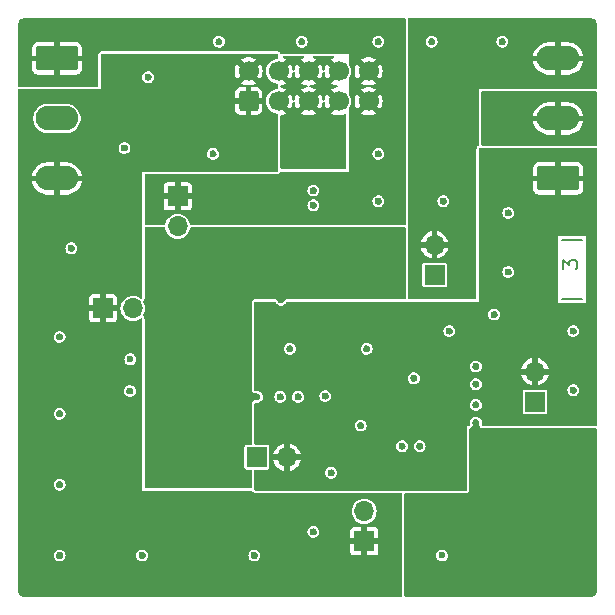
<source format=gbr>
%TF.GenerationSoftware,KiCad,Pcbnew,8.0.1*%
%TF.CreationDate,2024-07-21T18:07:33+02:00*%
%TF.ProjectId,byp,6279702e-6b69-4636-9164-5f7063625858,rev?*%
%TF.SameCoordinates,Original*%
%TF.FileFunction,Copper,L3,Inr*%
%TF.FilePolarity,Positive*%
%FSLAX46Y46*%
G04 Gerber Fmt 4.6, Leading zero omitted, Abs format (unit mm)*
G04 Created by KiCad (PCBNEW 8.0.1) date 2024-07-21 18:07:33*
%MOMM*%
%LPD*%
G01*
G04 APERTURE LIST*
G04 Aperture macros list*
%AMRoundRect*
0 Rectangle with rounded corners*
0 $1 Rounding radius*
0 $2 $3 $4 $5 $6 $7 $8 $9 X,Y pos of 4 corners*
0 Add a 4 corners polygon primitive as box body*
4,1,4,$2,$3,$4,$5,$6,$7,$8,$9,$2,$3,0*
0 Add four circle primitives for the rounded corners*
1,1,$1+$1,$2,$3*
1,1,$1+$1,$4,$5*
1,1,$1+$1,$6,$7*
1,1,$1+$1,$8,$9*
0 Add four rect primitives between the rounded corners*
20,1,$1+$1,$2,$3,$4,$5,0*
20,1,$1+$1,$4,$5,$6,$7,0*
20,1,$1+$1,$6,$7,$8,$9,0*
20,1,$1+$1,$8,$9,$2,$3,0*%
G04 Aperture macros list end*
%ADD10C,0.200000*%
%TA.AperFunction,NonConductor*%
%ADD11C,0.200000*%
%TD*%
%TA.AperFunction,ComponentPad*%
%ADD12R,1.700000X1.700000*%
%TD*%
%TA.AperFunction,ComponentPad*%
%ADD13O,1.700000X1.700000*%
%TD*%
%TA.AperFunction,ComponentPad*%
%ADD14RoundRect,0.249999X-1.550001X0.790001X-1.550001X-0.790001X1.550001X-0.790001X1.550001X0.790001X0*%
%TD*%
%TA.AperFunction,ComponentPad*%
%ADD15O,3.600000X2.080000*%
%TD*%
%TA.AperFunction,ComponentPad*%
%ADD16RoundRect,0.250000X0.600000X-0.600000X0.600000X0.600000X-0.600000X0.600000X-0.600000X-0.600000X0*%
%TD*%
%TA.AperFunction,ComponentPad*%
%ADD17C,1.700000*%
%TD*%
%TA.AperFunction,ComponentPad*%
%ADD18RoundRect,0.249999X1.550001X-0.790001X1.550001X0.790001X-1.550001X0.790001X-1.550001X-0.790001X0*%
%TD*%
%TA.AperFunction,ViaPad*%
%ADD19C,0.600000*%
%TD*%
G04 APERTURE END LIST*
D10*
D11*
X123242742Y-74296993D02*
X121528457Y-74296993D01*
X121642742Y-71725564D02*
X121642742Y-70982707D01*
X121642742Y-70982707D02*
X122099885Y-71382707D01*
X122099885Y-71382707D02*
X122099885Y-71211278D01*
X122099885Y-71211278D02*
X122157028Y-71096993D01*
X122157028Y-71096993D02*
X122214171Y-71039850D01*
X122214171Y-71039850D02*
X122328457Y-70982707D01*
X122328457Y-70982707D02*
X122614171Y-70982707D01*
X122614171Y-70982707D02*
X122728457Y-71039850D01*
X122728457Y-71039850D02*
X122785600Y-71096993D01*
X122785600Y-71096993D02*
X122842742Y-71211278D01*
X122842742Y-71211278D02*
X122842742Y-71554135D01*
X122842742Y-71554135D02*
X122785600Y-71668421D01*
X122785600Y-71668421D02*
X122728457Y-71725564D01*
X123242742Y-69268421D02*
X121528457Y-69268421D01*
D12*
%TO.N,/V-in*%
%TO.C,J6*%
X82675000Y-75075000D03*
D13*
%TO.N,/IN2*%
X85215000Y-75075000D03*
%TD*%
D12*
%TO.N,/OUT1*%
%TO.C,J5*%
X110750000Y-72250000D03*
D13*
%TO.N,Net-(J2-Pin_3)*%
X110750000Y-69710000D03*
%TD*%
D12*
%TO.N,/V+in*%
%TO.C,J4*%
X89000000Y-65600000D03*
D13*
%TO.N,/In1*%
X89000000Y-68140000D03*
%TD*%
D14*
%TO.N,/V+in*%
%TO.C,J1*%
X78777500Y-53920000D03*
D15*
%TO.N,GND*%
X78777500Y-59000000D03*
%TO.N,/V-in*%
X78777500Y-64080000D03*
%TD*%
D16*
%TO.N,/V-in*%
%TO.C,J3*%
X95000000Y-57540000D03*
D17*
X95000000Y-55000000D03*
%TO.N,GND*%
X97540000Y-57540000D03*
X97540000Y-55000000D03*
X100080000Y-57540000D03*
X100080000Y-55000000D03*
X102620000Y-57540000D03*
X102620000Y-55000000D03*
%TO.N,/V+in*%
X105160000Y-57540000D03*
X105160000Y-55000000D03*
%TD*%
D12*
%TO.N,/OUT3*%
%TO.C,J9*%
X119250000Y-83000000D03*
D13*
%TO.N,Net-(J2-Pin_1)*%
X119250000Y-80460000D03*
%TD*%
D12*
%TO.N,/OUT2*%
%TO.C,J7*%
X95710000Y-87675000D03*
D13*
%TO.N,Net-(J2-Pin_1)*%
X98250000Y-87675000D03*
%TD*%
D12*
%TO.N,/V-in*%
%TO.C,J8*%
X104800000Y-94800000D03*
D13*
%TO.N,/IN3*%
X104800000Y-92260000D03*
%TD*%
D18*
%TO.N,Net-(J2-Pin_1)*%
%TO.C,J2*%
X121222500Y-64080000D03*
D15*
%TO.N,GND*%
X121222500Y-59000000D03*
%TO.N,Net-(J2-Pin_3)*%
X121222500Y-53920000D03*
%TD*%
D19*
%TO.N,GND*%
X101500000Y-82500000D03*
X105000000Y-78500000D03*
X98500000Y-78500000D03*
X93000000Y-74000000D03*
X87500000Y-72000000D03*
X92000000Y-62000000D03*
X100500000Y-62000000D03*
X106000000Y-62000000D03*
X106000000Y-66000000D03*
X111500000Y-66000000D03*
X99500000Y-52500000D03*
X92500000Y-52500000D03*
X106000000Y-52500000D03*
X110500000Y-52500000D03*
X116500000Y-52500000D03*
X117000000Y-67000000D03*
X117000000Y-72000000D03*
X100500000Y-94000000D03*
X102000000Y-89000000D03*
X104500000Y-85000000D03*
X109000000Y-81000000D03*
X112000000Y-77000000D03*
X115800000Y-75600000D03*
X122500000Y-77000000D03*
X122500000Y-82000000D03*
X122500000Y-89000000D03*
X122500000Y-96000000D03*
X95500000Y-96000000D03*
X86000000Y-96000000D03*
X79000000Y-96000000D03*
X79000000Y-90000000D03*
X79000000Y-84000000D03*
X79000000Y-77500000D03*
X80000000Y-70000000D03*
X84500000Y-61500000D03*
X86500000Y-55500000D03*
X100000000Y-69600000D03*
X109500000Y-86750000D03*
X100500000Y-66350000D03*
X97700000Y-82575000D03*
X92200000Y-78325000D03*
X99200000Y-82575000D03*
X114250000Y-81500000D03*
X108000000Y-86750000D03*
X114250000Y-83250000D03*
X112500000Y-92500000D03*
X92200000Y-80075000D03*
X94200000Y-82575000D03*
X114250000Y-80000000D03*
X92200000Y-76825000D03*
X113500000Y-95500000D03*
X114250000Y-84750000D03*
X100500000Y-65100000D03*
X103000000Y-71600000D03*
X107500000Y-71600000D03*
X104000000Y-71600000D03*
X106500000Y-71600000D03*
X97750000Y-74350000D03*
X84950000Y-82075000D03*
X95700000Y-82575000D03*
%TO.N,/OUT2*%
X85000000Y-79400000D03*
%TO.N,/OUT3*%
X111400000Y-96000000D03*
%TD*%
%TA.AperFunction,Conductor*%
%TO.N,GND*%
G36*
X114306073Y-84459010D02*
G01*
X114360144Y-84474886D01*
X114385777Y-84486592D01*
X114433194Y-84517065D01*
X114454489Y-84535517D01*
X114491398Y-84578111D01*
X114506633Y-84601816D01*
X114530049Y-84653089D01*
X114537988Y-84680127D01*
X114546008Y-84735909D01*
X114546008Y-84764087D01*
X114534611Y-84843355D01*
X114533357Y-84850308D01*
X114526393Y-84882323D01*
X114526389Y-84882342D01*
X114522020Y-84914477D01*
X114534158Y-84985910D01*
X114537341Y-85004641D01*
X114559015Y-85056967D01*
X114595643Y-85115261D01*
X114670231Y-85168183D01*
X114722557Y-85189857D01*
X114801198Y-85205500D01*
X114801199Y-85205500D01*
X124400500Y-85205500D01*
X124458691Y-85224407D01*
X124494655Y-85273907D01*
X124499500Y-85304500D01*
X124499500Y-98994444D01*
X124498877Y-99005529D01*
X124488225Y-99100061D01*
X124483293Y-99121673D01*
X124453718Y-99206196D01*
X124444098Y-99226171D01*
X124396459Y-99301987D01*
X124382638Y-99319319D01*
X124319319Y-99382638D01*
X124301987Y-99396459D01*
X124226171Y-99444098D01*
X124206196Y-99453718D01*
X124121673Y-99483293D01*
X124100061Y-99488225D01*
X124005529Y-99498877D01*
X123994444Y-99499500D01*
X108304500Y-99499500D01*
X108246309Y-99480593D01*
X108210345Y-99431093D01*
X108205500Y-99400500D01*
X108205500Y-96000002D01*
X110894353Y-96000002D01*
X110914834Y-96142456D01*
X110952640Y-96225237D01*
X110974623Y-96273373D01*
X111068872Y-96382143D01*
X111068873Y-96382144D01*
X111189942Y-96459950D01*
X111189947Y-96459953D01*
X111296403Y-96491211D01*
X111328035Y-96500499D01*
X111328036Y-96500499D01*
X111328039Y-96500500D01*
X111328041Y-96500500D01*
X111471959Y-96500500D01*
X111471961Y-96500500D01*
X111610053Y-96459953D01*
X111731128Y-96382143D01*
X111825377Y-96273373D01*
X111885165Y-96142457D01*
X111895601Y-96069871D01*
X111905647Y-96000002D01*
X111905647Y-95999997D01*
X111885165Y-95857543D01*
X111847359Y-95774760D01*
X111825377Y-95726627D01*
X111731128Y-95617857D01*
X111731127Y-95617856D01*
X111731126Y-95617855D01*
X111610057Y-95540049D01*
X111610054Y-95540047D01*
X111610053Y-95540047D01*
X111610050Y-95540046D01*
X111471964Y-95499500D01*
X111471961Y-95499500D01*
X111328039Y-95499500D01*
X111328035Y-95499500D01*
X111189949Y-95540046D01*
X111189942Y-95540049D01*
X111068873Y-95617855D01*
X110974622Y-95726628D01*
X110914834Y-95857543D01*
X110894353Y-95999997D01*
X110894353Y-96000002D01*
X108205500Y-96000002D01*
X108205500Y-90804500D01*
X108224407Y-90746309D01*
X108273907Y-90710345D01*
X108304500Y-90705500D01*
X113425999Y-90705500D01*
X113426000Y-90705500D01*
X113504641Y-90689857D01*
X113556967Y-90668183D01*
X113615261Y-90631555D01*
X113668183Y-90556967D01*
X113689857Y-90504641D01*
X113705500Y-90426000D01*
X113705500Y-85288087D01*
X113724407Y-85229896D01*
X113773907Y-85193932D01*
X113775779Y-85193345D01*
X113804292Y-85184736D01*
X113879945Y-85133346D01*
X113918539Y-85091894D01*
X113956350Y-85034359D01*
X113973505Y-84944526D01*
X113971740Y-84895110D01*
X113972465Y-84892573D01*
X113972135Y-84890277D01*
X113971190Y-84879722D01*
X113970695Y-84865877D01*
X113968070Y-84861149D01*
X113967245Y-84856274D01*
X113966604Y-84851816D01*
X113953990Y-84764080D01*
X113953990Y-84735909D01*
X113962010Y-84680124D01*
X113969949Y-84653088D01*
X113993365Y-84601816D01*
X113993367Y-84601811D01*
X114008595Y-84578115D01*
X114045507Y-84535516D01*
X114066792Y-84517071D01*
X114114221Y-84486590D01*
X114139849Y-84474887D01*
X114152454Y-84471186D01*
X114193928Y-84459010D01*
X114221817Y-84455000D01*
X114278183Y-84455000D01*
X114306073Y-84459010D01*
G37*
%TD.AperFunction*%
%TA.AperFunction,Conductor*%
G36*
X79056073Y-95709010D02*
G01*
X79110144Y-95724886D01*
X79135777Y-95736592D01*
X79183194Y-95767065D01*
X79204489Y-95785517D01*
X79241398Y-95828111D01*
X79256633Y-95851816D01*
X79280049Y-95903089D01*
X79287988Y-95930127D01*
X79296008Y-95985910D01*
X79296008Y-96014088D01*
X79287988Y-96069871D01*
X79280049Y-96096909D01*
X79256633Y-96148182D01*
X79241398Y-96171887D01*
X79204489Y-96214481D01*
X79183194Y-96232933D01*
X79135780Y-96263404D01*
X79110150Y-96275109D01*
X79056075Y-96290988D01*
X79028182Y-96294999D01*
X78971818Y-96294999D01*
X78943928Y-96290989D01*
X78921281Y-96284339D01*
X78889849Y-96275110D01*
X78864218Y-96263404D01*
X78816802Y-96232932D01*
X78795509Y-96214483D01*
X78758595Y-96171881D01*
X78743367Y-96148187D01*
X78719946Y-96096902D01*
X78712011Y-96069871D01*
X78703990Y-96014083D01*
X78703990Y-95985913D01*
X78712010Y-95930123D01*
X78719949Y-95903088D01*
X78743367Y-95851811D01*
X78758595Y-95828115D01*
X78795507Y-95785516D01*
X78816792Y-95767071D01*
X78864221Y-95736590D01*
X78889849Y-95724887D01*
X78902454Y-95721186D01*
X78943928Y-95709010D01*
X78971817Y-95705000D01*
X79028183Y-95705000D01*
X79056073Y-95709010D01*
G37*
%TD.AperFunction*%
%TA.AperFunction,Conductor*%
G36*
X86056073Y-95709010D02*
G01*
X86110144Y-95724886D01*
X86135777Y-95736592D01*
X86183194Y-95767065D01*
X86204489Y-95785517D01*
X86241398Y-95828111D01*
X86256633Y-95851816D01*
X86280049Y-95903089D01*
X86287988Y-95930127D01*
X86296008Y-95985910D01*
X86296008Y-96014088D01*
X86287988Y-96069871D01*
X86280049Y-96096909D01*
X86256633Y-96148182D01*
X86241398Y-96171887D01*
X86204489Y-96214481D01*
X86183194Y-96232933D01*
X86135780Y-96263404D01*
X86110150Y-96275109D01*
X86056075Y-96290988D01*
X86028182Y-96294999D01*
X85971818Y-96294999D01*
X85943928Y-96290989D01*
X85921281Y-96284339D01*
X85889849Y-96275110D01*
X85864218Y-96263404D01*
X85816802Y-96232932D01*
X85795509Y-96214483D01*
X85758595Y-96171881D01*
X85743367Y-96148187D01*
X85719946Y-96096902D01*
X85712011Y-96069871D01*
X85703990Y-96014083D01*
X85703990Y-95985913D01*
X85712010Y-95930123D01*
X85719949Y-95903088D01*
X85743367Y-95851811D01*
X85758595Y-95828115D01*
X85795507Y-95785516D01*
X85816792Y-95767071D01*
X85864221Y-95736590D01*
X85889849Y-95724887D01*
X85902454Y-95721186D01*
X85943928Y-95709010D01*
X85971817Y-95705000D01*
X86028183Y-95705000D01*
X86056073Y-95709010D01*
G37*
%TD.AperFunction*%
%TA.AperFunction,Conductor*%
G36*
X95556072Y-95709009D02*
G01*
X95610146Y-95724886D01*
X95635778Y-95736592D01*
X95683195Y-95767065D01*
X95704490Y-95785517D01*
X95737179Y-95823242D01*
X95741399Y-95828112D01*
X95756631Y-95851813D01*
X95776192Y-95894644D01*
X95780049Y-95903089D01*
X95787987Y-95930125D01*
X95796008Y-95985909D01*
X95796008Y-96014088D01*
X95787988Y-96069871D01*
X95780049Y-96096909D01*
X95756633Y-96148182D01*
X95741398Y-96171887D01*
X95704489Y-96214481D01*
X95683194Y-96232933D01*
X95635780Y-96263404D01*
X95610150Y-96275109D01*
X95556075Y-96290988D01*
X95528182Y-96294999D01*
X95471818Y-96294999D01*
X95443928Y-96290989D01*
X95421281Y-96284339D01*
X95389849Y-96275110D01*
X95364218Y-96263404D01*
X95316802Y-96232932D01*
X95295509Y-96214483D01*
X95258595Y-96171881D01*
X95243367Y-96148187D01*
X95219946Y-96096902D01*
X95212011Y-96069871D01*
X95203990Y-96014083D01*
X95203990Y-95985913D01*
X95212010Y-95930123D01*
X95219949Y-95903088D01*
X95243367Y-95851811D01*
X95258595Y-95828115D01*
X95295507Y-95785516D01*
X95316792Y-95767071D01*
X95364221Y-95736590D01*
X95389849Y-95724887D01*
X95402454Y-95721186D01*
X95443928Y-95709010D01*
X95471817Y-95705000D01*
X95528183Y-95705000D01*
X95556072Y-95709009D01*
G37*
%TD.AperFunction*%
%TA.AperFunction,Conductor*%
G36*
X100556073Y-93709010D02*
G01*
X100610144Y-93724886D01*
X100635777Y-93736592D01*
X100683194Y-93767065D01*
X100704489Y-93785517D01*
X100741398Y-93828111D01*
X100756633Y-93851816D01*
X100780049Y-93903089D01*
X100787988Y-93930127D01*
X100796008Y-93985910D01*
X100796008Y-94014088D01*
X100787988Y-94069871D01*
X100780049Y-94096909D01*
X100756633Y-94148182D01*
X100741398Y-94171887D01*
X100704489Y-94214481D01*
X100683194Y-94232933D01*
X100635780Y-94263404D01*
X100610150Y-94275109D01*
X100556075Y-94290988D01*
X100528182Y-94294999D01*
X100471818Y-94294999D01*
X100443928Y-94290989D01*
X100421281Y-94284339D01*
X100389849Y-94275110D01*
X100364218Y-94263404D01*
X100316802Y-94232932D01*
X100295509Y-94214483D01*
X100258595Y-94171881D01*
X100243367Y-94148187D01*
X100219946Y-94096902D01*
X100212011Y-94069871D01*
X100203990Y-94014083D01*
X100203990Y-93985913D01*
X100212010Y-93930123D01*
X100219949Y-93903088D01*
X100243365Y-93851816D01*
X100243367Y-93851811D01*
X100258595Y-93828115D01*
X100295507Y-93785516D01*
X100316792Y-93767071D01*
X100364221Y-93736590D01*
X100389849Y-93724887D01*
X100402454Y-93721186D01*
X100443928Y-93709010D01*
X100471817Y-93705000D01*
X100528183Y-93705000D01*
X100556073Y-93709010D01*
G37*
%TD.AperFunction*%
%TA.AperFunction,Conductor*%
G36*
X79056073Y-89709010D02*
G01*
X79110144Y-89724886D01*
X79135777Y-89736592D01*
X79183194Y-89767065D01*
X79204489Y-89785517D01*
X79241398Y-89828111D01*
X79256633Y-89851816D01*
X79280049Y-89903089D01*
X79287988Y-89930127D01*
X79296008Y-89985910D01*
X79296008Y-90014088D01*
X79287988Y-90069871D01*
X79280049Y-90096909D01*
X79256633Y-90148182D01*
X79241398Y-90171887D01*
X79204489Y-90214481D01*
X79183194Y-90232933D01*
X79135780Y-90263404D01*
X79110150Y-90275109D01*
X79056075Y-90290988D01*
X79028182Y-90294999D01*
X78971818Y-90294999D01*
X78943928Y-90290989D01*
X78921281Y-90284339D01*
X78889849Y-90275110D01*
X78864218Y-90263404D01*
X78816802Y-90232932D01*
X78795509Y-90214483D01*
X78758595Y-90171881D01*
X78743367Y-90148187D01*
X78719946Y-90096902D01*
X78712011Y-90069871D01*
X78703990Y-90014083D01*
X78703990Y-89985913D01*
X78712010Y-89930123D01*
X78719949Y-89903088D01*
X78743365Y-89851816D01*
X78743367Y-89851811D01*
X78758595Y-89828115D01*
X78795507Y-89785516D01*
X78816792Y-89767071D01*
X78864221Y-89736590D01*
X78889849Y-89724887D01*
X78902454Y-89721186D01*
X78943928Y-89709010D01*
X78971817Y-89705000D01*
X79028183Y-89705000D01*
X79056073Y-89709010D01*
G37*
%TD.AperFunction*%
%TA.AperFunction,Conductor*%
G36*
X87919331Y-68224407D02*
G01*
X87955295Y-68273907D01*
X87959663Y-68294797D01*
X87964698Y-68345928D01*
X87964699Y-68345934D01*
X88024768Y-68543954D01*
X88122316Y-68726452D01*
X88253585Y-68886404D01*
X88253590Y-68886410D01*
X88253595Y-68886414D01*
X88413547Y-69017683D01*
X88413548Y-69017683D01*
X88413550Y-69017685D01*
X88596046Y-69115232D01*
X88733997Y-69157078D01*
X88794065Y-69175300D01*
X88794070Y-69175301D01*
X88999997Y-69195583D01*
X89000000Y-69195583D01*
X89000003Y-69195583D01*
X89205929Y-69175301D01*
X89205934Y-69175300D01*
X89403954Y-69115232D01*
X89586450Y-69017685D01*
X89746410Y-68886410D01*
X89877685Y-68726450D01*
X89975232Y-68543954D01*
X90035300Y-68345934D01*
X90039381Y-68304500D01*
X90040337Y-68294797D01*
X90064856Y-68238739D01*
X90117643Y-68207800D01*
X90138860Y-68205500D01*
X108195500Y-68205500D01*
X108253691Y-68224407D01*
X108289655Y-68273907D01*
X108294500Y-68304500D01*
X108294500Y-74195500D01*
X108275593Y-74253691D01*
X108226093Y-74289655D01*
X108195500Y-74294500D01*
X98279270Y-74294500D01*
X98242788Y-74297765D01*
X98216927Y-74302432D01*
X98192515Y-74308397D01*
X98192513Y-74308397D01*
X98113393Y-74354256D01*
X98113387Y-74354260D01*
X98071936Y-74392851D01*
X98025034Y-74457890D01*
X98006632Y-74498184D01*
X97991398Y-74521887D01*
X97954492Y-74564479D01*
X97933196Y-74582932D01*
X97885780Y-74613404D01*
X97860150Y-74625109D01*
X97806075Y-74640988D01*
X97778182Y-74644999D01*
X97721818Y-74644999D01*
X97693928Y-74640989D01*
X97671281Y-74634339D01*
X97639849Y-74625110D01*
X97614218Y-74613404D01*
X97566802Y-74582932D01*
X97545506Y-74564479D01*
X97508600Y-74521887D01*
X97493365Y-74498182D01*
X97474965Y-74457891D01*
X97474960Y-74457883D01*
X97474956Y-74457874D01*
X97456846Y-74426072D01*
X97456837Y-74426056D01*
X97441850Y-74404471D01*
X97426278Y-74384739D01*
X97355848Y-74334767D01*
X97351689Y-74331816D01*
X97330014Y-74322838D01*
X97299364Y-74310143D01*
X97220723Y-74294500D01*
X95574000Y-74294500D01*
X95573999Y-74294500D01*
X95495357Y-74310143D01*
X95443035Y-74331815D01*
X95384739Y-74368444D01*
X95331816Y-74443033D01*
X95325661Y-74457894D01*
X95310143Y-74495359D01*
X95309581Y-74498184D01*
X95294500Y-74573999D01*
X95294500Y-82013242D01*
X95296590Y-82042474D01*
X95299590Y-82063346D01*
X95302883Y-82080830D01*
X95302884Y-82080833D01*
X95310726Y-82096907D01*
X95339066Y-82155001D01*
X95339069Y-82155006D01*
X95342981Y-82163027D01*
X95342985Y-82163034D01*
X95378517Y-82207128D01*
X95378516Y-82207128D01*
X95411826Y-82236592D01*
X95430088Y-82252746D01*
X95516564Y-82282512D01*
X95572877Y-82288567D01*
X95624590Y-82283940D01*
X95657584Y-82280989D01*
X95657596Y-82281123D01*
X95669542Y-82280000D01*
X95728183Y-82280000D01*
X95756072Y-82284009D01*
X95761219Y-82285521D01*
X95810144Y-82299886D01*
X95835777Y-82311592D01*
X95883194Y-82342065D01*
X95904489Y-82360517D01*
X95941398Y-82403111D01*
X95956633Y-82426816D01*
X95980049Y-82478089D01*
X95987988Y-82505127D01*
X95996008Y-82560910D01*
X95996008Y-82589088D01*
X95987988Y-82644871D01*
X95980049Y-82671909D01*
X95956633Y-82723182D01*
X95941398Y-82746887D01*
X95904489Y-82789481D01*
X95883194Y-82807933D01*
X95835780Y-82838404D01*
X95810150Y-82850109D01*
X95756075Y-82865988D01*
X95728182Y-82869999D01*
X95669918Y-82869999D01*
X95648873Y-82867736D01*
X95624090Y-82862344D01*
X95603257Y-82859348D01*
X95585521Y-82857578D01*
X95495362Y-82872897D01*
X95495357Y-82872899D01*
X95443033Y-82894573D01*
X95384739Y-82931200D01*
X95331816Y-83005789D01*
X95316490Y-83042789D01*
X95310143Y-83058115D01*
X95306165Y-83078112D01*
X95294500Y-83136755D01*
X95294500Y-86525500D01*
X95275593Y-86583691D01*
X95226093Y-86619655D01*
X95195500Y-86624500D01*
X94840252Y-86624500D01*
X94840251Y-86624500D01*
X94840241Y-86624501D01*
X94781772Y-86636132D01*
X94781766Y-86636134D01*
X94715451Y-86680445D01*
X94715445Y-86680451D01*
X94671134Y-86746766D01*
X94671132Y-86746772D01*
X94659501Y-86805241D01*
X94659500Y-86805253D01*
X94659500Y-88544746D01*
X94659501Y-88544758D01*
X94671132Y-88603227D01*
X94671133Y-88603231D01*
X94715448Y-88669552D01*
X94781769Y-88713867D01*
X94826231Y-88722711D01*
X94840241Y-88725498D01*
X94840246Y-88725498D01*
X94840252Y-88725500D01*
X95195500Y-88725500D01*
X95253691Y-88744407D01*
X95289655Y-88793907D01*
X95294500Y-88824500D01*
X95294500Y-90195500D01*
X95275593Y-90253691D01*
X95226093Y-90289655D01*
X95195500Y-90294500D01*
X86304500Y-90294500D01*
X86246309Y-90275593D01*
X86210345Y-90226093D01*
X86205500Y-90195500D01*
X86205500Y-75946202D01*
X86205500Y-75946199D01*
X86193488Y-75876969D01*
X86177732Y-75832933D01*
X86176692Y-75830026D01*
X86176691Y-75830024D01*
X86149117Y-75777999D01*
X86127636Y-75759337D01*
X86096108Y-75706900D01*
X86101423Y-75645946D01*
X86105243Y-75637954D01*
X86190232Y-75478954D01*
X86250300Y-75280934D01*
X86250301Y-75280929D01*
X86270583Y-75075003D01*
X86270583Y-75074996D01*
X86250301Y-74869070D01*
X86250300Y-74869065D01*
X86232078Y-74808997D01*
X86190232Y-74671046D01*
X86107110Y-74515538D01*
X86096355Y-74455306D01*
X86113680Y-74411582D01*
X86115259Y-74409356D01*
X86115261Y-74409355D01*
X86168183Y-74334767D01*
X86189857Y-74282441D01*
X86205500Y-74203800D01*
X86205500Y-68304500D01*
X86224407Y-68246309D01*
X86273907Y-68210345D01*
X86304500Y-68205500D01*
X87861140Y-68205500D01*
X87919331Y-68224407D01*
G37*
%TD.AperFunction*%
%TA.AperFunction,Conductor*%
G36*
X102056073Y-88709010D02*
G01*
X102110144Y-88724886D01*
X102135777Y-88736592D01*
X102183194Y-88767065D01*
X102204489Y-88785517D01*
X102241398Y-88828111D01*
X102256633Y-88851816D01*
X102280049Y-88903089D01*
X102287988Y-88930127D01*
X102296008Y-88985910D01*
X102296008Y-89014088D01*
X102287988Y-89069871D01*
X102280049Y-89096909D01*
X102256633Y-89148182D01*
X102241398Y-89171887D01*
X102204489Y-89214481D01*
X102183194Y-89232933D01*
X102135780Y-89263404D01*
X102110150Y-89275109D01*
X102056075Y-89290988D01*
X102028182Y-89294999D01*
X101971818Y-89294999D01*
X101943928Y-89290989D01*
X101921281Y-89284339D01*
X101889849Y-89275110D01*
X101864218Y-89263404D01*
X101816802Y-89232932D01*
X101795509Y-89214483D01*
X101758595Y-89171881D01*
X101743367Y-89148187D01*
X101719946Y-89096902D01*
X101712011Y-89069871D01*
X101703990Y-89014083D01*
X101703990Y-88985913D01*
X101712010Y-88930123D01*
X101719949Y-88903088D01*
X101743365Y-88851816D01*
X101743367Y-88851811D01*
X101758595Y-88828115D01*
X101795507Y-88785516D01*
X101816792Y-88767071D01*
X101864221Y-88736590D01*
X101889849Y-88724887D01*
X101902454Y-88721186D01*
X101943928Y-88709010D01*
X101971817Y-88705000D01*
X102028183Y-88705000D01*
X102056073Y-88709010D01*
G37*
%TD.AperFunction*%
%TA.AperFunction,Conductor*%
G36*
X108056073Y-86459010D02*
G01*
X108110144Y-86474886D01*
X108135777Y-86486592D01*
X108183194Y-86517065D01*
X108204489Y-86535517D01*
X108241398Y-86578111D01*
X108256633Y-86601816D01*
X108280049Y-86653089D01*
X108287988Y-86680127D01*
X108296008Y-86735910D01*
X108296008Y-86764088D01*
X108287988Y-86819871D01*
X108280049Y-86846909D01*
X108256633Y-86898182D01*
X108241398Y-86921887D01*
X108204489Y-86964481D01*
X108183194Y-86982933D01*
X108135780Y-87013404D01*
X108110150Y-87025109D01*
X108056075Y-87040988D01*
X108028182Y-87044999D01*
X107971818Y-87044999D01*
X107943928Y-87040989D01*
X107921281Y-87034339D01*
X107889849Y-87025110D01*
X107864218Y-87013404D01*
X107816802Y-86982932D01*
X107795509Y-86964483D01*
X107758595Y-86921881D01*
X107743367Y-86898187D01*
X107719946Y-86846902D01*
X107712011Y-86819871D01*
X107703990Y-86764083D01*
X107703990Y-86735913D01*
X107712010Y-86680123D01*
X107719949Y-86653088D01*
X107727692Y-86636134D01*
X107743367Y-86601811D01*
X107758595Y-86578115D01*
X107795507Y-86535516D01*
X107816792Y-86517071D01*
X107864221Y-86486590D01*
X107889849Y-86474887D01*
X107902454Y-86471186D01*
X107943928Y-86459010D01*
X107971817Y-86455000D01*
X108028183Y-86455000D01*
X108056073Y-86459010D01*
G37*
%TD.AperFunction*%
%TA.AperFunction,Conductor*%
G36*
X109556073Y-86459010D02*
G01*
X109610144Y-86474886D01*
X109635777Y-86486592D01*
X109683194Y-86517065D01*
X109704489Y-86535517D01*
X109741398Y-86578111D01*
X109756633Y-86601816D01*
X109780049Y-86653089D01*
X109787988Y-86680127D01*
X109796008Y-86735910D01*
X109796008Y-86764088D01*
X109787988Y-86819871D01*
X109780049Y-86846909D01*
X109756633Y-86898182D01*
X109741398Y-86921887D01*
X109704489Y-86964481D01*
X109683194Y-86982933D01*
X109635780Y-87013404D01*
X109610150Y-87025109D01*
X109556075Y-87040988D01*
X109528182Y-87044999D01*
X109471818Y-87044999D01*
X109443928Y-87040989D01*
X109421281Y-87034339D01*
X109389849Y-87025110D01*
X109364218Y-87013404D01*
X109316802Y-86982932D01*
X109295509Y-86964483D01*
X109258595Y-86921881D01*
X109243367Y-86898187D01*
X109219946Y-86846902D01*
X109212011Y-86819871D01*
X109203990Y-86764083D01*
X109203990Y-86735913D01*
X109212010Y-86680123D01*
X109219949Y-86653088D01*
X109227692Y-86636134D01*
X109243367Y-86601811D01*
X109258595Y-86578115D01*
X109295507Y-86535516D01*
X109316792Y-86517071D01*
X109364221Y-86486590D01*
X109389849Y-86474887D01*
X109402454Y-86471186D01*
X109443928Y-86459010D01*
X109471817Y-86455000D01*
X109528183Y-86455000D01*
X109556073Y-86459010D01*
G37*
%TD.AperFunction*%
%TA.AperFunction,Conductor*%
G36*
X104556073Y-84709010D02*
G01*
X104610144Y-84724886D01*
X104635777Y-84736592D01*
X104683194Y-84767065D01*
X104704489Y-84785517D01*
X104741398Y-84828111D01*
X104756633Y-84851816D01*
X104780049Y-84903089D01*
X104787988Y-84930127D01*
X104796008Y-84985910D01*
X104796008Y-85014088D01*
X104787988Y-85069871D01*
X104780049Y-85096909D01*
X104756633Y-85148182D01*
X104741398Y-85171887D01*
X104704489Y-85214481D01*
X104683194Y-85232933D01*
X104635780Y-85263404D01*
X104610150Y-85275109D01*
X104556075Y-85290988D01*
X104528182Y-85294999D01*
X104471818Y-85294999D01*
X104443928Y-85290989D01*
X104421281Y-85284339D01*
X104389849Y-85275110D01*
X104364218Y-85263404D01*
X104316802Y-85232932D01*
X104295509Y-85214483D01*
X104258595Y-85171881D01*
X104243367Y-85148187D01*
X104219946Y-85096902D01*
X104212011Y-85069871D01*
X104203990Y-85014083D01*
X104203990Y-84985913D01*
X104212010Y-84930123D01*
X104219949Y-84903088D01*
X104223591Y-84895114D01*
X104243367Y-84851811D01*
X104258595Y-84828115D01*
X104295507Y-84785516D01*
X104316792Y-84767071D01*
X104364221Y-84736590D01*
X104389849Y-84724887D01*
X104402454Y-84721186D01*
X104443928Y-84709010D01*
X104471817Y-84705000D01*
X104528183Y-84705000D01*
X104556073Y-84709010D01*
G37*
%TD.AperFunction*%
%TA.AperFunction,Conductor*%
G36*
X79056073Y-83709010D02*
G01*
X79110144Y-83724886D01*
X79135777Y-83736592D01*
X79183194Y-83767065D01*
X79204489Y-83785517D01*
X79241398Y-83828111D01*
X79256633Y-83851816D01*
X79280049Y-83903089D01*
X79287988Y-83930127D01*
X79296008Y-83985910D01*
X79296008Y-84014088D01*
X79287988Y-84069871D01*
X79280049Y-84096909D01*
X79256633Y-84148182D01*
X79241398Y-84171887D01*
X79204489Y-84214481D01*
X79183194Y-84232933D01*
X79135780Y-84263404D01*
X79110150Y-84275109D01*
X79056075Y-84290988D01*
X79028182Y-84294999D01*
X78971818Y-84294999D01*
X78943928Y-84290989D01*
X78921281Y-84284339D01*
X78889849Y-84275110D01*
X78864218Y-84263404D01*
X78816802Y-84232932D01*
X78795509Y-84214483D01*
X78758595Y-84171881D01*
X78743367Y-84148187D01*
X78719946Y-84096902D01*
X78712011Y-84069871D01*
X78703990Y-84014083D01*
X78703990Y-83985913D01*
X78712010Y-83930123D01*
X78719949Y-83903088D01*
X78743365Y-83851816D01*
X78743367Y-83851811D01*
X78758595Y-83828115D01*
X78795507Y-83785516D01*
X78816792Y-83767071D01*
X78864221Y-83736590D01*
X78889849Y-83724887D01*
X78902454Y-83721186D01*
X78943928Y-83709010D01*
X78971817Y-83705000D01*
X79028183Y-83705000D01*
X79056073Y-83709010D01*
G37*
%TD.AperFunction*%
%TA.AperFunction,Conductor*%
G36*
X114306073Y-82959010D02*
G01*
X114360144Y-82974886D01*
X114385777Y-82986592D01*
X114433194Y-83017065D01*
X114454489Y-83035517D01*
X114491398Y-83078111D01*
X114506633Y-83101816D01*
X114530049Y-83153089D01*
X114537988Y-83180127D01*
X114546008Y-83235910D01*
X114546008Y-83264088D01*
X114537988Y-83319871D01*
X114530049Y-83346909D01*
X114506633Y-83398182D01*
X114491398Y-83421887D01*
X114454489Y-83464481D01*
X114433194Y-83482933D01*
X114385780Y-83513404D01*
X114360150Y-83525109D01*
X114306075Y-83540988D01*
X114278182Y-83544999D01*
X114221818Y-83544999D01*
X114193928Y-83540989D01*
X114171281Y-83534339D01*
X114139849Y-83525110D01*
X114114218Y-83513404D01*
X114066802Y-83482932D01*
X114045509Y-83464483D01*
X114008595Y-83421881D01*
X113993367Y-83398187D01*
X113969946Y-83346902D01*
X113962011Y-83319871D01*
X113953990Y-83264083D01*
X113953990Y-83235913D01*
X113962010Y-83180123D01*
X113969949Y-83153088D01*
X113977408Y-83136756D01*
X113993367Y-83101811D01*
X114008595Y-83078115D01*
X114045507Y-83035516D01*
X114066792Y-83017071D01*
X114114221Y-82986590D01*
X114139849Y-82974887D01*
X114152454Y-82971186D01*
X114193928Y-82959010D01*
X114221817Y-82955000D01*
X114278183Y-82955000D01*
X114306073Y-82959010D01*
G37*
%TD.AperFunction*%
%TA.AperFunction,Conductor*%
G36*
X97756072Y-82284009D02*
G01*
X97761219Y-82285521D01*
X97810144Y-82299886D01*
X97835777Y-82311592D01*
X97883194Y-82342065D01*
X97904489Y-82360517D01*
X97941398Y-82403111D01*
X97956633Y-82426816D01*
X97980049Y-82478089D01*
X97987988Y-82505127D01*
X97996008Y-82560910D01*
X97996008Y-82589088D01*
X97987988Y-82644871D01*
X97980049Y-82671909D01*
X97956633Y-82723182D01*
X97941398Y-82746887D01*
X97904489Y-82789481D01*
X97883194Y-82807933D01*
X97835780Y-82838404D01*
X97810150Y-82850109D01*
X97756075Y-82865988D01*
X97728182Y-82869999D01*
X97671818Y-82869999D01*
X97643928Y-82865989D01*
X97615285Y-82857579D01*
X97589849Y-82850110D01*
X97564218Y-82838404D01*
X97516802Y-82807932D01*
X97495509Y-82789483D01*
X97458595Y-82746881D01*
X97443367Y-82723187D01*
X97419946Y-82671902D01*
X97412011Y-82644871D01*
X97403990Y-82589083D01*
X97403990Y-82560911D01*
X97412010Y-82505123D01*
X97419949Y-82478088D01*
X97443367Y-82426811D01*
X97458595Y-82403115D01*
X97495507Y-82360516D01*
X97516792Y-82342071D01*
X97564221Y-82311590D01*
X97589849Y-82299887D01*
X97602454Y-82296186D01*
X97643928Y-82284010D01*
X97671817Y-82280000D01*
X97728183Y-82280000D01*
X97756072Y-82284009D01*
G37*
%TD.AperFunction*%
%TA.AperFunction,Conductor*%
G36*
X99256072Y-82284009D02*
G01*
X99261219Y-82285521D01*
X99310144Y-82299886D01*
X99335777Y-82311592D01*
X99383194Y-82342065D01*
X99404489Y-82360517D01*
X99441398Y-82403111D01*
X99456634Y-82426818D01*
X99480050Y-82478093D01*
X99487988Y-82505126D01*
X99491456Y-82529246D01*
X99496009Y-82560911D01*
X99496008Y-82589086D01*
X99487988Y-82644870D01*
X99480049Y-82671909D01*
X99456633Y-82723182D01*
X99441398Y-82746887D01*
X99404489Y-82789481D01*
X99383194Y-82807933D01*
X99335780Y-82838404D01*
X99310150Y-82850109D01*
X99256075Y-82865988D01*
X99228182Y-82869999D01*
X99171818Y-82869999D01*
X99143928Y-82865989D01*
X99115285Y-82857579D01*
X99089849Y-82850110D01*
X99064218Y-82838404D01*
X99016802Y-82807932D01*
X98995509Y-82789483D01*
X98958595Y-82746881D01*
X98943367Y-82723187D01*
X98919946Y-82671902D01*
X98912011Y-82644871D01*
X98903990Y-82589083D01*
X98903990Y-82560911D01*
X98912010Y-82505123D01*
X98919949Y-82478088D01*
X98943367Y-82426811D01*
X98958595Y-82403115D01*
X98995507Y-82360516D01*
X99016792Y-82342071D01*
X99064221Y-82311590D01*
X99089849Y-82299887D01*
X99102454Y-82296186D01*
X99143928Y-82284010D01*
X99171817Y-82280000D01*
X99228183Y-82280000D01*
X99256072Y-82284009D01*
G37*
%TD.AperFunction*%
%TA.AperFunction,Conductor*%
G36*
X101556073Y-82209010D02*
G01*
X101610144Y-82224886D01*
X101635777Y-82236592D01*
X101683194Y-82267065D01*
X101704489Y-82285517D01*
X101741398Y-82328111D01*
X101756633Y-82351816D01*
X101780049Y-82403089D01*
X101787988Y-82430127D01*
X101796008Y-82485910D01*
X101796008Y-82514088D01*
X101787988Y-82569871D01*
X101780049Y-82596909D01*
X101756633Y-82648182D01*
X101741398Y-82671887D01*
X101704489Y-82714481D01*
X101683194Y-82732933D01*
X101635780Y-82763404D01*
X101610150Y-82775109D01*
X101556075Y-82790988D01*
X101528182Y-82794999D01*
X101471818Y-82794999D01*
X101443928Y-82790989D01*
X101421281Y-82784339D01*
X101389849Y-82775110D01*
X101364218Y-82763404D01*
X101316804Y-82732933D01*
X101295509Y-82714481D01*
X101258600Y-82671887D01*
X101243364Y-82648180D01*
X101219949Y-82596907D01*
X101212011Y-82569872D01*
X101210723Y-82560911D01*
X101203990Y-82514082D01*
X101203990Y-82485910D01*
X101212010Y-82430123D01*
X101219949Y-82403088D01*
X101236892Y-82365989D01*
X101243367Y-82351811D01*
X101258595Y-82328115D01*
X101295507Y-82285516D01*
X101316792Y-82267071D01*
X101364221Y-82236590D01*
X101389849Y-82224887D01*
X101402454Y-82221186D01*
X101443928Y-82209010D01*
X101471817Y-82205000D01*
X101528183Y-82205000D01*
X101556073Y-82209010D01*
G37*
%TD.AperFunction*%
%TA.AperFunction,Conductor*%
G36*
X85006072Y-81784009D02*
G01*
X85011219Y-81785521D01*
X85060144Y-81799886D01*
X85085777Y-81811592D01*
X85133194Y-81842065D01*
X85154489Y-81860517D01*
X85191398Y-81903111D01*
X85206633Y-81926816D01*
X85230049Y-81978089D01*
X85237988Y-82005127D01*
X85246008Y-82060910D01*
X85246008Y-82089088D01*
X85237988Y-82144871D01*
X85230049Y-82171909D01*
X85206633Y-82223182D01*
X85191398Y-82246887D01*
X85154489Y-82289481D01*
X85133194Y-82307933D01*
X85085780Y-82338404D01*
X85060150Y-82350109D01*
X85006075Y-82365988D01*
X84978182Y-82369999D01*
X84921818Y-82369999D01*
X84893928Y-82365989D01*
X84871281Y-82359339D01*
X84839849Y-82350110D01*
X84814218Y-82338404D01*
X84766802Y-82307932D01*
X84745509Y-82289483D01*
X84708595Y-82246881D01*
X84693367Y-82223187D01*
X84669946Y-82171902D01*
X84662011Y-82144871D01*
X84653990Y-82089083D01*
X84653990Y-82060913D01*
X84662010Y-82005123D01*
X84669949Y-81978088D01*
X84693367Y-81926811D01*
X84708595Y-81903115D01*
X84745507Y-81860516D01*
X84766792Y-81842071D01*
X84814221Y-81811590D01*
X84839849Y-81799887D01*
X84852454Y-81796186D01*
X84893928Y-81784010D01*
X84921817Y-81780000D01*
X84978183Y-81780000D01*
X85006072Y-81784009D01*
G37*
%TD.AperFunction*%
%TA.AperFunction,Conductor*%
G36*
X122556073Y-81709010D02*
G01*
X122610144Y-81724886D01*
X122635777Y-81736592D01*
X122683194Y-81767065D01*
X122704489Y-81785517D01*
X122741398Y-81828111D01*
X122756633Y-81851816D01*
X122780049Y-81903089D01*
X122787988Y-81930127D01*
X122796008Y-81985910D01*
X122796008Y-82014088D01*
X122787988Y-82069871D01*
X122780049Y-82096909D01*
X122756633Y-82148182D01*
X122741398Y-82171887D01*
X122704489Y-82214481D01*
X122683194Y-82232933D01*
X122635780Y-82263404D01*
X122610150Y-82275109D01*
X122556075Y-82290988D01*
X122528182Y-82294999D01*
X122471818Y-82294999D01*
X122443928Y-82290989D01*
X122421281Y-82284339D01*
X122389849Y-82275110D01*
X122364218Y-82263404D01*
X122316802Y-82232932D01*
X122295509Y-82214483D01*
X122258595Y-82171881D01*
X122243367Y-82148187D01*
X122219946Y-82096902D01*
X122212011Y-82069871D01*
X122203990Y-82014083D01*
X122203990Y-81985913D01*
X122212010Y-81930123D01*
X122219949Y-81903088D01*
X122243367Y-81851811D01*
X122258595Y-81828115D01*
X122295507Y-81785516D01*
X122316792Y-81767071D01*
X122364221Y-81736590D01*
X122389849Y-81724887D01*
X122402454Y-81721186D01*
X122443928Y-81709010D01*
X122471817Y-81705000D01*
X122528183Y-81705000D01*
X122556073Y-81709010D01*
G37*
%TD.AperFunction*%
%TA.AperFunction,Conductor*%
G36*
X114306073Y-81209010D02*
G01*
X114360144Y-81224886D01*
X114385777Y-81236592D01*
X114433194Y-81267065D01*
X114454489Y-81285517D01*
X114491398Y-81328111D01*
X114506633Y-81351816D01*
X114530049Y-81403089D01*
X114537988Y-81430127D01*
X114546008Y-81485910D01*
X114546008Y-81514088D01*
X114537988Y-81569871D01*
X114530049Y-81596909D01*
X114506633Y-81648182D01*
X114491398Y-81671887D01*
X114454489Y-81714481D01*
X114433194Y-81732933D01*
X114385780Y-81763404D01*
X114360150Y-81775109D01*
X114306075Y-81790988D01*
X114278182Y-81794999D01*
X114221818Y-81794999D01*
X114193928Y-81790989D01*
X114171281Y-81784339D01*
X114139849Y-81775110D01*
X114114218Y-81763404D01*
X114066802Y-81732932D01*
X114045509Y-81714483D01*
X114008595Y-81671881D01*
X113993367Y-81648187D01*
X113969946Y-81596902D01*
X113962011Y-81569871D01*
X113953990Y-81514083D01*
X113953990Y-81485913D01*
X113962010Y-81430123D01*
X113969949Y-81403088D01*
X113993365Y-81351816D01*
X113993367Y-81351811D01*
X114008595Y-81328115D01*
X114045507Y-81285516D01*
X114066792Y-81267071D01*
X114114221Y-81236590D01*
X114139849Y-81224887D01*
X114152454Y-81221186D01*
X114193928Y-81209010D01*
X114221817Y-81205000D01*
X114278183Y-81205000D01*
X114306073Y-81209010D01*
G37*
%TD.AperFunction*%
%TA.AperFunction,Conductor*%
G36*
X109056072Y-80709009D02*
G01*
X109110146Y-80724886D01*
X109135778Y-80736592D01*
X109183195Y-80767065D01*
X109204490Y-80785517D01*
X109241400Y-80828114D01*
X109256634Y-80851818D01*
X109280050Y-80903093D01*
X109287988Y-80930129D01*
X109296008Y-80985910D01*
X109296008Y-81014088D01*
X109287988Y-81069871D01*
X109280049Y-81096909D01*
X109256633Y-81148182D01*
X109241398Y-81171887D01*
X109204489Y-81214481D01*
X109183194Y-81232933D01*
X109135780Y-81263404D01*
X109110150Y-81275109D01*
X109056075Y-81290988D01*
X109028182Y-81294999D01*
X108971818Y-81294999D01*
X108943928Y-81290989D01*
X108921281Y-81284339D01*
X108889849Y-81275110D01*
X108864218Y-81263404D01*
X108816802Y-81232932D01*
X108795509Y-81214483D01*
X108758595Y-81171881D01*
X108743367Y-81148187D01*
X108719946Y-81096902D01*
X108712011Y-81069871D01*
X108703990Y-81014083D01*
X108703990Y-80985913D01*
X108712010Y-80930123D01*
X108719949Y-80903088D01*
X108743364Y-80851818D01*
X108743367Y-80851811D01*
X108758595Y-80828115D01*
X108795507Y-80785516D01*
X108816792Y-80767071D01*
X108864221Y-80736590D01*
X108889849Y-80724887D01*
X108902454Y-80721186D01*
X108943928Y-80709010D01*
X108971817Y-80705000D01*
X109028183Y-80705000D01*
X109056072Y-80709009D01*
G37*
%TD.AperFunction*%
%TA.AperFunction,Conductor*%
G36*
X114306073Y-79709010D02*
G01*
X114360144Y-79724886D01*
X114385777Y-79736592D01*
X114433194Y-79767065D01*
X114454489Y-79785517D01*
X114491398Y-79828111D01*
X114506633Y-79851816D01*
X114530049Y-79903089D01*
X114537988Y-79930127D01*
X114546008Y-79985910D01*
X114546008Y-80014088D01*
X114537988Y-80069871D01*
X114530049Y-80096909D01*
X114506633Y-80148182D01*
X114491398Y-80171887D01*
X114454489Y-80214481D01*
X114433194Y-80232933D01*
X114385780Y-80263404D01*
X114360150Y-80275109D01*
X114306075Y-80290988D01*
X114278182Y-80294999D01*
X114221818Y-80294999D01*
X114193928Y-80290989D01*
X114171281Y-80284339D01*
X114139849Y-80275110D01*
X114114218Y-80263404D01*
X114066802Y-80232932D01*
X114045509Y-80214483D01*
X114008595Y-80171881D01*
X113993367Y-80148187D01*
X113969946Y-80096902D01*
X113962011Y-80069871D01*
X113953990Y-80014083D01*
X113953990Y-79985913D01*
X113962010Y-79930123D01*
X113969949Y-79903088D01*
X113993365Y-79851816D01*
X113993367Y-79851811D01*
X114008595Y-79828115D01*
X114045507Y-79785516D01*
X114066792Y-79767071D01*
X114114221Y-79736590D01*
X114139849Y-79724887D01*
X114152454Y-79721186D01*
X114193928Y-79709010D01*
X114221817Y-79705000D01*
X114278183Y-79705000D01*
X114306073Y-79709010D01*
G37*
%TD.AperFunction*%
%TA.AperFunction,Conductor*%
G36*
X98556073Y-78209010D02*
G01*
X98610144Y-78224886D01*
X98635777Y-78236592D01*
X98683194Y-78267065D01*
X98704489Y-78285517D01*
X98741398Y-78328111D01*
X98756633Y-78351816D01*
X98780049Y-78403089D01*
X98787988Y-78430127D01*
X98796008Y-78485910D01*
X98796008Y-78514088D01*
X98787988Y-78569871D01*
X98780049Y-78596909D01*
X98756633Y-78648182D01*
X98741398Y-78671887D01*
X98704489Y-78714481D01*
X98683194Y-78732933D01*
X98635780Y-78763404D01*
X98610150Y-78775109D01*
X98556075Y-78790988D01*
X98528182Y-78794999D01*
X98471818Y-78794999D01*
X98443928Y-78790989D01*
X98421281Y-78784339D01*
X98389849Y-78775110D01*
X98364218Y-78763404D01*
X98316802Y-78732932D01*
X98295509Y-78714483D01*
X98258595Y-78671881D01*
X98243367Y-78648187D01*
X98219946Y-78596902D01*
X98212011Y-78569871D01*
X98203990Y-78514083D01*
X98203990Y-78485913D01*
X98212010Y-78430123D01*
X98219949Y-78403088D01*
X98243365Y-78351816D01*
X98243367Y-78351811D01*
X98258595Y-78328115D01*
X98295507Y-78285516D01*
X98316792Y-78267071D01*
X98364221Y-78236590D01*
X98389849Y-78224887D01*
X98402454Y-78221186D01*
X98443928Y-78209010D01*
X98471817Y-78205000D01*
X98528183Y-78205000D01*
X98556073Y-78209010D01*
G37*
%TD.AperFunction*%
%TA.AperFunction,Conductor*%
G36*
X105056073Y-78209010D02*
G01*
X105110144Y-78224886D01*
X105135777Y-78236592D01*
X105183194Y-78267065D01*
X105204489Y-78285517D01*
X105241398Y-78328111D01*
X105256633Y-78351816D01*
X105280049Y-78403089D01*
X105287988Y-78430127D01*
X105296008Y-78485910D01*
X105296008Y-78514088D01*
X105287988Y-78569871D01*
X105280049Y-78596909D01*
X105256633Y-78648182D01*
X105241398Y-78671887D01*
X105204489Y-78714481D01*
X105183194Y-78732933D01*
X105135780Y-78763404D01*
X105110150Y-78775109D01*
X105056075Y-78790988D01*
X105028182Y-78794999D01*
X104971818Y-78794999D01*
X104943928Y-78790989D01*
X104921281Y-78784339D01*
X104889849Y-78775110D01*
X104864218Y-78763404D01*
X104816802Y-78732932D01*
X104795509Y-78714483D01*
X104758595Y-78671881D01*
X104743367Y-78648187D01*
X104719946Y-78596902D01*
X104712011Y-78569871D01*
X104703990Y-78514083D01*
X104703990Y-78485913D01*
X104712010Y-78430123D01*
X104719949Y-78403088D01*
X104743365Y-78351816D01*
X104743367Y-78351811D01*
X104758595Y-78328115D01*
X104795507Y-78285516D01*
X104816792Y-78267071D01*
X104864221Y-78236590D01*
X104889849Y-78224887D01*
X104902454Y-78221186D01*
X104943928Y-78209010D01*
X104971817Y-78205000D01*
X105028183Y-78205000D01*
X105056073Y-78209010D01*
G37*
%TD.AperFunction*%
%TA.AperFunction,Conductor*%
G36*
X79056073Y-77209010D02*
G01*
X79110144Y-77224886D01*
X79135777Y-77236592D01*
X79183194Y-77267065D01*
X79204489Y-77285517D01*
X79241398Y-77328111D01*
X79256633Y-77351816D01*
X79280049Y-77403089D01*
X79287988Y-77430127D01*
X79296008Y-77485910D01*
X79296008Y-77514088D01*
X79287988Y-77569871D01*
X79280049Y-77596909D01*
X79256633Y-77648182D01*
X79241398Y-77671887D01*
X79204489Y-77714481D01*
X79183194Y-77732933D01*
X79135780Y-77763404D01*
X79110150Y-77775109D01*
X79056075Y-77790988D01*
X79028182Y-77794999D01*
X78971818Y-77794999D01*
X78943928Y-77790989D01*
X78921281Y-77784339D01*
X78889849Y-77775110D01*
X78864218Y-77763404D01*
X78816802Y-77732932D01*
X78795509Y-77714483D01*
X78758595Y-77671881D01*
X78743367Y-77648187D01*
X78719946Y-77596902D01*
X78712011Y-77569871D01*
X78703990Y-77514083D01*
X78703990Y-77485913D01*
X78712010Y-77430123D01*
X78719949Y-77403088D01*
X78743365Y-77351816D01*
X78743367Y-77351811D01*
X78758595Y-77328115D01*
X78795507Y-77285516D01*
X78816792Y-77267071D01*
X78864221Y-77236590D01*
X78889849Y-77224887D01*
X78902454Y-77221186D01*
X78943928Y-77209010D01*
X78971817Y-77205000D01*
X79028183Y-77205000D01*
X79056073Y-77209010D01*
G37*
%TD.AperFunction*%
%TA.AperFunction,Conductor*%
G36*
X112056073Y-76709010D02*
G01*
X112110144Y-76724886D01*
X112135777Y-76736592D01*
X112183194Y-76767065D01*
X112204489Y-76785517D01*
X112241398Y-76828111D01*
X112256633Y-76851816D01*
X112280049Y-76903089D01*
X112287988Y-76930127D01*
X112296008Y-76985910D01*
X112296008Y-77014088D01*
X112287988Y-77069871D01*
X112280049Y-77096909D01*
X112256633Y-77148182D01*
X112241398Y-77171887D01*
X112204489Y-77214481D01*
X112183194Y-77232933D01*
X112135780Y-77263404D01*
X112110150Y-77275109D01*
X112056075Y-77290988D01*
X112028182Y-77294999D01*
X111971818Y-77294999D01*
X111943928Y-77290989D01*
X111921281Y-77284339D01*
X111889849Y-77275110D01*
X111864218Y-77263404D01*
X111816802Y-77232932D01*
X111795509Y-77214483D01*
X111758595Y-77171881D01*
X111743367Y-77148187D01*
X111719946Y-77096902D01*
X111712011Y-77069871D01*
X111703990Y-77014083D01*
X111703990Y-76985913D01*
X111712010Y-76930123D01*
X111719949Y-76903088D01*
X111743365Y-76851816D01*
X111743367Y-76851811D01*
X111758595Y-76828115D01*
X111795507Y-76785516D01*
X111816792Y-76767071D01*
X111864221Y-76736590D01*
X111889849Y-76724887D01*
X111902454Y-76721186D01*
X111943928Y-76709010D01*
X111971817Y-76705000D01*
X112028183Y-76705000D01*
X112056073Y-76709010D01*
G37*
%TD.AperFunction*%
%TA.AperFunction,Conductor*%
G36*
X122556073Y-76709010D02*
G01*
X122610144Y-76724886D01*
X122635777Y-76736592D01*
X122683194Y-76767065D01*
X122704489Y-76785517D01*
X122741398Y-76828111D01*
X122756633Y-76851816D01*
X122780049Y-76903089D01*
X122787988Y-76930127D01*
X122796008Y-76985910D01*
X122796008Y-77014088D01*
X122787988Y-77069871D01*
X122780049Y-77096909D01*
X122756633Y-77148182D01*
X122741398Y-77171887D01*
X122704489Y-77214481D01*
X122683194Y-77232933D01*
X122635780Y-77263404D01*
X122610150Y-77275109D01*
X122556075Y-77290988D01*
X122528182Y-77294999D01*
X122471818Y-77294999D01*
X122443928Y-77290989D01*
X122421281Y-77284339D01*
X122389849Y-77275110D01*
X122364218Y-77263404D01*
X122316802Y-77232932D01*
X122295509Y-77214483D01*
X122258595Y-77171881D01*
X122243367Y-77148187D01*
X122219946Y-77096902D01*
X122212011Y-77069871D01*
X122203990Y-77014083D01*
X122203990Y-76985913D01*
X122212010Y-76930123D01*
X122219949Y-76903088D01*
X122243365Y-76851816D01*
X122243367Y-76851811D01*
X122258595Y-76828115D01*
X122295507Y-76785516D01*
X122316792Y-76767071D01*
X122364221Y-76736590D01*
X122389849Y-76724887D01*
X122402454Y-76721186D01*
X122443928Y-76709010D01*
X122471817Y-76705000D01*
X122528183Y-76705000D01*
X122556073Y-76709010D01*
G37*
%TD.AperFunction*%
%TA.AperFunction,Conductor*%
G36*
X115856073Y-75309010D02*
G01*
X115910144Y-75324886D01*
X115935777Y-75336592D01*
X115983194Y-75367065D01*
X116004489Y-75385517D01*
X116041398Y-75428111D01*
X116056633Y-75451816D01*
X116080049Y-75503089D01*
X116087988Y-75530127D01*
X116096008Y-75585910D01*
X116096008Y-75614088D01*
X116087988Y-75669871D01*
X116080049Y-75696909D01*
X116056633Y-75748182D01*
X116041398Y-75771887D01*
X116004489Y-75814481D01*
X115983194Y-75832933D01*
X115935780Y-75863404D01*
X115910150Y-75875109D01*
X115856075Y-75890988D01*
X115828182Y-75894999D01*
X115771818Y-75894999D01*
X115743928Y-75890989D01*
X115721281Y-75884339D01*
X115689849Y-75875110D01*
X115664218Y-75863404D01*
X115616802Y-75832932D01*
X115595509Y-75814483D01*
X115558595Y-75771881D01*
X115543367Y-75748187D01*
X115519946Y-75696902D01*
X115512011Y-75669871D01*
X115503990Y-75614083D01*
X115503990Y-75585913D01*
X115512010Y-75530123D01*
X115519949Y-75503088D01*
X115543365Y-75451816D01*
X115543367Y-75451811D01*
X115558595Y-75428115D01*
X115595507Y-75385516D01*
X115616792Y-75367071D01*
X115664221Y-75336590D01*
X115689849Y-75324887D01*
X115702454Y-75321186D01*
X115743928Y-75309010D01*
X115771817Y-75305000D01*
X115828183Y-75305000D01*
X115856073Y-75309010D01*
G37*
%TD.AperFunction*%
%TA.AperFunction,Conductor*%
G36*
X117056073Y-71709010D02*
G01*
X117110144Y-71724886D01*
X117135777Y-71736592D01*
X117183194Y-71767065D01*
X117204489Y-71785517D01*
X117241398Y-71828111D01*
X117256633Y-71851816D01*
X117280049Y-71903089D01*
X117287988Y-71930127D01*
X117296008Y-71985910D01*
X117296008Y-72014088D01*
X117287988Y-72069871D01*
X117280049Y-72096909D01*
X117256633Y-72148182D01*
X117241398Y-72171887D01*
X117204489Y-72214481D01*
X117183194Y-72232933D01*
X117135780Y-72263404D01*
X117110150Y-72275109D01*
X117056075Y-72290988D01*
X117028182Y-72294999D01*
X116971818Y-72294999D01*
X116943928Y-72290989D01*
X116921281Y-72284339D01*
X116889849Y-72275110D01*
X116864218Y-72263404D01*
X116816802Y-72232932D01*
X116795509Y-72214483D01*
X116758595Y-72171881D01*
X116743367Y-72148187D01*
X116719946Y-72096902D01*
X116712011Y-72069871D01*
X116703990Y-72014083D01*
X116703990Y-71985913D01*
X116712010Y-71930123D01*
X116719949Y-71903088D01*
X116743365Y-71851816D01*
X116743367Y-71851811D01*
X116758595Y-71828115D01*
X116795507Y-71785516D01*
X116816792Y-71767071D01*
X116864221Y-71736590D01*
X116889849Y-71724887D01*
X116902454Y-71721186D01*
X116943928Y-71709010D01*
X116971817Y-71705000D01*
X117028183Y-71705000D01*
X117056073Y-71709010D01*
G37*
%TD.AperFunction*%
%TA.AperFunction,Conductor*%
G36*
X80056073Y-69709010D02*
G01*
X80110144Y-69724886D01*
X80135777Y-69736592D01*
X80183194Y-69767065D01*
X80204489Y-69785517D01*
X80241398Y-69828111D01*
X80256633Y-69851816D01*
X80280049Y-69903089D01*
X80287988Y-69930127D01*
X80296008Y-69985910D01*
X80296008Y-70014088D01*
X80287988Y-70069871D01*
X80280049Y-70096909D01*
X80256633Y-70148182D01*
X80241398Y-70171887D01*
X80204489Y-70214481D01*
X80183194Y-70232933D01*
X80135780Y-70263404D01*
X80110150Y-70275109D01*
X80056075Y-70290988D01*
X80028182Y-70294999D01*
X79971818Y-70294999D01*
X79943928Y-70290989D01*
X79921281Y-70284339D01*
X79889849Y-70275110D01*
X79864218Y-70263404D01*
X79816802Y-70232932D01*
X79795509Y-70214483D01*
X79758595Y-70171881D01*
X79743367Y-70148187D01*
X79719946Y-70096902D01*
X79712011Y-70069871D01*
X79703990Y-70014083D01*
X79703990Y-69985913D01*
X79712010Y-69930123D01*
X79719949Y-69903088D01*
X79743365Y-69851816D01*
X79743367Y-69851811D01*
X79758595Y-69828115D01*
X79795507Y-69785516D01*
X79816792Y-69767071D01*
X79864221Y-69736590D01*
X79889849Y-69724887D01*
X79902454Y-69721186D01*
X79943928Y-69709010D01*
X79971817Y-69705000D01*
X80028183Y-69705000D01*
X80056073Y-69709010D01*
G37*
%TD.AperFunction*%
%TA.AperFunction,Conductor*%
G36*
X117056073Y-66709010D02*
G01*
X117110144Y-66724886D01*
X117135777Y-66736592D01*
X117183194Y-66767065D01*
X117204489Y-66785517D01*
X117241398Y-66828111D01*
X117256633Y-66851816D01*
X117280049Y-66903089D01*
X117287988Y-66930127D01*
X117296008Y-66985910D01*
X117296008Y-67014088D01*
X117287988Y-67069871D01*
X117280049Y-67096909D01*
X117256633Y-67148182D01*
X117241398Y-67171887D01*
X117204489Y-67214481D01*
X117183194Y-67232933D01*
X117135780Y-67263404D01*
X117110150Y-67275109D01*
X117056075Y-67290988D01*
X117028182Y-67294999D01*
X116971818Y-67294999D01*
X116943928Y-67290989D01*
X116921281Y-67284339D01*
X116889849Y-67275110D01*
X116864218Y-67263404D01*
X116816802Y-67232932D01*
X116795509Y-67214483D01*
X116758595Y-67171881D01*
X116743367Y-67148187D01*
X116719946Y-67096902D01*
X116712011Y-67069871D01*
X116703990Y-67014083D01*
X116703990Y-66985913D01*
X116712010Y-66930123D01*
X116719949Y-66903088D01*
X116743365Y-66851816D01*
X116743367Y-66851811D01*
X116758595Y-66828115D01*
X116795507Y-66785516D01*
X116816792Y-66767071D01*
X116864221Y-66736590D01*
X116889849Y-66724887D01*
X116902454Y-66721186D01*
X116943928Y-66709010D01*
X116971817Y-66705000D01*
X117028183Y-66705000D01*
X117056073Y-66709010D01*
G37*
%TD.AperFunction*%
%TA.AperFunction,Conductor*%
G36*
X100556072Y-66059009D02*
G01*
X100610146Y-66074886D01*
X100635778Y-66086592D01*
X100683194Y-66117064D01*
X100704490Y-66135517D01*
X100741398Y-66178111D01*
X100756632Y-66201815D01*
X100780049Y-66253089D01*
X100787987Y-66280126D01*
X100789550Y-66290989D01*
X100796008Y-66335910D01*
X100796008Y-66364088D01*
X100787988Y-66419871D01*
X100780049Y-66446909D01*
X100756633Y-66498182D01*
X100741398Y-66521887D01*
X100704489Y-66564481D01*
X100683194Y-66582933D01*
X100635780Y-66613404D01*
X100610150Y-66625109D01*
X100556075Y-66640988D01*
X100528182Y-66644999D01*
X100471818Y-66644999D01*
X100443928Y-66640989D01*
X100421281Y-66634339D01*
X100389849Y-66625110D01*
X100364218Y-66613404D01*
X100316804Y-66582933D01*
X100295509Y-66564481D01*
X100258600Y-66521887D01*
X100243364Y-66498180D01*
X100219949Y-66446907D01*
X100212011Y-66419872D01*
X100212011Y-66419871D01*
X100203990Y-66364082D01*
X100203990Y-66335910D01*
X100212010Y-66280123D01*
X100219949Y-66253088D01*
X100229154Y-66232933D01*
X100243367Y-66201811D01*
X100258595Y-66178115D01*
X100295507Y-66135516D01*
X100316792Y-66117071D01*
X100364221Y-66086590D01*
X100389849Y-66074887D01*
X100406942Y-66069869D01*
X100443928Y-66059010D01*
X100471817Y-66055000D01*
X100528183Y-66055000D01*
X100556072Y-66059009D01*
G37*
%TD.AperFunction*%
%TA.AperFunction,Conductor*%
G36*
X106056073Y-65709010D02*
G01*
X106110144Y-65724886D01*
X106135777Y-65736592D01*
X106183194Y-65767065D01*
X106204489Y-65785517D01*
X106241398Y-65828111D01*
X106256633Y-65851816D01*
X106280049Y-65903089D01*
X106287988Y-65930127D01*
X106296008Y-65985910D01*
X106296008Y-66014088D01*
X106287988Y-66069871D01*
X106280049Y-66096909D01*
X106256633Y-66148182D01*
X106241398Y-66171887D01*
X106204489Y-66214481D01*
X106183194Y-66232933D01*
X106135780Y-66263404D01*
X106110150Y-66275109D01*
X106056075Y-66290988D01*
X106028182Y-66294999D01*
X105971818Y-66294999D01*
X105943928Y-66290989D01*
X105921281Y-66284339D01*
X105889849Y-66275110D01*
X105864218Y-66263404D01*
X105816804Y-66232933D01*
X105795509Y-66214481D01*
X105758600Y-66171887D01*
X105743364Y-66148180D01*
X105719949Y-66096907D01*
X105712011Y-66069872D01*
X105709873Y-66055000D01*
X105703990Y-66014082D01*
X105703990Y-65985910D01*
X105712010Y-65930123D01*
X105719949Y-65903088D01*
X105743365Y-65851816D01*
X105743367Y-65851811D01*
X105758595Y-65828115D01*
X105795507Y-65785516D01*
X105816792Y-65767071D01*
X105864221Y-65736590D01*
X105889849Y-65724887D01*
X105902454Y-65721186D01*
X105943928Y-65709010D01*
X105971817Y-65705000D01*
X106028183Y-65705000D01*
X106056073Y-65709010D01*
G37*
%TD.AperFunction*%
%TA.AperFunction,Conductor*%
G36*
X111556073Y-65709010D02*
G01*
X111610144Y-65724886D01*
X111635777Y-65736592D01*
X111683194Y-65767065D01*
X111704489Y-65785517D01*
X111741398Y-65828111D01*
X111756633Y-65851816D01*
X111780049Y-65903089D01*
X111787988Y-65930127D01*
X111796008Y-65985910D01*
X111796008Y-66014088D01*
X111787988Y-66069871D01*
X111780049Y-66096909D01*
X111756633Y-66148182D01*
X111741398Y-66171887D01*
X111704489Y-66214481D01*
X111683194Y-66232933D01*
X111635780Y-66263404D01*
X111610150Y-66275109D01*
X111556075Y-66290988D01*
X111528182Y-66294999D01*
X111471818Y-66294999D01*
X111443928Y-66290989D01*
X111421281Y-66284339D01*
X111389849Y-66275110D01*
X111364218Y-66263404D01*
X111316802Y-66232932D01*
X111295509Y-66214483D01*
X111258595Y-66171881D01*
X111243367Y-66148187D01*
X111219946Y-66096902D01*
X111212011Y-66069871D01*
X111203990Y-66014083D01*
X111203990Y-65985913D01*
X111212010Y-65930123D01*
X111219949Y-65903088D01*
X111243365Y-65851816D01*
X111243367Y-65851811D01*
X111258595Y-65828115D01*
X111295507Y-65785516D01*
X111316792Y-65767071D01*
X111364221Y-65736590D01*
X111389849Y-65724887D01*
X111402454Y-65721186D01*
X111443928Y-65709010D01*
X111471817Y-65705000D01*
X111528183Y-65705000D01*
X111556073Y-65709010D01*
G37*
%TD.AperFunction*%
%TA.AperFunction,Conductor*%
G36*
X100556073Y-64809010D02*
G01*
X100610144Y-64824886D01*
X100635777Y-64836592D01*
X100683194Y-64867065D01*
X100704489Y-64885517D01*
X100741398Y-64928111D01*
X100756633Y-64951816D01*
X100780049Y-65003089D01*
X100787988Y-65030127D01*
X100796008Y-65085910D01*
X100796008Y-65114088D01*
X100787988Y-65169871D01*
X100780049Y-65196909D01*
X100756633Y-65248182D01*
X100741398Y-65271887D01*
X100704489Y-65314481D01*
X100683194Y-65332933D01*
X100635780Y-65363404D01*
X100610150Y-65375109D01*
X100556075Y-65390988D01*
X100528182Y-65394999D01*
X100471818Y-65394999D01*
X100443928Y-65390989D01*
X100421281Y-65384339D01*
X100389849Y-65375110D01*
X100364218Y-65363404D01*
X100316804Y-65332933D01*
X100295509Y-65314481D01*
X100258600Y-65271887D01*
X100243364Y-65248180D01*
X100219949Y-65196907D01*
X100212011Y-65169872D01*
X100212011Y-65169871D01*
X100203990Y-65114082D01*
X100203990Y-65085910D01*
X100212010Y-65030123D01*
X100219949Y-65003088D01*
X100243365Y-64951816D01*
X100243367Y-64951811D01*
X100258595Y-64928115D01*
X100295507Y-64885516D01*
X100316792Y-64867071D01*
X100364221Y-64836590D01*
X100389849Y-64824887D01*
X100402454Y-64821186D01*
X100443928Y-64809010D01*
X100471817Y-64805000D01*
X100528183Y-64805000D01*
X100556073Y-64809010D01*
G37*
%TD.AperFunction*%
%TA.AperFunction,Conductor*%
G36*
X101389150Y-57605320D02*
G01*
X101435120Y-57645698D01*
X101448578Y-57687115D01*
X101455123Y-57757754D01*
X101514969Y-57968091D01*
X101612443Y-58163846D01*
X101625417Y-58181027D01*
X102137037Y-57669407D01*
X102154075Y-57732993D01*
X102219901Y-57847007D01*
X102312993Y-57940099D01*
X102427007Y-58005925D01*
X102490590Y-58022962D01*
X101981200Y-58532352D01*
X102091770Y-58600814D01*
X102091775Y-58600817D01*
X102295696Y-58679816D01*
X102510657Y-58720000D01*
X102729343Y-58720000D01*
X102944303Y-58679816D01*
X103148226Y-58600816D01*
X103151368Y-58599252D01*
X103211885Y-58590236D01*
X103266144Y-58618514D01*
X103293419Y-58673284D01*
X103294500Y-58687871D01*
X103294500Y-63195500D01*
X103275593Y-63253691D01*
X103226093Y-63289655D01*
X103195500Y-63294500D01*
X97804500Y-63294500D01*
X97746309Y-63275593D01*
X97710345Y-63226093D01*
X97705500Y-63195500D01*
X97705500Y-58791710D01*
X97724407Y-58733519D01*
X97773907Y-58697555D01*
X97786309Y-58694396D01*
X97864303Y-58679816D01*
X98068226Y-58600816D01*
X98068232Y-58600813D01*
X98178798Y-58532352D01*
X97669408Y-58022962D01*
X97732993Y-58005925D01*
X97847007Y-57940099D01*
X97940099Y-57847007D01*
X98005925Y-57732993D01*
X98022962Y-57669408D01*
X98534581Y-58181027D01*
X98547551Y-58163854D01*
X98547555Y-58163848D01*
X98645030Y-57968091D01*
X98704876Y-57757754D01*
X98711422Y-57687115D01*
X98735618Y-57630917D01*
X98788226Y-57599674D01*
X98849150Y-57605320D01*
X98895120Y-57645698D01*
X98908578Y-57687115D01*
X98915123Y-57757754D01*
X98974969Y-57968091D01*
X99072443Y-58163846D01*
X99085417Y-58181027D01*
X99597037Y-57669407D01*
X99614075Y-57732993D01*
X99679901Y-57847007D01*
X99772993Y-57940099D01*
X99887007Y-58005925D01*
X99950589Y-58022962D01*
X99441200Y-58532352D01*
X99551770Y-58600814D01*
X99551775Y-58600817D01*
X99755696Y-58679816D01*
X99970657Y-58720000D01*
X100189343Y-58720000D01*
X100404303Y-58679816D01*
X100608226Y-58600816D01*
X100608232Y-58600813D01*
X100718798Y-58532352D01*
X100209408Y-58022962D01*
X100272993Y-58005925D01*
X100387007Y-57940099D01*
X100480099Y-57847007D01*
X100545925Y-57732993D01*
X100562962Y-57669408D01*
X101074581Y-58181027D01*
X101087551Y-58163854D01*
X101087555Y-58163848D01*
X101185030Y-57968091D01*
X101244876Y-57757754D01*
X101251422Y-57687115D01*
X101275618Y-57630917D01*
X101328226Y-57599674D01*
X101389150Y-57605320D01*
G37*
%TD.AperFunction*%
%TA.AperFunction,Conductor*%
G36*
X92056073Y-61709010D02*
G01*
X92110144Y-61724886D01*
X92135777Y-61736592D01*
X92183194Y-61767065D01*
X92204489Y-61785517D01*
X92241398Y-61828111D01*
X92256633Y-61851816D01*
X92280049Y-61903089D01*
X92287988Y-61930127D01*
X92296008Y-61985910D01*
X92296008Y-62014088D01*
X92287988Y-62069871D01*
X92280049Y-62096909D01*
X92256633Y-62148182D01*
X92241398Y-62171887D01*
X92204489Y-62214481D01*
X92183194Y-62232933D01*
X92135780Y-62263404D01*
X92110150Y-62275109D01*
X92056075Y-62290988D01*
X92028182Y-62294999D01*
X91971818Y-62294999D01*
X91943928Y-62290989D01*
X91921281Y-62284339D01*
X91889849Y-62275110D01*
X91864218Y-62263404D01*
X91816802Y-62232932D01*
X91795509Y-62214483D01*
X91758595Y-62171881D01*
X91743367Y-62148187D01*
X91719946Y-62096902D01*
X91712011Y-62069871D01*
X91703990Y-62014083D01*
X91703990Y-61985913D01*
X91712010Y-61930123D01*
X91719949Y-61903088D01*
X91743365Y-61851816D01*
X91743367Y-61851811D01*
X91758595Y-61828115D01*
X91795507Y-61785516D01*
X91816792Y-61767071D01*
X91864221Y-61736590D01*
X91889849Y-61724887D01*
X91902454Y-61721186D01*
X91943928Y-61709010D01*
X91971817Y-61705000D01*
X92028183Y-61705000D01*
X92056073Y-61709010D01*
G37*
%TD.AperFunction*%
%TA.AperFunction,Conductor*%
G36*
X106056073Y-61709010D02*
G01*
X106110144Y-61724886D01*
X106135777Y-61736592D01*
X106183194Y-61767065D01*
X106204489Y-61785517D01*
X106241398Y-61828111D01*
X106256633Y-61851816D01*
X106280049Y-61903089D01*
X106287988Y-61930127D01*
X106296008Y-61985910D01*
X106296008Y-62014088D01*
X106287988Y-62069871D01*
X106280049Y-62096909D01*
X106256633Y-62148182D01*
X106241398Y-62171887D01*
X106204489Y-62214481D01*
X106183194Y-62232933D01*
X106135780Y-62263404D01*
X106110150Y-62275109D01*
X106056075Y-62290988D01*
X106028182Y-62294999D01*
X105971818Y-62294999D01*
X105943928Y-62290989D01*
X105921281Y-62284339D01*
X105889849Y-62275110D01*
X105864218Y-62263404D01*
X105816802Y-62232932D01*
X105795509Y-62214483D01*
X105758595Y-62171881D01*
X105743367Y-62148187D01*
X105719946Y-62096902D01*
X105712011Y-62069871D01*
X105703990Y-62014083D01*
X105703990Y-61985913D01*
X105712010Y-61930123D01*
X105719949Y-61903088D01*
X105743365Y-61851816D01*
X105743367Y-61851811D01*
X105758595Y-61828115D01*
X105795507Y-61785516D01*
X105816792Y-61767071D01*
X105864221Y-61736590D01*
X105889849Y-61724887D01*
X105902454Y-61721186D01*
X105943928Y-61709010D01*
X105971817Y-61705000D01*
X106028183Y-61705000D01*
X106056073Y-61709010D01*
G37*
%TD.AperFunction*%
%TA.AperFunction,Conductor*%
G36*
X84556073Y-61209010D02*
G01*
X84610144Y-61224886D01*
X84635777Y-61236592D01*
X84683194Y-61267065D01*
X84704489Y-61285517D01*
X84741398Y-61328111D01*
X84756633Y-61351816D01*
X84780049Y-61403089D01*
X84787988Y-61430127D01*
X84796008Y-61485910D01*
X84796008Y-61514088D01*
X84787988Y-61569871D01*
X84780049Y-61596909D01*
X84756633Y-61648182D01*
X84741398Y-61671887D01*
X84704489Y-61714481D01*
X84683194Y-61732933D01*
X84635780Y-61763404D01*
X84610150Y-61775109D01*
X84556075Y-61790988D01*
X84528182Y-61794999D01*
X84471818Y-61794999D01*
X84443928Y-61790989D01*
X84421281Y-61784339D01*
X84389849Y-61775110D01*
X84364218Y-61763404D01*
X84316802Y-61732932D01*
X84295509Y-61714483D01*
X84258595Y-61671881D01*
X84243367Y-61648187D01*
X84219946Y-61596902D01*
X84212011Y-61569871D01*
X84203990Y-61514083D01*
X84203990Y-61485913D01*
X84212010Y-61430123D01*
X84219949Y-61403088D01*
X84243365Y-61351816D01*
X84243367Y-61351811D01*
X84258595Y-61328115D01*
X84295507Y-61285516D01*
X84316792Y-61267071D01*
X84364221Y-61236590D01*
X84389849Y-61224887D01*
X84402454Y-61221186D01*
X84443928Y-61209010D01*
X84471817Y-61205000D01*
X84528183Y-61205000D01*
X84556073Y-61209010D01*
G37*
%TD.AperFunction*%
%TA.AperFunction,Conductor*%
G36*
X124458691Y-56724407D02*
G01*
X124494655Y-56773907D01*
X124499500Y-56804500D01*
X124499500Y-61195500D01*
X124480593Y-61253691D01*
X124431093Y-61289655D01*
X124400500Y-61294500D01*
X114804500Y-61294500D01*
X114746309Y-61275593D01*
X114710345Y-61226093D01*
X114705500Y-61195500D01*
X114705500Y-59250000D01*
X119115019Y-59250000D01*
X119126232Y-59320804D01*
X119192871Y-59525897D01*
X119290769Y-59718033D01*
X119417522Y-59892493D01*
X119570006Y-60044977D01*
X119744466Y-60171730D01*
X119936602Y-60269628D01*
X120141695Y-60336267D01*
X120354676Y-60370000D01*
X120972499Y-60370000D01*
X120972500Y-60369999D01*
X120972500Y-59654120D01*
X121018318Y-59673099D01*
X121153556Y-59700000D01*
X121291444Y-59700000D01*
X121426682Y-59673099D01*
X121472500Y-59654120D01*
X121472500Y-60369999D01*
X121472501Y-60370000D01*
X122090324Y-60370000D01*
X122303304Y-60336267D01*
X122508397Y-60269628D01*
X122700533Y-60171730D01*
X122874993Y-60044977D01*
X123027477Y-59892493D01*
X123154230Y-59718033D01*
X123252128Y-59525897D01*
X123318767Y-59320804D01*
X123329981Y-59250000D01*
X121876621Y-59250000D01*
X121895599Y-59204182D01*
X121922500Y-59068944D01*
X121922500Y-58931056D01*
X121895599Y-58795818D01*
X121876621Y-58750000D01*
X123329981Y-58750000D01*
X123318767Y-58679195D01*
X123252128Y-58474102D01*
X123154230Y-58281966D01*
X123027477Y-58107506D01*
X122874993Y-57955022D01*
X122700533Y-57828269D01*
X122508397Y-57730371D01*
X122303304Y-57663732D01*
X122090324Y-57630000D01*
X121472501Y-57630000D01*
X121472500Y-57630001D01*
X121472500Y-58345879D01*
X121426682Y-58326901D01*
X121291444Y-58300000D01*
X121153556Y-58300000D01*
X121018318Y-58326901D01*
X120972500Y-58345879D01*
X120972500Y-57630001D01*
X120972499Y-57630000D01*
X120354676Y-57630000D01*
X120141695Y-57663732D01*
X119936602Y-57730371D01*
X119744466Y-57828269D01*
X119570006Y-57955022D01*
X119417522Y-58107506D01*
X119290769Y-58281966D01*
X119192871Y-58474102D01*
X119126232Y-58679195D01*
X119115019Y-58750000D01*
X120568379Y-58750000D01*
X120549401Y-58795818D01*
X120522500Y-58931056D01*
X120522500Y-59068944D01*
X120549401Y-59204182D01*
X120568379Y-59250000D01*
X119115019Y-59250000D01*
X114705500Y-59250000D01*
X114705500Y-56804500D01*
X114724407Y-56746309D01*
X114773907Y-56710345D01*
X114804500Y-56705500D01*
X124400500Y-56705500D01*
X124458691Y-56724407D01*
G37*
%TD.AperFunction*%
%TA.AperFunction,Conductor*%
G36*
X98849150Y-55065320D02*
G01*
X98895120Y-55105698D01*
X98908578Y-55147115D01*
X98915123Y-55217754D01*
X98974969Y-55428091D01*
X99072443Y-55623846D01*
X99085417Y-55641027D01*
X99597037Y-55129407D01*
X99614075Y-55192993D01*
X99679901Y-55307007D01*
X99772993Y-55400099D01*
X99887007Y-55465925D01*
X99950589Y-55482962D01*
X99441200Y-55992352D01*
X99551770Y-56060814D01*
X99551775Y-56060817D01*
X99755696Y-56139816D01*
X99931531Y-56172686D01*
X99985257Y-56201964D01*
X100011513Y-56257229D01*
X100000270Y-56317373D01*
X99955823Y-56359422D01*
X99931531Y-56367314D01*
X99755696Y-56400183D01*
X99551775Y-56479182D01*
X99551773Y-56479183D01*
X99441200Y-56547646D01*
X99950591Y-57057037D01*
X99887007Y-57074075D01*
X99772993Y-57139901D01*
X99679901Y-57232993D01*
X99614075Y-57347007D01*
X99597037Y-57410590D01*
X99085417Y-56898970D01*
X99072451Y-56916141D01*
X99072442Y-56916156D01*
X98974969Y-57111908D01*
X98915123Y-57322245D01*
X98908578Y-57392884D01*
X98884382Y-57449082D01*
X98831774Y-57480325D01*
X98770850Y-57474679D01*
X98724880Y-57434301D01*
X98711422Y-57392884D01*
X98704876Y-57322245D01*
X98645030Y-57111908D01*
X98547557Y-56916155D01*
X98547551Y-56916145D01*
X98534581Y-56898971D01*
X98022962Y-57410589D01*
X98005925Y-57347007D01*
X97940099Y-57232993D01*
X97847007Y-57139901D01*
X97732993Y-57074075D01*
X97669409Y-57057037D01*
X98178798Y-56547647D01*
X98068222Y-56479182D01*
X97864306Y-56400184D01*
X97864300Y-56400182D01*
X97786308Y-56385603D01*
X97732583Y-56356325D01*
X97706327Y-56301059D01*
X97705500Y-56288289D01*
X97705500Y-56251710D01*
X97724407Y-56193519D01*
X97773907Y-56157555D01*
X97786309Y-56154396D01*
X97864303Y-56139816D01*
X98068226Y-56060816D01*
X98068232Y-56060813D01*
X98178798Y-55992352D01*
X97669408Y-55482962D01*
X97732993Y-55465925D01*
X97847007Y-55400099D01*
X97940099Y-55307007D01*
X98005925Y-55192993D01*
X98022962Y-55129408D01*
X98534581Y-55641027D01*
X98547551Y-55623854D01*
X98547555Y-55623848D01*
X98645030Y-55428091D01*
X98704876Y-55217754D01*
X98711422Y-55147115D01*
X98735618Y-55090917D01*
X98788226Y-55059674D01*
X98849150Y-55065320D01*
G37*
%TD.AperFunction*%
%TA.AperFunction,Conductor*%
G36*
X101389150Y-55065320D02*
G01*
X101435120Y-55105698D01*
X101448578Y-55147115D01*
X101455123Y-55217754D01*
X101514969Y-55428091D01*
X101612443Y-55623846D01*
X101625417Y-55641027D01*
X102137037Y-55129407D01*
X102154075Y-55192993D01*
X102219901Y-55307007D01*
X102312993Y-55400099D01*
X102427007Y-55465925D01*
X102490590Y-55482962D01*
X101981200Y-55992352D01*
X102091770Y-56060814D01*
X102091775Y-56060817D01*
X102295696Y-56139816D01*
X102471531Y-56172686D01*
X102525257Y-56201964D01*
X102551513Y-56257229D01*
X102540270Y-56317373D01*
X102495823Y-56359422D01*
X102471531Y-56367314D01*
X102295696Y-56400183D01*
X102091775Y-56479182D01*
X102091773Y-56479183D01*
X101981200Y-56547646D01*
X102490590Y-57057037D01*
X102427007Y-57074075D01*
X102312993Y-57139901D01*
X102219901Y-57232993D01*
X102154075Y-57347007D01*
X102137037Y-57410590D01*
X101625417Y-56898970D01*
X101612451Y-56916141D01*
X101612442Y-56916156D01*
X101514969Y-57111908D01*
X101455123Y-57322245D01*
X101448578Y-57392884D01*
X101424382Y-57449082D01*
X101371774Y-57480325D01*
X101310850Y-57474679D01*
X101264880Y-57434301D01*
X101251422Y-57392884D01*
X101244876Y-57322245D01*
X101185030Y-57111908D01*
X101087557Y-56916155D01*
X101087551Y-56916145D01*
X101074581Y-56898971D01*
X100562962Y-57410589D01*
X100545925Y-57347007D01*
X100480099Y-57232993D01*
X100387007Y-57139901D01*
X100272993Y-57074075D01*
X100209407Y-57057036D01*
X100718797Y-56547647D01*
X100608222Y-56479182D01*
X100404303Y-56400183D01*
X100228468Y-56367314D01*
X100174742Y-56338036D01*
X100148486Y-56282771D01*
X100159729Y-56222627D01*
X100204176Y-56180578D01*
X100228468Y-56172686D01*
X100404303Y-56139816D01*
X100608226Y-56060816D01*
X100608232Y-56060813D01*
X100718798Y-55992352D01*
X100209408Y-55482962D01*
X100272993Y-55465925D01*
X100387007Y-55400099D01*
X100480099Y-55307007D01*
X100545925Y-55192993D01*
X100562962Y-55129408D01*
X101074581Y-55641027D01*
X101087551Y-55623854D01*
X101087555Y-55623848D01*
X101185030Y-55428091D01*
X101244876Y-55217754D01*
X101251422Y-55147115D01*
X101275618Y-55090917D01*
X101328226Y-55059674D01*
X101389150Y-55065320D01*
G37*
%TD.AperFunction*%
%TA.AperFunction,Conductor*%
G36*
X86556073Y-55209010D02*
G01*
X86583111Y-55216949D01*
X86610150Y-55224888D01*
X86635776Y-55236591D01*
X86683196Y-55267066D01*
X86704488Y-55285516D01*
X86741398Y-55328111D01*
X86756633Y-55351816D01*
X86780049Y-55403089D01*
X86787988Y-55430127D01*
X86796008Y-55485910D01*
X86796008Y-55514088D01*
X86787988Y-55569871D01*
X86780049Y-55596909D01*
X86756633Y-55648182D01*
X86741398Y-55671887D01*
X86704489Y-55714481D01*
X86683194Y-55732933D01*
X86635780Y-55763404D01*
X86610150Y-55775109D01*
X86556075Y-55790988D01*
X86528182Y-55794999D01*
X86471818Y-55794999D01*
X86443928Y-55790989D01*
X86421281Y-55784339D01*
X86389849Y-55775110D01*
X86364218Y-55763404D01*
X86316802Y-55732932D01*
X86295509Y-55714483D01*
X86258595Y-55671881D01*
X86243367Y-55648187D01*
X86219946Y-55596902D01*
X86212011Y-55569871D01*
X86203990Y-55514083D01*
X86203990Y-55485913D01*
X86212010Y-55430123D01*
X86219949Y-55403088D01*
X86221314Y-55400099D01*
X86243367Y-55351811D01*
X86258595Y-55328115D01*
X86295507Y-55285516D01*
X86316792Y-55267071D01*
X86364221Y-55236590D01*
X86389849Y-55224887D01*
X86402454Y-55221186D01*
X86443928Y-55209010D01*
X86471817Y-55205000D01*
X86528182Y-55205000D01*
X86556073Y-55209010D01*
G37*
%TD.AperFunction*%
%TA.AperFunction,Conductor*%
G36*
X99683567Y-53724407D02*
G01*
X99719531Y-53773907D01*
X99719531Y-53835093D01*
X99683567Y-53884593D01*
X99661139Y-53896815D01*
X99551775Y-53939182D01*
X99551773Y-53939183D01*
X99441200Y-54007646D01*
X99950591Y-54517037D01*
X99887007Y-54534075D01*
X99772993Y-54599901D01*
X99679901Y-54692993D01*
X99614075Y-54807007D01*
X99597037Y-54870590D01*
X99085417Y-54358970D01*
X99072451Y-54376141D01*
X99072442Y-54376156D01*
X98974969Y-54571908D01*
X98915123Y-54782245D01*
X98908578Y-54852884D01*
X98884382Y-54909082D01*
X98831774Y-54940325D01*
X98770850Y-54934679D01*
X98724880Y-54894301D01*
X98711422Y-54852884D01*
X98704876Y-54782245D01*
X98645030Y-54571908D01*
X98547557Y-54376155D01*
X98547551Y-54376145D01*
X98534581Y-54358971D01*
X98022962Y-54870589D01*
X98005925Y-54807007D01*
X97940099Y-54692993D01*
X97847007Y-54599901D01*
X97732993Y-54534075D01*
X97669409Y-54517037D01*
X98178798Y-54007647D01*
X98068222Y-53939182D01*
X97958861Y-53896815D01*
X97911430Y-53858163D01*
X97895776Y-53799014D01*
X97917879Y-53741961D01*
X97969296Y-53708795D01*
X97994624Y-53705500D01*
X99625376Y-53705500D01*
X99683567Y-53724407D01*
G37*
%TD.AperFunction*%
%TA.AperFunction,Conductor*%
G36*
X102223567Y-53724407D02*
G01*
X102259531Y-53773907D01*
X102259531Y-53835093D01*
X102223567Y-53884593D01*
X102201139Y-53896815D01*
X102091775Y-53939182D01*
X102091773Y-53939183D01*
X101981200Y-54007646D01*
X102490590Y-54517037D01*
X102427007Y-54534075D01*
X102312993Y-54599901D01*
X102219901Y-54692993D01*
X102154075Y-54807007D01*
X102137037Y-54870590D01*
X101625417Y-54358970D01*
X101612451Y-54376141D01*
X101612442Y-54376156D01*
X101514969Y-54571908D01*
X101455123Y-54782245D01*
X101448578Y-54852884D01*
X101424382Y-54909082D01*
X101371774Y-54940325D01*
X101310850Y-54934679D01*
X101264880Y-54894301D01*
X101251422Y-54852884D01*
X101244876Y-54782245D01*
X101185030Y-54571908D01*
X101087557Y-54376155D01*
X101087551Y-54376145D01*
X101074581Y-54358971D01*
X100562962Y-54870589D01*
X100545925Y-54807007D01*
X100480099Y-54692993D01*
X100387007Y-54599901D01*
X100272993Y-54534075D01*
X100209407Y-54517036D01*
X100718797Y-54007647D01*
X100608222Y-53939182D01*
X100498861Y-53896815D01*
X100451430Y-53858163D01*
X100435776Y-53799014D01*
X100457879Y-53741961D01*
X100509296Y-53708795D01*
X100534624Y-53705500D01*
X102165376Y-53705500D01*
X102223567Y-53724407D01*
G37*
%TD.AperFunction*%
%TA.AperFunction,Conductor*%
G36*
X92556073Y-52209010D02*
G01*
X92610144Y-52224886D01*
X92635777Y-52236592D01*
X92683194Y-52267065D01*
X92704489Y-52285517D01*
X92741398Y-52328111D01*
X92756633Y-52351816D01*
X92780049Y-52403089D01*
X92787988Y-52430127D01*
X92796008Y-52485910D01*
X92796008Y-52514088D01*
X92787988Y-52569871D01*
X92780049Y-52596909D01*
X92756633Y-52648182D01*
X92741398Y-52671887D01*
X92704489Y-52714481D01*
X92683194Y-52732933D01*
X92635780Y-52763404D01*
X92610150Y-52775109D01*
X92556075Y-52790988D01*
X92528182Y-52794999D01*
X92471818Y-52794999D01*
X92443928Y-52790989D01*
X92421281Y-52784339D01*
X92389849Y-52775110D01*
X92364218Y-52763404D01*
X92316802Y-52732932D01*
X92295509Y-52714483D01*
X92258595Y-52671881D01*
X92243367Y-52648187D01*
X92219946Y-52596902D01*
X92212011Y-52569871D01*
X92203990Y-52514083D01*
X92203990Y-52485913D01*
X92212010Y-52430123D01*
X92219949Y-52403088D01*
X92243365Y-52351816D01*
X92243367Y-52351811D01*
X92258595Y-52328115D01*
X92295507Y-52285516D01*
X92316792Y-52267071D01*
X92364221Y-52236590D01*
X92389849Y-52224887D01*
X92402454Y-52221186D01*
X92443928Y-52209010D01*
X92471817Y-52205000D01*
X92528183Y-52205000D01*
X92556073Y-52209010D01*
G37*
%TD.AperFunction*%
%TA.AperFunction,Conductor*%
G36*
X99556073Y-52209010D02*
G01*
X99610144Y-52224886D01*
X99635777Y-52236592D01*
X99683194Y-52267065D01*
X99704489Y-52285517D01*
X99741398Y-52328111D01*
X99756633Y-52351816D01*
X99780049Y-52403089D01*
X99787988Y-52430127D01*
X99796008Y-52485910D01*
X99796008Y-52514088D01*
X99787988Y-52569871D01*
X99780049Y-52596909D01*
X99756633Y-52648182D01*
X99741398Y-52671887D01*
X99704489Y-52714481D01*
X99683194Y-52732933D01*
X99635780Y-52763404D01*
X99610150Y-52775109D01*
X99556075Y-52790988D01*
X99528182Y-52794999D01*
X99471818Y-52794999D01*
X99443928Y-52790989D01*
X99421281Y-52784339D01*
X99389849Y-52775110D01*
X99364218Y-52763404D01*
X99316802Y-52732932D01*
X99295509Y-52714483D01*
X99258595Y-52671881D01*
X99243367Y-52648187D01*
X99219946Y-52596902D01*
X99212011Y-52569871D01*
X99203990Y-52514083D01*
X99203990Y-52485913D01*
X99212010Y-52430123D01*
X99219949Y-52403088D01*
X99243365Y-52351816D01*
X99243367Y-52351811D01*
X99258595Y-52328115D01*
X99295507Y-52285516D01*
X99316792Y-52267071D01*
X99364221Y-52236590D01*
X99389849Y-52224887D01*
X99402454Y-52221186D01*
X99443928Y-52209010D01*
X99471817Y-52205000D01*
X99528183Y-52205000D01*
X99556073Y-52209010D01*
G37*
%TD.AperFunction*%
%TA.AperFunction,Conductor*%
G36*
X106056073Y-52209010D02*
G01*
X106110144Y-52224886D01*
X106135777Y-52236592D01*
X106183194Y-52267065D01*
X106204489Y-52285517D01*
X106241398Y-52328111D01*
X106256633Y-52351816D01*
X106280049Y-52403089D01*
X106287988Y-52430127D01*
X106296008Y-52485910D01*
X106296008Y-52514088D01*
X106287988Y-52569871D01*
X106280049Y-52596909D01*
X106256633Y-52648182D01*
X106241398Y-52671887D01*
X106204489Y-52714481D01*
X106183194Y-52732933D01*
X106135780Y-52763404D01*
X106110150Y-52775109D01*
X106056075Y-52790988D01*
X106028182Y-52794999D01*
X105971818Y-52794999D01*
X105943928Y-52790989D01*
X105921281Y-52784339D01*
X105889849Y-52775110D01*
X105864218Y-52763404D01*
X105816802Y-52732932D01*
X105795509Y-52714483D01*
X105758595Y-52671881D01*
X105743367Y-52648187D01*
X105719946Y-52596902D01*
X105712011Y-52569871D01*
X105703990Y-52514083D01*
X105703990Y-52485913D01*
X105712010Y-52430123D01*
X105719949Y-52403088D01*
X105743365Y-52351816D01*
X105743367Y-52351811D01*
X105758595Y-52328115D01*
X105795507Y-52285516D01*
X105816792Y-52267071D01*
X105864221Y-52236590D01*
X105889849Y-52224887D01*
X105902454Y-52221186D01*
X105943928Y-52209010D01*
X105971817Y-52205000D01*
X106028183Y-52205000D01*
X106056073Y-52209010D01*
G37*
%TD.AperFunction*%
%TA.AperFunction,Conductor*%
G36*
X110556073Y-52209010D02*
G01*
X110610144Y-52224886D01*
X110635777Y-52236592D01*
X110683194Y-52267065D01*
X110704489Y-52285517D01*
X110741398Y-52328111D01*
X110756633Y-52351816D01*
X110780049Y-52403089D01*
X110787988Y-52430127D01*
X110796008Y-52485910D01*
X110796008Y-52514088D01*
X110787988Y-52569871D01*
X110780049Y-52596909D01*
X110756633Y-52648182D01*
X110741398Y-52671887D01*
X110704489Y-52714481D01*
X110683194Y-52732933D01*
X110635780Y-52763404D01*
X110610150Y-52775109D01*
X110556075Y-52790988D01*
X110528182Y-52794999D01*
X110471818Y-52794999D01*
X110443928Y-52790989D01*
X110421281Y-52784339D01*
X110389849Y-52775110D01*
X110364218Y-52763404D01*
X110316804Y-52732933D01*
X110295509Y-52714481D01*
X110258600Y-52671887D01*
X110243364Y-52648180D01*
X110219949Y-52596907D01*
X110212011Y-52569872D01*
X110212011Y-52569869D01*
X110203990Y-52514082D01*
X110203990Y-52485910D01*
X110212010Y-52430123D01*
X110219949Y-52403088D01*
X110243365Y-52351816D01*
X110243367Y-52351811D01*
X110258595Y-52328115D01*
X110295507Y-52285516D01*
X110316792Y-52267071D01*
X110364221Y-52236590D01*
X110389849Y-52224887D01*
X110402454Y-52221186D01*
X110443928Y-52209010D01*
X110471817Y-52205000D01*
X110528183Y-52205000D01*
X110556073Y-52209010D01*
G37*
%TD.AperFunction*%
%TA.AperFunction,Conductor*%
G36*
X116556073Y-52209010D02*
G01*
X116610144Y-52224886D01*
X116635777Y-52236592D01*
X116683194Y-52267065D01*
X116704489Y-52285517D01*
X116741398Y-52328111D01*
X116756633Y-52351816D01*
X116780049Y-52403089D01*
X116787988Y-52430127D01*
X116796008Y-52485910D01*
X116796008Y-52514088D01*
X116787988Y-52569871D01*
X116780049Y-52596909D01*
X116756633Y-52648182D01*
X116741398Y-52671887D01*
X116704489Y-52714481D01*
X116683194Y-52732933D01*
X116635780Y-52763404D01*
X116610150Y-52775109D01*
X116556075Y-52790988D01*
X116528182Y-52794999D01*
X116471818Y-52794999D01*
X116443928Y-52790989D01*
X116421281Y-52784339D01*
X116389849Y-52775110D01*
X116364218Y-52763404D01*
X116316804Y-52732933D01*
X116295509Y-52714481D01*
X116258600Y-52671887D01*
X116243364Y-52648180D01*
X116219949Y-52596907D01*
X116212011Y-52569872D01*
X116212011Y-52569869D01*
X116203990Y-52514082D01*
X116203990Y-52485910D01*
X116212010Y-52430123D01*
X116219949Y-52403088D01*
X116243365Y-52351816D01*
X116243367Y-52351811D01*
X116258595Y-52328115D01*
X116295507Y-52285516D01*
X116316792Y-52267071D01*
X116364221Y-52236590D01*
X116389849Y-52224887D01*
X116402454Y-52221186D01*
X116443928Y-52209010D01*
X116471817Y-52205000D01*
X116528183Y-52205000D01*
X116556073Y-52209010D01*
G37*
%TD.AperFunction*%
%TD*%
%TA.AperFunction,Conductor*%
%TO.N,/V+in*%
G36*
X108272826Y-50522174D02*
G01*
X108294500Y-50574500D01*
X108294500Y-67926000D01*
X108272826Y-67978326D01*
X108220500Y-68000000D01*
X91500000Y-68000000D01*
X90108863Y-68000000D01*
X90056537Y-67978326D01*
X90037180Y-67937393D01*
X90036008Y-67937627D01*
X90035300Y-67934068D01*
X90035300Y-67934066D01*
X89975232Y-67736046D01*
X89877685Y-67553550D01*
X89746410Y-67393590D01*
X89586450Y-67262315D01*
X89403954Y-67164768D01*
X89292158Y-67130855D01*
X89205935Y-67104700D01*
X89000000Y-67084417D01*
X88794064Y-67104700D01*
X88596043Y-67164769D01*
X88413549Y-67262315D01*
X88253590Y-67393589D01*
X88253589Y-67393590D01*
X88122315Y-67553549D01*
X88024769Y-67736043D01*
X87964699Y-67934068D01*
X87963992Y-67937627D01*
X87962588Y-67937348D01*
X87938088Y-67983198D01*
X87891137Y-68000000D01*
X86279500Y-68000000D01*
X86227174Y-67978326D01*
X86205500Y-67926000D01*
X86205500Y-66488668D01*
X87820000Y-66488668D01*
X87826326Y-66536726D01*
X87875509Y-66642199D01*
X87957800Y-66724490D01*
X88063274Y-66773673D01*
X88063273Y-66773673D01*
X88111332Y-66780000D01*
X88750000Y-66780000D01*
X88750000Y-66033012D01*
X88807007Y-66065925D01*
X88934174Y-66100000D01*
X89065826Y-66100000D01*
X89192993Y-66065925D01*
X89250000Y-66033012D01*
X89250000Y-66780000D01*
X89888668Y-66780000D01*
X89936726Y-66773673D01*
X90042199Y-66724490D01*
X90124490Y-66642199D01*
X90173673Y-66536726D01*
X90180000Y-66488668D01*
X90180000Y-66350000D01*
X99994353Y-66350000D01*
X100014834Y-66492454D01*
X100014834Y-66492455D01*
X100014835Y-66492457D01*
X100035052Y-66536726D01*
X100074623Y-66623373D01*
X100168868Y-66732139D01*
X100168869Y-66732140D01*
X100168872Y-66732143D01*
X100289947Y-66809953D01*
X100388427Y-66838869D01*
X100428035Y-66850499D01*
X100428037Y-66850500D01*
X100428039Y-66850500D01*
X100571963Y-66850500D01*
X100571964Y-66850499D01*
X100710053Y-66809953D01*
X100831128Y-66732143D01*
X100925377Y-66623373D01*
X100985165Y-66492457D01*
X101005647Y-66350000D01*
X100985165Y-66207543D01*
X100925377Y-66076627D01*
X100858980Y-66000000D01*
X105494353Y-66000000D01*
X105514834Y-66142454D01*
X105514834Y-66142455D01*
X105514835Y-66142457D01*
X105523363Y-66161130D01*
X105574623Y-66273373D01*
X105668868Y-66382139D01*
X105668869Y-66382140D01*
X105668872Y-66382143D01*
X105789947Y-66459953D01*
X105896403Y-66491211D01*
X105928035Y-66500499D01*
X105928037Y-66500500D01*
X105928039Y-66500500D01*
X106071963Y-66500500D01*
X106071964Y-66500499D01*
X106210053Y-66459953D01*
X106331128Y-66382143D01*
X106425377Y-66273373D01*
X106485165Y-66142457D01*
X106505647Y-66000000D01*
X106485165Y-65857543D01*
X106425377Y-65726627D01*
X106331128Y-65617857D01*
X106274182Y-65581260D01*
X106210054Y-65540047D01*
X106210050Y-65540046D01*
X106071964Y-65499500D01*
X106071961Y-65499500D01*
X105928039Y-65499500D01*
X105928036Y-65499500D01*
X105789949Y-65540046D01*
X105789945Y-65540047D01*
X105668875Y-65617855D01*
X105668868Y-65617860D01*
X105574623Y-65726626D01*
X105514834Y-65857545D01*
X105494353Y-66000000D01*
X100858980Y-66000000D01*
X100831128Y-65967857D01*
X100750493Y-65916036D01*
X100710054Y-65890047D01*
X100710050Y-65890046D01*
X100571964Y-65849500D01*
X100571961Y-65849500D01*
X100428039Y-65849500D01*
X100428036Y-65849500D01*
X100289949Y-65890046D01*
X100289945Y-65890047D01*
X100168875Y-65967855D01*
X100168868Y-65967860D01*
X100074623Y-66076626D01*
X100014834Y-66207545D01*
X99994353Y-66350000D01*
X90180000Y-66350000D01*
X90180000Y-65850000D01*
X89433012Y-65850000D01*
X89465925Y-65792993D01*
X89500000Y-65665826D01*
X89500000Y-65534174D01*
X89465925Y-65407007D01*
X89433012Y-65350000D01*
X90180000Y-65350000D01*
X90180000Y-65100000D01*
X99994353Y-65100000D01*
X100014834Y-65242454D01*
X100014834Y-65242455D01*
X100014835Y-65242457D01*
X100063949Y-65350000D01*
X100074623Y-65373373D01*
X100168868Y-65482139D01*
X100168869Y-65482140D01*
X100168872Y-65482143D01*
X100289947Y-65559953D01*
X100396403Y-65591211D01*
X100428035Y-65600499D01*
X100428037Y-65600500D01*
X100428039Y-65600500D01*
X100571963Y-65600500D01*
X100571964Y-65600499D01*
X100710053Y-65559953D01*
X100831128Y-65482143D01*
X100925377Y-65373373D01*
X100985165Y-65242457D01*
X101005647Y-65100000D01*
X100985165Y-64957543D01*
X100925377Y-64826627D01*
X100831128Y-64717857D01*
X100774182Y-64681260D01*
X100710054Y-64640047D01*
X100710050Y-64640046D01*
X100571964Y-64599500D01*
X100571961Y-64599500D01*
X100428039Y-64599500D01*
X100428036Y-64599500D01*
X100289949Y-64640046D01*
X100289945Y-64640047D01*
X100168875Y-64717855D01*
X100168868Y-64717860D01*
X100074623Y-64826626D01*
X100014834Y-64957545D01*
X99994353Y-65100000D01*
X90180000Y-65100000D01*
X90180000Y-64711331D01*
X90173673Y-64663273D01*
X90124490Y-64557800D01*
X90042199Y-64475509D01*
X89936725Y-64426326D01*
X89936726Y-64426326D01*
X89888668Y-64420000D01*
X89250000Y-64420000D01*
X89250000Y-65166988D01*
X89192993Y-65134075D01*
X89065826Y-65100000D01*
X88934174Y-65100000D01*
X88807007Y-65134075D01*
X88750000Y-65166988D01*
X88750000Y-64420000D01*
X88111332Y-64420000D01*
X88063273Y-64426326D01*
X87957800Y-64475509D01*
X87875509Y-64557800D01*
X87826326Y-64663273D01*
X87820000Y-64711331D01*
X87820000Y-65350000D01*
X88566988Y-65350000D01*
X88534075Y-65407007D01*
X88500000Y-65534174D01*
X88500000Y-65665826D01*
X88534075Y-65792993D01*
X88566988Y-65850000D01*
X87820000Y-65850000D01*
X87820000Y-66488668D01*
X86205500Y-66488668D01*
X86205500Y-63779500D01*
X86227174Y-63727174D01*
X86279500Y-63705500D01*
X97425998Y-63705500D01*
X97426000Y-63705500D01*
X97504641Y-63689857D01*
X97556967Y-63668183D01*
X97615261Y-63631555D01*
X97668183Y-63556967D01*
X97672858Y-63545681D01*
X97712907Y-63505633D01*
X97741225Y-63500000D01*
X103500000Y-63500000D01*
X103500000Y-62000000D01*
X105494353Y-62000000D01*
X105514834Y-62142454D01*
X105574623Y-62273373D01*
X105668868Y-62382139D01*
X105668869Y-62382140D01*
X105668872Y-62382143D01*
X105789947Y-62459953D01*
X105896403Y-62491211D01*
X105928035Y-62500499D01*
X105928037Y-62500500D01*
X105928039Y-62500500D01*
X106071963Y-62500500D01*
X106071964Y-62500499D01*
X106210053Y-62459953D01*
X106331128Y-62382143D01*
X106425377Y-62273373D01*
X106485165Y-62142457D01*
X106505647Y-62000000D01*
X106485165Y-61857543D01*
X106425377Y-61726627D01*
X106331128Y-61617857D01*
X106262885Y-61574000D01*
X106210054Y-61540047D01*
X106210050Y-61540046D01*
X106071964Y-61499500D01*
X106071961Y-61499500D01*
X105928039Y-61499500D01*
X105928036Y-61499500D01*
X105789949Y-61540046D01*
X105789945Y-61540047D01*
X105668875Y-61617855D01*
X105668868Y-61617860D01*
X105574623Y-61726626D01*
X105514834Y-61857545D01*
X105494353Y-62000000D01*
X103500000Y-62000000D01*
X103500000Y-58140654D01*
X103508737Y-58105772D01*
X103595232Y-57943954D01*
X103655300Y-57745934D01*
X103675583Y-57540003D01*
X103974945Y-57540003D01*
X103995121Y-57757747D01*
X104054967Y-57968085D01*
X104054969Y-57968090D01*
X104152445Y-58163849D01*
X104152447Y-58163853D01*
X104165417Y-58181028D01*
X104677037Y-57669407D01*
X104694075Y-57732993D01*
X104759901Y-57847007D01*
X104852993Y-57940099D01*
X104967007Y-58005925D01*
X105030590Y-58022962D01*
X104521199Y-58532352D01*
X104631771Y-58600814D01*
X104631781Y-58600819D01*
X104835691Y-58679815D01*
X105050653Y-58719999D01*
X105050657Y-58720000D01*
X105269343Y-58720000D01*
X105269346Y-58719999D01*
X105484308Y-58679815D01*
X105688218Y-58600819D01*
X105688228Y-58600814D01*
X105798798Y-58532351D01*
X105289409Y-58022962D01*
X105352993Y-58005925D01*
X105467007Y-57940099D01*
X105560099Y-57847007D01*
X105625925Y-57732993D01*
X105642962Y-57669409D01*
X106154580Y-58181027D01*
X106154581Y-58181027D01*
X106167555Y-58163848D01*
X106265030Y-57968090D01*
X106265032Y-57968085D01*
X106324878Y-57757747D01*
X106345055Y-57540003D01*
X106345055Y-57539996D01*
X106324878Y-57322252D01*
X106265032Y-57111914D01*
X106265030Y-57111909D01*
X106167555Y-56916151D01*
X106154580Y-56898971D01*
X105642962Y-57410589D01*
X105625925Y-57347007D01*
X105560099Y-57232993D01*
X105467007Y-57139901D01*
X105352993Y-57074075D01*
X105289407Y-57057037D01*
X105798799Y-56547646D01*
X105688228Y-56479185D01*
X105688218Y-56479180D01*
X105484308Y-56400184D01*
X105269346Y-56360000D01*
X105050653Y-56360000D01*
X104835691Y-56400184D01*
X104631781Y-56479180D01*
X104631765Y-56479187D01*
X104521199Y-56547646D01*
X105030590Y-57057037D01*
X104967007Y-57074075D01*
X104852993Y-57139901D01*
X104759901Y-57232993D01*
X104694075Y-57347007D01*
X104677037Y-57410590D01*
X104165418Y-56898971D01*
X104152446Y-56916148D01*
X104152445Y-56916151D01*
X104054969Y-57111909D01*
X104054967Y-57111914D01*
X103995121Y-57322252D01*
X103974945Y-57539996D01*
X103974945Y-57540003D01*
X103675583Y-57540003D01*
X103675583Y-57540000D01*
X103655300Y-57334066D01*
X103595232Y-57136046D01*
X103595230Y-57136043D01*
X103595230Y-57136041D01*
X103508738Y-56974227D01*
X103500000Y-56939344D01*
X103500000Y-55600654D01*
X103508737Y-55565772D01*
X103595232Y-55403954D01*
X103655300Y-55205934D01*
X103675583Y-55000003D01*
X103974945Y-55000003D01*
X103995121Y-55217747D01*
X104054967Y-55428085D01*
X104054969Y-55428090D01*
X104152445Y-55623849D01*
X104152447Y-55623853D01*
X104165417Y-55641028D01*
X104677037Y-55129407D01*
X104694075Y-55192993D01*
X104759901Y-55307007D01*
X104852993Y-55400099D01*
X104967007Y-55465925D01*
X105030590Y-55482962D01*
X104521199Y-55992352D01*
X104631771Y-56060814D01*
X104631781Y-56060819D01*
X104835691Y-56139815D01*
X105050653Y-56179999D01*
X105050657Y-56180000D01*
X105269343Y-56180000D01*
X105269346Y-56179999D01*
X105484308Y-56139815D01*
X105688218Y-56060819D01*
X105688228Y-56060814D01*
X105798798Y-55992351D01*
X105289409Y-55482962D01*
X105352993Y-55465925D01*
X105467007Y-55400099D01*
X105560099Y-55307007D01*
X105625925Y-55192993D01*
X105642962Y-55129409D01*
X106154580Y-55641027D01*
X106154581Y-55641027D01*
X106167555Y-55623848D01*
X106265030Y-55428090D01*
X106265032Y-55428085D01*
X106324878Y-55217747D01*
X106345055Y-55000003D01*
X106345055Y-54999996D01*
X106324878Y-54782252D01*
X106265032Y-54571914D01*
X106265030Y-54571909D01*
X106167555Y-54376151D01*
X106154580Y-54358971D01*
X105642962Y-54870589D01*
X105625925Y-54807007D01*
X105560099Y-54692993D01*
X105467007Y-54599901D01*
X105352993Y-54534075D01*
X105289407Y-54517037D01*
X105798799Y-54007646D01*
X105688228Y-53939185D01*
X105688218Y-53939180D01*
X105484308Y-53860184D01*
X105269346Y-53820000D01*
X105050653Y-53820000D01*
X104835691Y-53860184D01*
X104631781Y-53939180D01*
X104631765Y-53939187D01*
X104521199Y-54007646D01*
X105030590Y-54517037D01*
X104967007Y-54534075D01*
X104852993Y-54599901D01*
X104759901Y-54692993D01*
X104694075Y-54807007D01*
X104677037Y-54870590D01*
X104165418Y-54358971D01*
X104152446Y-54376148D01*
X104152445Y-54376151D01*
X104054969Y-54571909D01*
X104054967Y-54571914D01*
X103995121Y-54782252D01*
X103974945Y-54999996D01*
X103974945Y-55000003D01*
X103675583Y-55000003D01*
X103675583Y-55000000D01*
X103655300Y-54794066D01*
X103595232Y-54596046D01*
X103595230Y-54596043D01*
X103595230Y-54596041D01*
X103508738Y-54434227D01*
X103500000Y-54399344D01*
X103500000Y-53500000D01*
X97741225Y-53500000D01*
X97688899Y-53478326D01*
X97672858Y-53454319D01*
X97668184Y-53443036D01*
X97668183Y-53443033D01*
X97631555Y-53384739D01*
X97556967Y-53331817D01*
X97556966Y-53331816D01*
X97504645Y-53310144D01*
X97504635Y-53310141D01*
X97451974Y-53299666D01*
X97426000Y-53294500D01*
X82574000Y-53294500D01*
X82551707Y-53298934D01*
X82495364Y-53310141D01*
X82495354Y-53310144D01*
X82443037Y-53331814D01*
X82384739Y-53368445D01*
X82384737Y-53368447D01*
X82331816Y-53443033D01*
X82310144Y-53495354D01*
X82310141Y-53495364D01*
X82294500Y-53574001D01*
X82294500Y-56220500D01*
X82272826Y-56272826D01*
X82220500Y-56294500D01*
X75574500Y-56294500D01*
X75522174Y-56272826D01*
X75500500Y-56220500D01*
X75500500Y-53670000D01*
X76647500Y-53670000D01*
X78123379Y-53670000D01*
X78104401Y-53715818D01*
X78077500Y-53851056D01*
X78077500Y-53988944D01*
X78104401Y-54124182D01*
X78123379Y-54170000D01*
X76647501Y-54170000D01*
X76647501Y-54748015D01*
X76662428Y-54861408D01*
X76662429Y-54861412D01*
X76720869Y-55002500D01*
X76813839Y-55123660D01*
X76934999Y-55216630D01*
X77076086Y-55275070D01*
X77076090Y-55275071D01*
X77189484Y-55289999D01*
X78527500Y-55289999D01*
X78527500Y-54574120D01*
X78573318Y-54593099D01*
X78708556Y-54620000D01*
X78846444Y-54620000D01*
X78981682Y-54593099D01*
X79027500Y-54574120D01*
X79027500Y-55289999D01*
X80365515Y-55289999D01*
X80478908Y-55275071D01*
X80478912Y-55275070D01*
X80620000Y-55216630D01*
X80741160Y-55123660D01*
X80834130Y-55002500D01*
X80892570Y-54861413D01*
X80892571Y-54861409D01*
X80907500Y-54748015D01*
X80907500Y-54170000D01*
X79431621Y-54170000D01*
X79450599Y-54124182D01*
X79477500Y-53988944D01*
X79477500Y-53851056D01*
X79450599Y-53715818D01*
X79431621Y-53670000D01*
X80907499Y-53670000D01*
X80907499Y-53091984D01*
X80892571Y-52978591D01*
X80892570Y-52978587D01*
X80834130Y-52837499D01*
X80741160Y-52716339D01*
X80620000Y-52623369D01*
X80478913Y-52564929D01*
X80478909Y-52564928D01*
X80365515Y-52550000D01*
X79027500Y-52550000D01*
X79027500Y-53265879D01*
X78981682Y-53246901D01*
X78846444Y-53220000D01*
X78708556Y-53220000D01*
X78573318Y-53246901D01*
X78527500Y-53265879D01*
X78527500Y-52550000D01*
X77189484Y-52550000D01*
X77076091Y-52564928D01*
X77076087Y-52564929D01*
X76934999Y-52623369D01*
X76813839Y-52716339D01*
X76720869Y-52837499D01*
X76662429Y-52978586D01*
X76662428Y-52978590D01*
X76647500Y-53091984D01*
X76647500Y-53670000D01*
X75500500Y-53670000D01*
X75500500Y-52500000D01*
X91994353Y-52500000D01*
X92014834Y-52642454D01*
X92074623Y-52773373D01*
X92168868Y-52882139D01*
X92168869Y-52882140D01*
X92168872Y-52882143D01*
X92289947Y-52959953D01*
X92396403Y-52991211D01*
X92428035Y-53000499D01*
X92428037Y-53000500D01*
X92428039Y-53000500D01*
X92571963Y-53000500D01*
X92571964Y-53000499D01*
X92710053Y-52959953D01*
X92831128Y-52882143D01*
X92925377Y-52773373D01*
X92985165Y-52642457D01*
X93005647Y-52500000D01*
X98994353Y-52500000D01*
X99014834Y-52642454D01*
X99074623Y-52773373D01*
X99168868Y-52882139D01*
X99168869Y-52882140D01*
X99168872Y-52882143D01*
X99289947Y-52959953D01*
X99396403Y-52991211D01*
X99428035Y-53000499D01*
X99428037Y-53000500D01*
X99428039Y-53000500D01*
X99571963Y-53000500D01*
X99571964Y-53000499D01*
X99710053Y-52959953D01*
X99831128Y-52882143D01*
X99925377Y-52773373D01*
X99985165Y-52642457D01*
X100005647Y-52500000D01*
X105494353Y-52500000D01*
X105514834Y-52642454D01*
X105574623Y-52773373D01*
X105668868Y-52882139D01*
X105668869Y-52882140D01*
X105668872Y-52882143D01*
X105789947Y-52959953D01*
X105896403Y-52991211D01*
X105928035Y-53000499D01*
X105928037Y-53000500D01*
X105928039Y-53000500D01*
X106071963Y-53000500D01*
X106071964Y-53000499D01*
X106210053Y-52959953D01*
X106331128Y-52882143D01*
X106425377Y-52773373D01*
X106485165Y-52642457D01*
X106505647Y-52500000D01*
X106485165Y-52357543D01*
X106425377Y-52226627D01*
X106331128Y-52117857D01*
X106274182Y-52081260D01*
X106210054Y-52040047D01*
X106210050Y-52040046D01*
X106071964Y-51999500D01*
X106071961Y-51999500D01*
X105928039Y-51999500D01*
X105928036Y-51999500D01*
X105789949Y-52040046D01*
X105789945Y-52040047D01*
X105668875Y-52117855D01*
X105668868Y-52117860D01*
X105574623Y-52226626D01*
X105514834Y-52357545D01*
X105494353Y-52500000D01*
X100005647Y-52500000D01*
X99985165Y-52357543D01*
X99925377Y-52226627D01*
X99831128Y-52117857D01*
X99774182Y-52081260D01*
X99710054Y-52040047D01*
X99710050Y-52040046D01*
X99571964Y-51999500D01*
X99571961Y-51999500D01*
X99428039Y-51999500D01*
X99428036Y-51999500D01*
X99289949Y-52040046D01*
X99289945Y-52040047D01*
X99168875Y-52117855D01*
X99168868Y-52117860D01*
X99074623Y-52226626D01*
X99014834Y-52357545D01*
X98994353Y-52500000D01*
X93005647Y-52500000D01*
X92985165Y-52357543D01*
X92925377Y-52226627D01*
X92831128Y-52117857D01*
X92774182Y-52081260D01*
X92710054Y-52040047D01*
X92710050Y-52040046D01*
X92571964Y-51999500D01*
X92571961Y-51999500D01*
X92428039Y-51999500D01*
X92428036Y-51999500D01*
X92289949Y-52040046D01*
X92289945Y-52040047D01*
X92168875Y-52117855D01*
X92168868Y-52117860D01*
X92074623Y-52226626D01*
X92014834Y-52357545D01*
X91994353Y-52500000D01*
X75500500Y-52500000D01*
X75500500Y-51004159D01*
X75500965Y-50995874D01*
X75503558Y-50972863D01*
X75512091Y-50897124D01*
X75515775Y-50880988D01*
X75547212Y-50791143D01*
X75554400Y-50776218D01*
X75605042Y-50695621D01*
X75615366Y-50682675D01*
X75682675Y-50615366D01*
X75695621Y-50605042D01*
X75776219Y-50554399D01*
X75791143Y-50547212D01*
X75880988Y-50515775D01*
X75897124Y-50512091D01*
X75986842Y-50501982D01*
X75995874Y-50500965D01*
X76004159Y-50500500D01*
X76065892Y-50500500D01*
X108220500Y-50500500D01*
X108272826Y-50522174D01*
G37*
%TD.AperFunction*%
%TD*%
%TA.AperFunction,Conductor*%
%TO.N,/V-in*%
G36*
X97478326Y-53521674D02*
G01*
X97500000Y-53574000D01*
X97500000Y-53881286D01*
X97478326Y-53933612D01*
X97433254Y-53954930D01*
X97334064Y-53964700D01*
X97136043Y-54024769D01*
X96953549Y-54122315D01*
X96793590Y-54253589D01*
X96793589Y-54253590D01*
X96662315Y-54413549D01*
X96564769Y-54596043D01*
X96504700Y-54794064D01*
X96503425Y-54807007D01*
X96484417Y-55000000D01*
X96504700Y-55205934D01*
X96564768Y-55403954D01*
X96662315Y-55586450D01*
X96793590Y-55746410D01*
X96953550Y-55877685D01*
X97136046Y-55975232D01*
X97334066Y-56035300D01*
X97433255Y-56045069D01*
X97483203Y-56071767D01*
X97500000Y-56118712D01*
X97500000Y-56421286D01*
X97478326Y-56473612D01*
X97433254Y-56494930D01*
X97334064Y-56504700D01*
X97136043Y-56564769D01*
X96953549Y-56662315D01*
X96793590Y-56793589D01*
X96793589Y-56793590D01*
X96662315Y-56953549D01*
X96564769Y-57136043D01*
X96504700Y-57334064D01*
X96504700Y-57334066D01*
X96484417Y-57540000D01*
X96504700Y-57745934D01*
X96564768Y-57943954D01*
X96662315Y-58126450D01*
X96793590Y-58286410D01*
X96953550Y-58417685D01*
X97136046Y-58515232D01*
X97334066Y-58575300D01*
X97433255Y-58585069D01*
X97483203Y-58611767D01*
X97500000Y-58658712D01*
X97500000Y-63426000D01*
X97478326Y-63478326D01*
X97426000Y-63500000D01*
X86000000Y-63500000D01*
X86000000Y-74203800D01*
X85978326Y-74256126D01*
X85926000Y-74277800D01*
X85879055Y-74261003D01*
X85801450Y-74197315D01*
X85618956Y-74099769D01*
X85618955Y-74099768D01*
X85618954Y-74099768D01*
X85507158Y-74065855D01*
X85420935Y-74039700D01*
X85215000Y-74019417D01*
X85009064Y-74039700D01*
X84811043Y-74099769D01*
X84628549Y-74197315D01*
X84468590Y-74328589D01*
X84468589Y-74328590D01*
X84337315Y-74488549D01*
X84239769Y-74671043D01*
X84179700Y-74869064D01*
X84159417Y-75075000D01*
X84179700Y-75280935D01*
X84205855Y-75367158D01*
X84239768Y-75478954D01*
X84337315Y-75661450D01*
X84468590Y-75821410D01*
X84628550Y-75952685D01*
X84811046Y-76050232D01*
X85009066Y-76110300D01*
X85215000Y-76130583D01*
X85420934Y-76110300D01*
X85618954Y-76050232D01*
X85801450Y-75952685D01*
X85879056Y-75888995D01*
X85933253Y-75872555D01*
X85983203Y-75899254D01*
X86000000Y-75946199D01*
X86000000Y-90500000D01*
X95258775Y-90500000D01*
X95311101Y-90521674D01*
X95327142Y-90545681D01*
X95331817Y-90556967D01*
X95368445Y-90615261D01*
X95443033Y-90668183D01*
X95495359Y-90689857D01*
X95574000Y-90705500D01*
X95574002Y-90705500D01*
X107926000Y-90705500D01*
X107978326Y-90727174D01*
X108000000Y-90779500D01*
X108000000Y-99425500D01*
X107978326Y-99477826D01*
X107926000Y-99499500D01*
X76004159Y-99499500D01*
X75995873Y-99499035D01*
X75897131Y-99487909D01*
X75880980Y-99484222D01*
X75833867Y-99467736D01*
X75791147Y-99452788D01*
X75776218Y-99445599D01*
X75695627Y-99394961D01*
X75682671Y-99384629D01*
X75615370Y-99317328D01*
X75605038Y-99304372D01*
X75554400Y-99223781D01*
X75547211Y-99208852D01*
X75515775Y-99119013D01*
X75512091Y-99102873D01*
X75500965Y-99004125D01*
X75500500Y-98995840D01*
X75500500Y-96000000D01*
X78494353Y-96000000D01*
X78514834Y-96142454D01*
X78574623Y-96273373D01*
X78668868Y-96382139D01*
X78668869Y-96382140D01*
X78668872Y-96382143D01*
X78789947Y-96459953D01*
X78896403Y-96491211D01*
X78928035Y-96500499D01*
X78928037Y-96500500D01*
X78928039Y-96500500D01*
X79071963Y-96500500D01*
X79071964Y-96500499D01*
X79210053Y-96459953D01*
X79331128Y-96382143D01*
X79425377Y-96273373D01*
X79485165Y-96142457D01*
X79505647Y-96000000D01*
X85494353Y-96000000D01*
X85514834Y-96142454D01*
X85574623Y-96273373D01*
X85668868Y-96382139D01*
X85668869Y-96382140D01*
X85668872Y-96382143D01*
X85789947Y-96459953D01*
X85896403Y-96491211D01*
X85928035Y-96500499D01*
X85928037Y-96500500D01*
X85928039Y-96500500D01*
X86071963Y-96500500D01*
X86071964Y-96500499D01*
X86210053Y-96459953D01*
X86331128Y-96382143D01*
X86425377Y-96273373D01*
X86485165Y-96142457D01*
X86505647Y-96000000D01*
X94994353Y-96000000D01*
X95014834Y-96142454D01*
X95074623Y-96273373D01*
X95168868Y-96382139D01*
X95168869Y-96382140D01*
X95168872Y-96382143D01*
X95289947Y-96459953D01*
X95396403Y-96491211D01*
X95428035Y-96500499D01*
X95428037Y-96500500D01*
X95428039Y-96500500D01*
X95571963Y-96500500D01*
X95571964Y-96500499D01*
X95710053Y-96459953D01*
X95831128Y-96382143D01*
X95925377Y-96273373D01*
X95985165Y-96142457D01*
X96005647Y-96000000D01*
X95985165Y-95857543D01*
X95925377Y-95726627D01*
X95892486Y-95688668D01*
X103620000Y-95688668D01*
X103626326Y-95736726D01*
X103675509Y-95842199D01*
X103757800Y-95924490D01*
X103863274Y-95973673D01*
X103863273Y-95973673D01*
X103911332Y-95980000D01*
X104550000Y-95980000D01*
X104550000Y-95233012D01*
X104607007Y-95265925D01*
X104734174Y-95300000D01*
X104865826Y-95300000D01*
X104992993Y-95265925D01*
X105050000Y-95233012D01*
X105050000Y-95980000D01*
X105688668Y-95980000D01*
X105736726Y-95973673D01*
X105842199Y-95924490D01*
X105924490Y-95842199D01*
X105973673Y-95736726D01*
X105980000Y-95688668D01*
X105980000Y-95050000D01*
X105233012Y-95050000D01*
X105265925Y-94992993D01*
X105300000Y-94865826D01*
X105300000Y-94734174D01*
X105265925Y-94607007D01*
X105233012Y-94550000D01*
X105980000Y-94550000D01*
X105980000Y-93911331D01*
X105973673Y-93863273D01*
X105924490Y-93757800D01*
X105842199Y-93675509D01*
X105736725Y-93626326D01*
X105736726Y-93626326D01*
X105688668Y-93620000D01*
X105050000Y-93620000D01*
X105050000Y-94366988D01*
X104992993Y-94334075D01*
X104865826Y-94300000D01*
X104734174Y-94300000D01*
X104607007Y-94334075D01*
X104550000Y-94366988D01*
X104550000Y-93620000D01*
X103911332Y-93620000D01*
X103863273Y-93626326D01*
X103757800Y-93675509D01*
X103675509Y-93757800D01*
X103626326Y-93863273D01*
X103620000Y-93911331D01*
X103620000Y-94550000D01*
X104366988Y-94550000D01*
X104334075Y-94607007D01*
X104300000Y-94734174D01*
X104300000Y-94865826D01*
X104334075Y-94992993D01*
X104366988Y-95050000D01*
X103620000Y-95050000D01*
X103620000Y-95688668D01*
X95892486Y-95688668D01*
X95831128Y-95617857D01*
X95774182Y-95581260D01*
X95710054Y-95540047D01*
X95710050Y-95540046D01*
X95571964Y-95499500D01*
X95571961Y-95499500D01*
X95428039Y-95499500D01*
X95428036Y-95499500D01*
X95289949Y-95540046D01*
X95289945Y-95540047D01*
X95168875Y-95617855D01*
X95168868Y-95617860D01*
X95074623Y-95726626D01*
X95014834Y-95857545D01*
X94994353Y-96000000D01*
X86505647Y-96000000D01*
X86485165Y-95857543D01*
X86425377Y-95726627D01*
X86331128Y-95617857D01*
X86274182Y-95581260D01*
X86210054Y-95540047D01*
X86210050Y-95540046D01*
X86071964Y-95499500D01*
X86071961Y-95499500D01*
X85928039Y-95499500D01*
X85928036Y-95499500D01*
X85789949Y-95540046D01*
X85789945Y-95540047D01*
X85668875Y-95617855D01*
X85668868Y-95617860D01*
X85574623Y-95726626D01*
X85514834Y-95857545D01*
X85494353Y-96000000D01*
X79505647Y-96000000D01*
X79485165Y-95857543D01*
X79425377Y-95726627D01*
X79331128Y-95617857D01*
X79274182Y-95581260D01*
X79210054Y-95540047D01*
X79210050Y-95540046D01*
X79071964Y-95499500D01*
X79071961Y-95499500D01*
X78928039Y-95499500D01*
X78928036Y-95499500D01*
X78789949Y-95540046D01*
X78789945Y-95540047D01*
X78668875Y-95617855D01*
X78668868Y-95617860D01*
X78574623Y-95726626D01*
X78514834Y-95857545D01*
X78494353Y-96000000D01*
X75500500Y-96000000D01*
X75500500Y-94000000D01*
X99994353Y-94000000D01*
X100014834Y-94142454D01*
X100074623Y-94273373D01*
X100168868Y-94382139D01*
X100168869Y-94382140D01*
X100168872Y-94382143D01*
X100289947Y-94459953D01*
X100396403Y-94491211D01*
X100428035Y-94500499D01*
X100428037Y-94500500D01*
X100428039Y-94500500D01*
X100571963Y-94500500D01*
X100571964Y-94500499D01*
X100710053Y-94459953D01*
X100831128Y-94382143D01*
X100925377Y-94273373D01*
X100985165Y-94142457D01*
X101005647Y-94000000D01*
X100985165Y-93857543D01*
X100925377Y-93726627D01*
X100881083Y-93675509D01*
X100831131Y-93617860D01*
X100831129Y-93617859D01*
X100831128Y-93617857D01*
X100774182Y-93581260D01*
X100710054Y-93540047D01*
X100710050Y-93540046D01*
X100571964Y-93499500D01*
X100571961Y-93499500D01*
X100428039Y-93499500D01*
X100428036Y-93499500D01*
X100289949Y-93540046D01*
X100289945Y-93540047D01*
X100168875Y-93617855D01*
X100168868Y-93617860D01*
X100074623Y-93726626D01*
X100014834Y-93857545D01*
X99994353Y-94000000D01*
X75500500Y-94000000D01*
X75500500Y-92260000D01*
X103744417Y-92260000D01*
X103764700Y-92465934D01*
X103824768Y-92663954D01*
X103922315Y-92846450D01*
X104053590Y-93006410D01*
X104213550Y-93137685D01*
X104396046Y-93235232D01*
X104594066Y-93295300D01*
X104800000Y-93315583D01*
X105005934Y-93295300D01*
X105203954Y-93235232D01*
X105386450Y-93137685D01*
X105546410Y-93006410D01*
X105677685Y-92846450D01*
X105775232Y-92663954D01*
X105835300Y-92465934D01*
X105855583Y-92260000D01*
X105835300Y-92054066D01*
X105775232Y-91856046D01*
X105677685Y-91673550D01*
X105546410Y-91513590D01*
X105386450Y-91382315D01*
X105203954Y-91284768D01*
X105092158Y-91250855D01*
X105005935Y-91224700D01*
X104800000Y-91204417D01*
X104594064Y-91224700D01*
X104396043Y-91284769D01*
X104213549Y-91382315D01*
X104053590Y-91513589D01*
X104053589Y-91513590D01*
X103922315Y-91673549D01*
X103824769Y-91856043D01*
X103764700Y-92054064D01*
X103764700Y-92054066D01*
X103744417Y-92260000D01*
X75500500Y-92260000D01*
X75500500Y-90000000D01*
X78494353Y-90000000D01*
X78514834Y-90142454D01*
X78574623Y-90273373D01*
X78668868Y-90382139D01*
X78668869Y-90382140D01*
X78668872Y-90382143D01*
X78789947Y-90459953D01*
X78896403Y-90491211D01*
X78928035Y-90500499D01*
X78928037Y-90500500D01*
X78928039Y-90500500D01*
X79071963Y-90500500D01*
X79071964Y-90500499D01*
X79210053Y-90459953D01*
X79331128Y-90382143D01*
X79425377Y-90273373D01*
X79485165Y-90142457D01*
X79505647Y-90000000D01*
X79485165Y-89857543D01*
X79425377Y-89726627D01*
X79331128Y-89617857D01*
X79274182Y-89581260D01*
X79210054Y-89540047D01*
X79210050Y-89540046D01*
X79071964Y-89499500D01*
X79071961Y-89499500D01*
X78928039Y-89499500D01*
X78928036Y-89499500D01*
X78789949Y-89540046D01*
X78789945Y-89540047D01*
X78668875Y-89617855D01*
X78668868Y-89617860D01*
X78574623Y-89726626D01*
X78514834Y-89857545D01*
X78494353Y-90000000D01*
X75500500Y-90000000D01*
X75500500Y-84000000D01*
X78494353Y-84000000D01*
X78514834Y-84142454D01*
X78574623Y-84273373D01*
X78668868Y-84382139D01*
X78668869Y-84382140D01*
X78668872Y-84382143D01*
X78789947Y-84459953D01*
X78896403Y-84491211D01*
X78928035Y-84500499D01*
X78928037Y-84500500D01*
X78928039Y-84500500D01*
X79071963Y-84500500D01*
X79071964Y-84500499D01*
X79210053Y-84459953D01*
X79331128Y-84382143D01*
X79425377Y-84273373D01*
X79485165Y-84142457D01*
X79505647Y-84000000D01*
X79485165Y-83857543D01*
X79425377Y-83726627D01*
X79331128Y-83617857D01*
X79274182Y-83581260D01*
X79210054Y-83540047D01*
X79210050Y-83540046D01*
X79071964Y-83499500D01*
X79071961Y-83499500D01*
X78928039Y-83499500D01*
X78928036Y-83499500D01*
X78789949Y-83540046D01*
X78789945Y-83540047D01*
X78668875Y-83617855D01*
X78668868Y-83617860D01*
X78574623Y-83726626D01*
X78514834Y-83857545D01*
X78494353Y-84000000D01*
X75500500Y-84000000D01*
X75500500Y-82075000D01*
X84444353Y-82075000D01*
X84464834Y-82217454D01*
X84524623Y-82348373D01*
X84618868Y-82457139D01*
X84618869Y-82457140D01*
X84618872Y-82457143D01*
X84739947Y-82534953D01*
X84846403Y-82566211D01*
X84878035Y-82575499D01*
X84878037Y-82575500D01*
X84878039Y-82575500D01*
X85021963Y-82575500D01*
X85021964Y-82575499D01*
X85160053Y-82534953D01*
X85281128Y-82457143D01*
X85375377Y-82348373D01*
X85435165Y-82217457D01*
X85455647Y-82075000D01*
X85435165Y-81932543D01*
X85375377Y-81801627D01*
X85348926Y-81771101D01*
X85281131Y-81692860D01*
X85281129Y-81692859D01*
X85281128Y-81692857D01*
X85224182Y-81656260D01*
X85160054Y-81615047D01*
X85160050Y-81615046D01*
X85021964Y-81574500D01*
X85021961Y-81574500D01*
X84878039Y-81574500D01*
X84878036Y-81574500D01*
X84739949Y-81615046D01*
X84739945Y-81615047D01*
X84618875Y-81692855D01*
X84618868Y-81692860D01*
X84524623Y-81801626D01*
X84464834Y-81932545D01*
X84444353Y-82075000D01*
X75500500Y-82075000D01*
X75500500Y-79400000D01*
X84494353Y-79400000D01*
X84514834Y-79542454D01*
X84574623Y-79673373D01*
X84668868Y-79782139D01*
X84668869Y-79782140D01*
X84668872Y-79782143D01*
X84789947Y-79859953D01*
X84896403Y-79891211D01*
X84928035Y-79900499D01*
X84928037Y-79900500D01*
X84928039Y-79900500D01*
X85071963Y-79900500D01*
X85071964Y-79900499D01*
X85210053Y-79859953D01*
X85331128Y-79782143D01*
X85425377Y-79673373D01*
X85485165Y-79542457D01*
X85505647Y-79400000D01*
X85485165Y-79257543D01*
X85425377Y-79126627D01*
X85331128Y-79017857D01*
X85274182Y-78981260D01*
X85210054Y-78940047D01*
X85210050Y-78940046D01*
X85071964Y-78899500D01*
X85071961Y-78899500D01*
X84928039Y-78899500D01*
X84928036Y-78899500D01*
X84789949Y-78940046D01*
X84789945Y-78940047D01*
X84668875Y-79017855D01*
X84668868Y-79017860D01*
X84574623Y-79126626D01*
X84514834Y-79257545D01*
X84494353Y-79400000D01*
X75500500Y-79400000D01*
X75500500Y-77500000D01*
X78494353Y-77500000D01*
X78514834Y-77642454D01*
X78574623Y-77773373D01*
X78668868Y-77882139D01*
X78668869Y-77882140D01*
X78668872Y-77882143D01*
X78789947Y-77959953D01*
X78896403Y-77991211D01*
X78928035Y-78000499D01*
X78928037Y-78000500D01*
X78928039Y-78000500D01*
X79071963Y-78000500D01*
X79071964Y-78000499D01*
X79210053Y-77959953D01*
X79331128Y-77882143D01*
X79425377Y-77773373D01*
X79485165Y-77642457D01*
X79505647Y-77500000D01*
X79485165Y-77357543D01*
X79425377Y-77226627D01*
X79331128Y-77117857D01*
X79274182Y-77081260D01*
X79210054Y-77040047D01*
X79210050Y-77040046D01*
X79071964Y-76999500D01*
X79071961Y-76999500D01*
X78928039Y-76999500D01*
X78928036Y-76999500D01*
X78789949Y-77040046D01*
X78789945Y-77040047D01*
X78668875Y-77117855D01*
X78668868Y-77117860D01*
X78574623Y-77226626D01*
X78514834Y-77357545D01*
X78494353Y-77500000D01*
X75500500Y-77500000D01*
X75500500Y-75963668D01*
X81495000Y-75963668D01*
X81501326Y-76011726D01*
X81550509Y-76117199D01*
X81632800Y-76199490D01*
X81738274Y-76248673D01*
X81738273Y-76248673D01*
X81786332Y-76255000D01*
X82425000Y-76255000D01*
X82425000Y-75508012D01*
X82482007Y-75540925D01*
X82609174Y-75575000D01*
X82740826Y-75575000D01*
X82867993Y-75540925D01*
X82925000Y-75508012D01*
X82925000Y-76255000D01*
X83563668Y-76255000D01*
X83611726Y-76248673D01*
X83717199Y-76199490D01*
X83799490Y-76117199D01*
X83848673Y-76011726D01*
X83855000Y-75963668D01*
X83855000Y-75325000D01*
X83108012Y-75325000D01*
X83140925Y-75267993D01*
X83175000Y-75140826D01*
X83175000Y-75009174D01*
X83140925Y-74882007D01*
X83108012Y-74825000D01*
X83855000Y-74825000D01*
X83855000Y-74186331D01*
X83848673Y-74138273D01*
X83799490Y-74032800D01*
X83717199Y-73950509D01*
X83611725Y-73901326D01*
X83611726Y-73901326D01*
X83563668Y-73895000D01*
X82925000Y-73895000D01*
X82925000Y-74641988D01*
X82867993Y-74609075D01*
X82740826Y-74575000D01*
X82609174Y-74575000D01*
X82482007Y-74609075D01*
X82425000Y-74641988D01*
X82425000Y-73895000D01*
X81786332Y-73895000D01*
X81738273Y-73901326D01*
X81632800Y-73950509D01*
X81550509Y-74032800D01*
X81501326Y-74138273D01*
X81495000Y-74186331D01*
X81495000Y-74825000D01*
X82241988Y-74825000D01*
X82209075Y-74882007D01*
X82175000Y-75009174D01*
X82175000Y-75140826D01*
X82209075Y-75267993D01*
X82241988Y-75325000D01*
X81495000Y-75325000D01*
X81495000Y-75963668D01*
X75500500Y-75963668D01*
X75500500Y-70000000D01*
X79494353Y-70000000D01*
X79514834Y-70142454D01*
X79574623Y-70273373D01*
X79668868Y-70382139D01*
X79668869Y-70382140D01*
X79668872Y-70382143D01*
X79789947Y-70459953D01*
X79896403Y-70491211D01*
X79928035Y-70500499D01*
X79928037Y-70500500D01*
X79928039Y-70500500D01*
X80071963Y-70500500D01*
X80071964Y-70500499D01*
X80210053Y-70459953D01*
X80331128Y-70382143D01*
X80425377Y-70273373D01*
X80485165Y-70142457D01*
X80505647Y-70000000D01*
X80485165Y-69857543D01*
X80425377Y-69726627D01*
X80331128Y-69617857D01*
X80274182Y-69581260D01*
X80210054Y-69540047D01*
X80210050Y-69540046D01*
X80071964Y-69499500D01*
X80071961Y-69499500D01*
X79928039Y-69499500D01*
X79928036Y-69499500D01*
X79789949Y-69540046D01*
X79789945Y-69540047D01*
X79668875Y-69617855D01*
X79668868Y-69617860D01*
X79574623Y-69726626D01*
X79514834Y-69857545D01*
X79494353Y-70000000D01*
X75500500Y-70000000D01*
X75500500Y-64330001D01*
X76670018Y-64330001D01*
X76681233Y-64400806D01*
X76681236Y-64400819D01*
X76747869Y-64605894D01*
X76747871Y-64605898D01*
X76845769Y-64798032D01*
X76845772Y-64798038D01*
X76972519Y-64972490D01*
X76972528Y-64972500D01*
X77125000Y-65124972D01*
X77125009Y-65124980D01*
X77299461Y-65251727D01*
X77299467Y-65251730D01*
X77491601Y-65349628D01*
X77491605Y-65349630D01*
X77696680Y-65416263D01*
X77696693Y-65416266D01*
X77909678Y-65450000D01*
X78527500Y-65450000D01*
X78527500Y-64734120D01*
X78573318Y-64753099D01*
X78708556Y-64780000D01*
X78846444Y-64780000D01*
X78981682Y-64753099D01*
X79027500Y-64734120D01*
X79027500Y-65450000D01*
X79645322Y-65450000D01*
X79858306Y-65416266D01*
X79858319Y-65416263D01*
X80063394Y-65349630D01*
X80063398Y-65349628D01*
X80255532Y-65251730D01*
X80255538Y-65251727D01*
X80429990Y-65124980D01*
X80430000Y-65124972D01*
X80582472Y-64972500D01*
X80582480Y-64972490D01*
X80709227Y-64798038D01*
X80709230Y-64798032D01*
X80807128Y-64605898D01*
X80807130Y-64605894D01*
X80873763Y-64400819D01*
X80873766Y-64400806D01*
X80884981Y-64330001D01*
X80884980Y-64330000D01*
X79431621Y-64330000D01*
X79450599Y-64284182D01*
X79477500Y-64148944D01*
X79477500Y-64011056D01*
X79450599Y-63875818D01*
X79431621Y-63830000D01*
X80884980Y-63830000D01*
X80884981Y-63829998D01*
X80873766Y-63759193D01*
X80873763Y-63759180D01*
X80807130Y-63554105D01*
X80807128Y-63554101D01*
X80709230Y-63361967D01*
X80709227Y-63361961D01*
X80582480Y-63187509D01*
X80582472Y-63187500D01*
X80430000Y-63035028D01*
X80429990Y-63035019D01*
X80255538Y-62908272D01*
X80255532Y-62908269D01*
X80063398Y-62810371D01*
X80063394Y-62810369D01*
X79858319Y-62743736D01*
X79858306Y-62743733D01*
X79645322Y-62710000D01*
X79027500Y-62710000D01*
X79027500Y-63425879D01*
X78981682Y-63406901D01*
X78846444Y-63380000D01*
X78708556Y-63380000D01*
X78573318Y-63406901D01*
X78527500Y-63425879D01*
X78527500Y-62710000D01*
X77909678Y-62710000D01*
X77696693Y-62743733D01*
X77696680Y-62743736D01*
X77491605Y-62810369D01*
X77491601Y-62810371D01*
X77299467Y-62908269D01*
X77299461Y-62908272D01*
X77125009Y-63035019D01*
X76972519Y-63187509D01*
X76845772Y-63361961D01*
X76845769Y-63361967D01*
X76747871Y-63554101D01*
X76747869Y-63554105D01*
X76681236Y-63759180D01*
X76681233Y-63759193D01*
X76670018Y-63829998D01*
X76670020Y-63830000D01*
X78123379Y-63830000D01*
X78104401Y-63875818D01*
X78077500Y-64011056D01*
X78077500Y-64148944D01*
X78104401Y-64284182D01*
X78123379Y-64330000D01*
X76670020Y-64330000D01*
X76670018Y-64330001D01*
X75500500Y-64330001D01*
X75500500Y-61500000D01*
X83994353Y-61500000D01*
X84014834Y-61642454D01*
X84074623Y-61773373D01*
X84168868Y-61882139D01*
X84168869Y-61882140D01*
X84168872Y-61882143D01*
X84289947Y-61959953D01*
X84396403Y-61991211D01*
X84428035Y-62000499D01*
X84428037Y-62000500D01*
X84428039Y-62000500D01*
X84571963Y-62000500D01*
X84571964Y-62000499D01*
X84573663Y-62000000D01*
X91494353Y-62000000D01*
X91514834Y-62142454D01*
X91574623Y-62273373D01*
X91668868Y-62382139D01*
X91668869Y-62382140D01*
X91668872Y-62382143D01*
X91789947Y-62459953D01*
X91896403Y-62491211D01*
X91928035Y-62500499D01*
X91928037Y-62500500D01*
X91928039Y-62500500D01*
X92071963Y-62500500D01*
X92071964Y-62500499D01*
X92210053Y-62459953D01*
X92331128Y-62382143D01*
X92425377Y-62273373D01*
X92485165Y-62142457D01*
X92505647Y-62000000D01*
X92485165Y-61857543D01*
X92425377Y-61726627D01*
X92352444Y-61642457D01*
X92331131Y-61617860D01*
X92331129Y-61617859D01*
X92331128Y-61617857D01*
X92262885Y-61574000D01*
X92210054Y-61540047D01*
X92210050Y-61540046D01*
X92071964Y-61499500D01*
X92071961Y-61499500D01*
X91928039Y-61499500D01*
X91928036Y-61499500D01*
X91789949Y-61540046D01*
X91789945Y-61540047D01*
X91668875Y-61617855D01*
X91668868Y-61617860D01*
X91574623Y-61726626D01*
X91514834Y-61857545D01*
X91494353Y-62000000D01*
X84573663Y-62000000D01*
X84710053Y-61959953D01*
X84831128Y-61882143D01*
X84925377Y-61773373D01*
X84985165Y-61642457D01*
X85005647Y-61500000D01*
X84985165Y-61357543D01*
X84925377Y-61226627D01*
X84831128Y-61117857D01*
X84774182Y-61081260D01*
X84710054Y-61040047D01*
X84710050Y-61040046D01*
X84571964Y-60999500D01*
X84571961Y-60999500D01*
X84428039Y-60999500D01*
X84428036Y-60999500D01*
X84289949Y-61040046D01*
X84289945Y-61040047D01*
X84168875Y-61117855D01*
X84168868Y-61117860D01*
X84074623Y-61226626D01*
X84014834Y-61357545D01*
X83994353Y-61500000D01*
X75500500Y-61500000D01*
X75500500Y-59097629D01*
X76777000Y-59097629D01*
X76807544Y-59290481D01*
X76807547Y-59290494D01*
X76867881Y-59476184D01*
X76867883Y-59476188D01*
X76950358Y-59638053D01*
X76956529Y-59650164D01*
X77071299Y-59808132D01*
X77209368Y-59946201D01*
X77367336Y-60060971D01*
X77535257Y-60146531D01*
X77541311Y-60149616D01*
X77541315Y-60149618D01*
X77727005Y-60209952D01*
X77727011Y-60209953D01*
X77727016Y-60209955D01*
X77855586Y-60230318D01*
X77919870Y-60240500D01*
X77919871Y-60240500D01*
X79635130Y-60240500D01*
X79683342Y-60232863D01*
X79827984Y-60209955D01*
X79827991Y-60209952D01*
X79827994Y-60209952D01*
X80013684Y-60149618D01*
X80013684Y-60149617D01*
X80013687Y-60149617D01*
X80187664Y-60060971D01*
X80345632Y-59946201D01*
X80483701Y-59808132D01*
X80598471Y-59650164D01*
X80687117Y-59476187D01*
X80747455Y-59290484D01*
X80778000Y-59097629D01*
X80778000Y-58902371D01*
X80747455Y-58709516D01*
X80747453Y-58709511D01*
X80747452Y-58709505D01*
X80687118Y-58523815D01*
X80687116Y-58523811D01*
X80633041Y-58417684D01*
X80598471Y-58349836D01*
X80556021Y-58291409D01*
X80483704Y-58191872D01*
X80483703Y-58191871D01*
X80483701Y-58191868D01*
X80469847Y-58178014D01*
X93820000Y-58178014D01*
X93834928Y-58291409D01*
X93893370Y-58432501D01*
X93986339Y-58553660D01*
X94107498Y-58646629D01*
X94248590Y-58705071D01*
X94361986Y-58720000D01*
X94750000Y-58720000D01*
X94750000Y-57973012D01*
X94807007Y-58005925D01*
X94934174Y-58040000D01*
X95065826Y-58040000D01*
X95192993Y-58005925D01*
X95250000Y-57973012D01*
X95250000Y-58720000D01*
X95638014Y-58720000D01*
X95751409Y-58705071D01*
X95892501Y-58646629D01*
X96013660Y-58553660D01*
X96106629Y-58432501D01*
X96165071Y-58291409D01*
X96180000Y-58178014D01*
X96180000Y-57790000D01*
X95433012Y-57790000D01*
X95465925Y-57732993D01*
X95500000Y-57605826D01*
X95500000Y-57474174D01*
X95465925Y-57347007D01*
X95433012Y-57290000D01*
X96180000Y-57290000D01*
X96180000Y-56901985D01*
X96165071Y-56788590D01*
X96106629Y-56647498D01*
X96013660Y-56526339D01*
X95892501Y-56433370D01*
X95751409Y-56374928D01*
X95638014Y-56360000D01*
X95250000Y-56360000D01*
X95250000Y-57106988D01*
X95192993Y-57074075D01*
X95065826Y-57040000D01*
X94934174Y-57040000D01*
X94807007Y-57074075D01*
X94750000Y-57106988D01*
X94750000Y-56360000D01*
X94361986Y-56360000D01*
X94248590Y-56374928D01*
X94107498Y-56433370D01*
X93986339Y-56526339D01*
X93893370Y-56647498D01*
X93834928Y-56788590D01*
X93820000Y-56901985D01*
X93820000Y-57290000D01*
X94566988Y-57290000D01*
X94534075Y-57347007D01*
X94500000Y-57474174D01*
X94500000Y-57605826D01*
X94534075Y-57732993D01*
X94566988Y-57790000D01*
X93820000Y-57790000D01*
X93820000Y-58178014D01*
X80469847Y-58178014D01*
X80345632Y-58053799D01*
X80345629Y-58053796D01*
X80345627Y-58053795D01*
X80187666Y-57939030D01*
X80187660Y-57939027D01*
X80013688Y-57850383D01*
X80013684Y-57850381D01*
X79827994Y-57790047D01*
X79827981Y-57790044D01*
X79635130Y-57759500D01*
X79635129Y-57759500D01*
X77919871Y-57759500D01*
X77919870Y-57759500D01*
X77727018Y-57790044D01*
X77727005Y-57790047D01*
X77541315Y-57850381D01*
X77541311Y-57850383D01*
X77367339Y-57939027D01*
X77367333Y-57939030D01*
X77209372Y-58053795D01*
X77071295Y-58191872D01*
X76956530Y-58349833D01*
X76956527Y-58349839D01*
X76867883Y-58523811D01*
X76867881Y-58523815D01*
X76807547Y-58709505D01*
X76807544Y-58709518D01*
X76777000Y-58902370D01*
X76777000Y-59097629D01*
X75500500Y-59097629D01*
X75500500Y-56574000D01*
X75522174Y-56521674D01*
X75574500Y-56500000D01*
X82500000Y-56500000D01*
X82500000Y-55500000D01*
X85994353Y-55500000D01*
X86014834Y-55642454D01*
X86074623Y-55773373D01*
X86168868Y-55882139D01*
X86168869Y-55882140D01*
X86168872Y-55882143D01*
X86289947Y-55959953D01*
X86396403Y-55991211D01*
X86428035Y-56000499D01*
X86428037Y-56000500D01*
X86428039Y-56000500D01*
X86571963Y-56000500D01*
X86571964Y-56000499D01*
X86710053Y-55959953D01*
X86831128Y-55882143D01*
X86925377Y-55773373D01*
X86985165Y-55642457D01*
X87005647Y-55500000D01*
X86985165Y-55357543D01*
X86925377Y-55226627D01*
X86831128Y-55117857D01*
X86750166Y-55065826D01*
X86710054Y-55040047D01*
X86710050Y-55040046D01*
X86573677Y-55000003D01*
X93814945Y-55000003D01*
X93835121Y-55217747D01*
X93894967Y-55428085D01*
X93894969Y-55428090D01*
X93992445Y-55623849D01*
X93992447Y-55623853D01*
X94005417Y-55641028D01*
X94517037Y-55129407D01*
X94534075Y-55192993D01*
X94599901Y-55307007D01*
X94692993Y-55400099D01*
X94807007Y-55465925D01*
X94870590Y-55482962D01*
X94361199Y-55992352D01*
X94471771Y-56060814D01*
X94471781Y-56060819D01*
X94675691Y-56139815D01*
X94890653Y-56179999D01*
X94890657Y-56180000D01*
X95109343Y-56180000D01*
X95109346Y-56179999D01*
X95324308Y-56139815D01*
X95528218Y-56060819D01*
X95528228Y-56060814D01*
X95638798Y-55992351D01*
X95129409Y-55482962D01*
X95192993Y-55465925D01*
X95307007Y-55400099D01*
X95400099Y-55307007D01*
X95465925Y-55192993D01*
X95482962Y-55129409D01*
X95994580Y-55641027D01*
X95994581Y-55641027D01*
X96007555Y-55623848D01*
X96105030Y-55428090D01*
X96105032Y-55428085D01*
X96164878Y-55217747D01*
X96185055Y-55000003D01*
X96185055Y-54999996D01*
X96164878Y-54782252D01*
X96105032Y-54571914D01*
X96105030Y-54571909D01*
X96007555Y-54376151D01*
X95994580Y-54358971D01*
X95482962Y-54870589D01*
X95465925Y-54807007D01*
X95400099Y-54692993D01*
X95307007Y-54599901D01*
X95192993Y-54534075D01*
X95129407Y-54517037D01*
X95638799Y-54007646D01*
X95528228Y-53939185D01*
X95528218Y-53939180D01*
X95324308Y-53860184D01*
X95109346Y-53820000D01*
X94890653Y-53820000D01*
X94675691Y-53860184D01*
X94471781Y-53939180D01*
X94471765Y-53939187D01*
X94361199Y-54007646D01*
X94870590Y-54517037D01*
X94807007Y-54534075D01*
X94692993Y-54599901D01*
X94599901Y-54692993D01*
X94534075Y-54807007D01*
X94517037Y-54870590D01*
X94005418Y-54358971D01*
X93992446Y-54376148D01*
X93992445Y-54376151D01*
X93894969Y-54571909D01*
X93894967Y-54571914D01*
X93835121Y-54782252D01*
X93814945Y-54999996D01*
X93814945Y-55000003D01*
X86573677Y-55000003D01*
X86571964Y-54999500D01*
X86571961Y-54999500D01*
X86428039Y-54999500D01*
X86428036Y-54999500D01*
X86289949Y-55040046D01*
X86289945Y-55040047D01*
X86168875Y-55117855D01*
X86168868Y-55117860D01*
X86074623Y-55226626D01*
X86014834Y-55357545D01*
X85994353Y-55500000D01*
X82500000Y-55500000D01*
X82500000Y-53574000D01*
X82521674Y-53521674D01*
X82574000Y-53500000D01*
X97426000Y-53500000D01*
X97478326Y-53521674D01*
G37*
%TD.AperFunction*%
%TD*%
%TA.AperFunction,Conductor*%
%TO.N,Net-(J2-Pin_3)*%
G36*
X124004126Y-50500965D02*
G01*
X124014292Y-50502110D01*
X124102873Y-50512091D01*
X124119013Y-50515775D01*
X124208852Y-50547211D01*
X124223781Y-50554400D01*
X124304372Y-50605038D01*
X124317328Y-50615370D01*
X124384629Y-50682671D01*
X124394961Y-50695627D01*
X124445599Y-50776218D01*
X124452788Y-50791147D01*
X124484222Y-50880980D01*
X124487909Y-50897131D01*
X124499035Y-50995873D01*
X124499500Y-51004159D01*
X124499500Y-56426000D01*
X124477826Y-56478326D01*
X124425500Y-56500000D01*
X114500000Y-56500000D01*
X114500000Y-61258775D01*
X114478326Y-61311101D01*
X114454319Y-61327142D01*
X114443036Y-61331815D01*
X114384739Y-61368445D01*
X114384737Y-61368447D01*
X114331816Y-61443033D01*
X114310144Y-61495354D01*
X114310141Y-61495364D01*
X114294500Y-61574001D01*
X114294500Y-74220500D01*
X114272826Y-74272826D01*
X114220500Y-74294500D01*
X108574000Y-74294500D01*
X108521674Y-74272826D01*
X108500000Y-74220500D01*
X108500000Y-73119746D01*
X109699500Y-73119746D01*
X109711133Y-73178232D01*
X109740608Y-73222343D01*
X109755448Y-73244552D01*
X109799560Y-73274027D01*
X109821767Y-73288866D01*
X109821768Y-73288866D01*
X109821769Y-73288867D01*
X109880252Y-73300500D01*
X109880254Y-73300500D01*
X111619746Y-73300500D01*
X111619748Y-73300500D01*
X111678231Y-73288867D01*
X111744552Y-73244552D01*
X111788867Y-73178231D01*
X111800500Y-73119748D01*
X111800500Y-71380252D01*
X111788867Y-71321769D01*
X111744552Y-71255448D01*
X111722343Y-71240608D01*
X111678232Y-71211133D01*
X111678233Y-71211133D01*
X111648989Y-71205316D01*
X111619748Y-71199500D01*
X109880252Y-71199500D01*
X109851010Y-71205316D01*
X109821767Y-71211133D01*
X109755449Y-71255447D01*
X109755447Y-71255449D01*
X109711133Y-71321767D01*
X109699500Y-71380253D01*
X109699500Y-73119746D01*
X108500000Y-73119746D01*
X108500000Y-69960000D01*
X109594298Y-69960000D01*
X109644967Y-70138085D01*
X109644969Y-70138090D01*
X109742446Y-70333852D01*
X109742448Y-70333854D01*
X109874236Y-70508368D01*
X110035847Y-70655695D01*
X110221771Y-70770814D01*
X110221781Y-70770819D01*
X110425690Y-70849814D01*
X110499999Y-70863705D01*
X110500000Y-70863705D01*
X110500000Y-70143012D01*
X110557007Y-70175925D01*
X110684174Y-70210000D01*
X110815826Y-70210000D01*
X110942993Y-70175925D01*
X111000000Y-70143012D01*
X111000000Y-70863705D01*
X111074309Y-70849814D01*
X111278218Y-70770819D01*
X111278228Y-70770814D01*
X111464152Y-70655695D01*
X111625763Y-70508368D01*
X111757551Y-70333854D01*
X111757553Y-70333852D01*
X111855030Y-70138090D01*
X111855032Y-70138085D01*
X111905702Y-69960000D01*
X111183012Y-69960000D01*
X111215925Y-69902993D01*
X111250000Y-69775826D01*
X111250000Y-69644174D01*
X111215925Y-69517007D01*
X111183012Y-69460000D01*
X111905702Y-69460000D01*
X111855032Y-69281914D01*
X111855030Y-69281909D01*
X111757553Y-69086147D01*
X111757551Y-69086145D01*
X111625763Y-68911631D01*
X111464152Y-68764304D01*
X111278228Y-68649185D01*
X111278218Y-68649180D01*
X111074308Y-68570184D01*
X111000000Y-68556293D01*
X111000000Y-69276988D01*
X110942993Y-69244075D01*
X110815826Y-69210000D01*
X110684174Y-69210000D01*
X110557007Y-69244075D01*
X110500000Y-69276988D01*
X110500000Y-68556293D01*
X110425691Y-68570184D01*
X110221781Y-68649180D01*
X110221771Y-68649185D01*
X110035847Y-68764304D01*
X109874236Y-68911631D01*
X109742448Y-69086145D01*
X109742446Y-69086147D01*
X109644969Y-69281909D01*
X109644967Y-69281914D01*
X109594298Y-69460000D01*
X110316988Y-69460000D01*
X110284075Y-69517007D01*
X110250000Y-69644174D01*
X110250000Y-69775826D01*
X110284075Y-69902993D01*
X110316988Y-69960000D01*
X109594298Y-69960000D01*
X108500000Y-69960000D01*
X108500000Y-66000000D01*
X110994353Y-66000000D01*
X111014834Y-66142454D01*
X111074623Y-66273373D01*
X111168868Y-66382139D01*
X111168869Y-66382140D01*
X111168872Y-66382143D01*
X111289947Y-66459953D01*
X111396403Y-66491211D01*
X111428035Y-66500499D01*
X111428037Y-66500500D01*
X111428039Y-66500500D01*
X111571963Y-66500500D01*
X111571964Y-66500499D01*
X111710053Y-66459953D01*
X111831128Y-66382143D01*
X111925377Y-66273373D01*
X111985165Y-66142457D01*
X112005647Y-66000000D01*
X111985165Y-65857543D01*
X111925377Y-65726627D01*
X111831128Y-65617857D01*
X111774182Y-65581260D01*
X111710054Y-65540047D01*
X111710050Y-65540046D01*
X111571964Y-65499500D01*
X111571961Y-65499500D01*
X111428039Y-65499500D01*
X111428036Y-65499500D01*
X111289949Y-65540046D01*
X111289945Y-65540047D01*
X111168875Y-65617855D01*
X111168868Y-65617860D01*
X111074623Y-65726626D01*
X111014834Y-65857545D01*
X110994353Y-66000000D01*
X108500000Y-66000000D01*
X108500000Y-54170001D01*
X119115018Y-54170001D01*
X119126233Y-54240806D01*
X119126236Y-54240819D01*
X119192869Y-54445894D01*
X119192871Y-54445898D01*
X119290769Y-54638032D01*
X119290772Y-54638038D01*
X119417519Y-54812490D01*
X119417528Y-54812500D01*
X119570000Y-54964972D01*
X119570009Y-54964980D01*
X119744461Y-55091727D01*
X119744467Y-55091730D01*
X119936601Y-55189628D01*
X119936605Y-55189630D01*
X120141680Y-55256263D01*
X120141693Y-55256266D01*
X120354678Y-55290000D01*
X120972500Y-55290000D01*
X120972500Y-54574120D01*
X121018318Y-54593099D01*
X121153556Y-54620000D01*
X121291444Y-54620000D01*
X121426682Y-54593099D01*
X121472500Y-54574120D01*
X121472500Y-55290000D01*
X122090322Y-55290000D01*
X122303306Y-55256266D01*
X122303319Y-55256263D01*
X122508394Y-55189630D01*
X122508398Y-55189628D01*
X122700532Y-55091730D01*
X122700538Y-55091727D01*
X122874990Y-54964980D01*
X122875000Y-54964972D01*
X123027472Y-54812500D01*
X123027480Y-54812490D01*
X123154227Y-54638038D01*
X123154230Y-54638032D01*
X123252128Y-54445898D01*
X123252130Y-54445894D01*
X123318763Y-54240819D01*
X123318766Y-54240806D01*
X123329981Y-54170001D01*
X123329980Y-54170000D01*
X121876621Y-54170000D01*
X121895599Y-54124182D01*
X121922500Y-53988944D01*
X121922500Y-53851056D01*
X121895599Y-53715818D01*
X121876621Y-53670000D01*
X123329980Y-53670000D01*
X123329981Y-53669998D01*
X123318766Y-53599193D01*
X123318763Y-53599180D01*
X123252130Y-53394105D01*
X123252128Y-53394101D01*
X123154230Y-53201967D01*
X123154227Y-53201961D01*
X123027480Y-53027509D01*
X123027472Y-53027500D01*
X122875000Y-52875028D01*
X122874990Y-52875019D01*
X122700538Y-52748272D01*
X122700532Y-52748269D01*
X122508398Y-52650371D01*
X122508394Y-52650369D01*
X122303319Y-52583736D01*
X122303306Y-52583733D01*
X122090322Y-52550000D01*
X121472500Y-52550000D01*
X121472500Y-53265879D01*
X121426682Y-53246901D01*
X121291444Y-53220000D01*
X121153556Y-53220000D01*
X121018318Y-53246901D01*
X120972500Y-53265879D01*
X120972500Y-52550000D01*
X120354678Y-52550000D01*
X120141693Y-52583733D01*
X120141680Y-52583736D01*
X119936605Y-52650369D01*
X119936601Y-52650371D01*
X119744467Y-52748269D01*
X119744461Y-52748272D01*
X119570009Y-52875019D01*
X119417519Y-53027509D01*
X119290772Y-53201961D01*
X119290769Y-53201967D01*
X119192871Y-53394101D01*
X119192869Y-53394105D01*
X119126236Y-53599180D01*
X119126233Y-53599193D01*
X119115018Y-53669998D01*
X119115020Y-53670000D01*
X120568379Y-53670000D01*
X120549401Y-53715818D01*
X120522500Y-53851056D01*
X120522500Y-53988944D01*
X120549401Y-54124182D01*
X120568379Y-54170000D01*
X119115020Y-54170000D01*
X119115018Y-54170001D01*
X108500000Y-54170001D01*
X108500000Y-52500000D01*
X109994353Y-52500000D01*
X110014834Y-52642454D01*
X110014834Y-52642455D01*
X110014835Y-52642457D01*
X110063158Y-52748269D01*
X110074623Y-52773373D01*
X110168868Y-52882139D01*
X110168869Y-52882140D01*
X110168872Y-52882143D01*
X110289947Y-52959953D01*
X110396403Y-52991211D01*
X110428035Y-53000499D01*
X110428037Y-53000500D01*
X110428039Y-53000500D01*
X110571963Y-53000500D01*
X110571964Y-53000499D01*
X110710053Y-52959953D01*
X110831128Y-52882143D01*
X110925377Y-52773373D01*
X110985165Y-52642457D01*
X111005647Y-52500000D01*
X115994353Y-52500000D01*
X116014834Y-52642454D01*
X116014834Y-52642455D01*
X116014835Y-52642457D01*
X116063158Y-52748269D01*
X116074623Y-52773373D01*
X116168868Y-52882139D01*
X116168869Y-52882140D01*
X116168872Y-52882143D01*
X116289947Y-52959953D01*
X116396403Y-52991211D01*
X116428035Y-53000499D01*
X116428037Y-53000500D01*
X116428039Y-53000500D01*
X116571963Y-53000500D01*
X116571964Y-53000499D01*
X116710053Y-52959953D01*
X116831128Y-52882143D01*
X116925377Y-52773373D01*
X116985165Y-52642457D01*
X117005647Y-52500000D01*
X116985165Y-52357543D01*
X116925377Y-52226627D01*
X116831128Y-52117857D01*
X116774182Y-52081260D01*
X116710054Y-52040047D01*
X116710050Y-52040046D01*
X116571964Y-51999500D01*
X116571961Y-51999500D01*
X116428039Y-51999500D01*
X116428036Y-51999500D01*
X116289949Y-52040046D01*
X116289945Y-52040047D01*
X116168875Y-52117855D01*
X116168868Y-52117860D01*
X116074623Y-52226626D01*
X116014834Y-52357545D01*
X115994353Y-52500000D01*
X111005647Y-52500000D01*
X110985165Y-52357543D01*
X110925377Y-52226627D01*
X110831128Y-52117857D01*
X110774182Y-52081260D01*
X110710054Y-52040047D01*
X110710050Y-52040046D01*
X110571964Y-51999500D01*
X110571961Y-51999500D01*
X110428039Y-51999500D01*
X110428036Y-51999500D01*
X110289949Y-52040046D01*
X110289945Y-52040047D01*
X110168875Y-52117855D01*
X110168868Y-52117860D01*
X110074623Y-52226626D01*
X110014834Y-52357545D01*
X109994353Y-52500000D01*
X108500000Y-52500000D01*
X108500000Y-50574500D01*
X108521674Y-50522174D01*
X108574000Y-50500500D01*
X123934108Y-50500500D01*
X123995841Y-50500500D01*
X124004126Y-50500965D01*
G37*
%TD.AperFunction*%
%TD*%
%TA.AperFunction,Conductor*%
%TO.N,Net-(J2-Pin_1)*%
G36*
X124477826Y-61521674D02*
G01*
X124499500Y-61574000D01*
X124499500Y-84926000D01*
X124477826Y-84978326D01*
X124425500Y-85000000D01*
X114801198Y-85000000D01*
X114748872Y-84978326D01*
X114727198Y-84926000D01*
X114733885Y-84895260D01*
X114735165Y-84892456D01*
X114755647Y-84750000D01*
X114735165Y-84607543D01*
X114675377Y-84476627D01*
X114581128Y-84367857D01*
X114524182Y-84331260D01*
X114460054Y-84290047D01*
X114460050Y-84290046D01*
X114321964Y-84249500D01*
X114321961Y-84249500D01*
X114178039Y-84249500D01*
X114178036Y-84249500D01*
X114039949Y-84290046D01*
X114039945Y-84290047D01*
X113918875Y-84367855D01*
X113918868Y-84367860D01*
X113824623Y-84476626D01*
X113764834Y-84607545D01*
X113744353Y-84750000D01*
X113764834Y-84892456D01*
X113766115Y-84895260D01*
X113766178Y-84897032D01*
X113766325Y-84897532D01*
X113766197Y-84897569D01*
X113768136Y-84951861D01*
X113729542Y-84993313D01*
X113698802Y-85000000D01*
X113500000Y-85000000D01*
X113500000Y-90426000D01*
X113478326Y-90478326D01*
X113426000Y-90500000D01*
X95574000Y-90500000D01*
X95521674Y-90478326D01*
X95500000Y-90426000D01*
X95500000Y-89000000D01*
X101494353Y-89000000D01*
X101514834Y-89142454D01*
X101574623Y-89273373D01*
X101668868Y-89382139D01*
X101668869Y-89382140D01*
X101668872Y-89382143D01*
X101789947Y-89459953D01*
X101896403Y-89491211D01*
X101928035Y-89500499D01*
X101928037Y-89500500D01*
X101928039Y-89500500D01*
X102071963Y-89500500D01*
X102071964Y-89500499D01*
X102210053Y-89459953D01*
X102331128Y-89382143D01*
X102425377Y-89273373D01*
X102485165Y-89142457D01*
X102505647Y-89000000D01*
X102485165Y-88857543D01*
X102425377Y-88726627D01*
X102375920Y-88669550D01*
X102331131Y-88617860D01*
X102331129Y-88617859D01*
X102331128Y-88617857D01*
X102274182Y-88581260D01*
X102210054Y-88540047D01*
X102210050Y-88540046D01*
X102071964Y-88499500D01*
X102071961Y-88499500D01*
X101928039Y-88499500D01*
X101928036Y-88499500D01*
X101789949Y-88540046D01*
X101789945Y-88540047D01*
X101668875Y-88617855D01*
X101668868Y-88617860D01*
X101574623Y-88726626D01*
X101514834Y-88857545D01*
X101494353Y-89000000D01*
X95500000Y-89000000D01*
X95500000Y-88799500D01*
X95521674Y-88747174D01*
X95574000Y-88725500D01*
X96579746Y-88725500D01*
X96579748Y-88725500D01*
X96638231Y-88713867D01*
X96704552Y-88669552D01*
X96748867Y-88603231D01*
X96760500Y-88544748D01*
X96760500Y-87925000D01*
X97094298Y-87925000D01*
X97144967Y-88103085D01*
X97144969Y-88103090D01*
X97242446Y-88298852D01*
X97242448Y-88298854D01*
X97374236Y-88473368D01*
X97535847Y-88620695D01*
X97721771Y-88735814D01*
X97721781Y-88735819D01*
X97925690Y-88814814D01*
X97999999Y-88828705D01*
X98000000Y-88828705D01*
X98000000Y-88108012D01*
X98057007Y-88140925D01*
X98184174Y-88175000D01*
X98315826Y-88175000D01*
X98442993Y-88140925D01*
X98500000Y-88108012D01*
X98500000Y-88828705D01*
X98574309Y-88814814D01*
X98778218Y-88735819D01*
X98778228Y-88735814D01*
X98964152Y-88620695D01*
X99125763Y-88473368D01*
X99257551Y-88298854D01*
X99257553Y-88298852D01*
X99355030Y-88103090D01*
X99355032Y-88103085D01*
X99405702Y-87925000D01*
X98683012Y-87925000D01*
X98715925Y-87867993D01*
X98750000Y-87740826D01*
X98750000Y-87609174D01*
X98715925Y-87482007D01*
X98683012Y-87425000D01*
X99405702Y-87425000D01*
X99355032Y-87246914D01*
X99355030Y-87246909D01*
X99257553Y-87051147D01*
X99257551Y-87051145D01*
X99125763Y-86876631D01*
X98986855Y-86750000D01*
X107494353Y-86750000D01*
X107514834Y-86892454D01*
X107574623Y-87023373D01*
X107668868Y-87132139D01*
X107668869Y-87132140D01*
X107668872Y-87132143D01*
X107735559Y-87175000D01*
X107788580Y-87209075D01*
X107789947Y-87209953D01*
X107896403Y-87241211D01*
X107928035Y-87250499D01*
X107928037Y-87250500D01*
X107928039Y-87250500D01*
X108071963Y-87250500D01*
X108071964Y-87250499D01*
X108210053Y-87209953D01*
X108331128Y-87132143D01*
X108425377Y-87023373D01*
X108485165Y-86892457D01*
X108505647Y-86750000D01*
X108994353Y-86750000D01*
X109014834Y-86892454D01*
X109074623Y-87023373D01*
X109168868Y-87132139D01*
X109168869Y-87132140D01*
X109168872Y-87132143D01*
X109235559Y-87175000D01*
X109288580Y-87209075D01*
X109289947Y-87209953D01*
X109396403Y-87241211D01*
X109428035Y-87250499D01*
X109428037Y-87250500D01*
X109428039Y-87250500D01*
X109571963Y-87250500D01*
X109571964Y-87250499D01*
X109710053Y-87209953D01*
X109831128Y-87132143D01*
X109925377Y-87023373D01*
X109985165Y-86892457D01*
X110005647Y-86750000D01*
X109985165Y-86607543D01*
X109925377Y-86476627D01*
X109831128Y-86367857D01*
X109774182Y-86331260D01*
X109710054Y-86290047D01*
X109710050Y-86290046D01*
X109571964Y-86249500D01*
X109571961Y-86249500D01*
X109428039Y-86249500D01*
X109428036Y-86249500D01*
X109289949Y-86290046D01*
X109289945Y-86290047D01*
X109168875Y-86367855D01*
X109168868Y-86367860D01*
X109074623Y-86476626D01*
X109014834Y-86607545D01*
X108994353Y-86750000D01*
X108505647Y-86750000D01*
X108485165Y-86607543D01*
X108425377Y-86476627D01*
X108331128Y-86367857D01*
X108274182Y-86331260D01*
X108210054Y-86290047D01*
X108210050Y-86290046D01*
X108071964Y-86249500D01*
X108071961Y-86249500D01*
X107928039Y-86249500D01*
X107928036Y-86249500D01*
X107789949Y-86290046D01*
X107789945Y-86290047D01*
X107668875Y-86367855D01*
X107668868Y-86367860D01*
X107574623Y-86476626D01*
X107514834Y-86607545D01*
X107494353Y-86750000D01*
X98986855Y-86750000D01*
X98964152Y-86729304D01*
X98778228Y-86614185D01*
X98778218Y-86614180D01*
X98574308Y-86535184D01*
X98500000Y-86521293D01*
X98500000Y-87241988D01*
X98442993Y-87209075D01*
X98315826Y-87175000D01*
X98184174Y-87175000D01*
X98057007Y-87209075D01*
X98000000Y-87241988D01*
X98000000Y-86521293D01*
X97925691Y-86535184D01*
X97721781Y-86614180D01*
X97721771Y-86614185D01*
X97535847Y-86729304D01*
X97374236Y-86876631D01*
X97242448Y-87051145D01*
X97242446Y-87051147D01*
X97144969Y-87246909D01*
X97144967Y-87246914D01*
X97094298Y-87425000D01*
X97816988Y-87425000D01*
X97784075Y-87482007D01*
X97750000Y-87609174D01*
X97750000Y-87740826D01*
X97784075Y-87867993D01*
X97816988Y-87925000D01*
X97094298Y-87925000D01*
X96760500Y-87925000D01*
X96760500Y-86805252D01*
X96748867Y-86746769D01*
X96704552Y-86680448D01*
X96682343Y-86665608D01*
X96638232Y-86636133D01*
X96638233Y-86636133D01*
X96608989Y-86630316D01*
X96579748Y-86624500D01*
X95574000Y-86624500D01*
X95521674Y-86602826D01*
X95500000Y-86550500D01*
X95500000Y-85000000D01*
X103994353Y-85000000D01*
X104014834Y-85142454D01*
X104074623Y-85273373D01*
X104168868Y-85382139D01*
X104168869Y-85382140D01*
X104168872Y-85382143D01*
X104289947Y-85459953D01*
X104396403Y-85491211D01*
X104428035Y-85500499D01*
X104428037Y-85500500D01*
X104428039Y-85500500D01*
X104571963Y-85500500D01*
X104571964Y-85500499D01*
X104710053Y-85459953D01*
X104831128Y-85382143D01*
X104925377Y-85273373D01*
X104985165Y-85142457D01*
X105005647Y-85000000D01*
X104985165Y-84857543D01*
X104925377Y-84726627D01*
X104831128Y-84617857D01*
X104774182Y-84581260D01*
X104710054Y-84540047D01*
X104710050Y-84540046D01*
X104571964Y-84499500D01*
X104571961Y-84499500D01*
X104428039Y-84499500D01*
X104428036Y-84499500D01*
X104289949Y-84540046D01*
X104289945Y-84540047D01*
X104168875Y-84617855D01*
X104168868Y-84617860D01*
X104074623Y-84726626D01*
X104014834Y-84857545D01*
X103994353Y-85000000D01*
X95500000Y-85000000D01*
X95500000Y-83869746D01*
X118199500Y-83869746D01*
X118211133Y-83928232D01*
X118240608Y-83972343D01*
X118255448Y-83994552D01*
X118299560Y-84024027D01*
X118321767Y-84038866D01*
X118321768Y-84038866D01*
X118321769Y-84038867D01*
X118380252Y-84050500D01*
X118380254Y-84050500D01*
X120119746Y-84050500D01*
X120119748Y-84050500D01*
X120178231Y-84038867D01*
X120244552Y-83994552D01*
X120288867Y-83928231D01*
X120300500Y-83869748D01*
X120300500Y-82130252D01*
X120288867Y-82071769D01*
X120244552Y-82005448D01*
X120236399Y-82000000D01*
X121994353Y-82000000D01*
X122014834Y-82142454D01*
X122074623Y-82273373D01*
X122168868Y-82382139D01*
X122168869Y-82382140D01*
X122168872Y-82382143D01*
X122289947Y-82459953D01*
X122396403Y-82491211D01*
X122428035Y-82500499D01*
X122428037Y-82500500D01*
X122428039Y-82500500D01*
X122571963Y-82500500D01*
X122571964Y-82500499D01*
X122710053Y-82459953D01*
X122831128Y-82382143D01*
X122925377Y-82273373D01*
X122985165Y-82142457D01*
X123005647Y-82000000D01*
X122985165Y-81857543D01*
X122925377Y-81726627D01*
X122852444Y-81642457D01*
X122831131Y-81617860D01*
X122831129Y-81617859D01*
X122831128Y-81617857D01*
X122774182Y-81581260D01*
X122710054Y-81540047D01*
X122710050Y-81540046D01*
X122571964Y-81499500D01*
X122571961Y-81499500D01*
X122428039Y-81499500D01*
X122428036Y-81499500D01*
X122289949Y-81540046D01*
X122289945Y-81540047D01*
X122168875Y-81617855D01*
X122168868Y-81617860D01*
X122074623Y-81726626D01*
X122014834Y-81857545D01*
X121994353Y-82000000D01*
X120236399Y-82000000D01*
X120222343Y-81990608D01*
X120178232Y-81961133D01*
X120178233Y-81961133D01*
X120148989Y-81955316D01*
X120119748Y-81949500D01*
X118380252Y-81949500D01*
X118351010Y-81955316D01*
X118321767Y-81961133D01*
X118255449Y-82005447D01*
X118255447Y-82005449D01*
X118211133Y-82071767D01*
X118208651Y-82084245D01*
X118202525Y-82115047D01*
X118199500Y-82130253D01*
X118199500Y-83869746D01*
X95500000Y-83869746D01*
X95500000Y-83250000D01*
X113744353Y-83250000D01*
X113764834Y-83392454D01*
X113824623Y-83523373D01*
X113918868Y-83632139D01*
X113918869Y-83632140D01*
X113918872Y-83632143D01*
X114039947Y-83709953D01*
X114146403Y-83741211D01*
X114178035Y-83750499D01*
X114178037Y-83750500D01*
X114178039Y-83750500D01*
X114321963Y-83750500D01*
X114321964Y-83750499D01*
X114460053Y-83709953D01*
X114581128Y-83632143D01*
X114675377Y-83523373D01*
X114735165Y-83392457D01*
X114755647Y-83250000D01*
X114735165Y-83107543D01*
X114675377Y-82976627D01*
X114593507Y-82882143D01*
X114581131Y-82867860D01*
X114581129Y-82867859D01*
X114581128Y-82867857D01*
X114524182Y-82831260D01*
X114460054Y-82790047D01*
X114460050Y-82790046D01*
X114321964Y-82749500D01*
X114321961Y-82749500D01*
X114178039Y-82749500D01*
X114178036Y-82749500D01*
X114039949Y-82790046D01*
X114039945Y-82790047D01*
X113918875Y-82867855D01*
X113918868Y-82867860D01*
X113824623Y-82976626D01*
X113764834Y-83107545D01*
X113744353Y-83250000D01*
X95500000Y-83250000D01*
X95500000Y-83136756D01*
X95521674Y-83084430D01*
X95574000Y-83062756D01*
X95594843Y-83065753D01*
X95620159Y-83073186D01*
X95628038Y-83075500D01*
X95628039Y-83075500D01*
X95771963Y-83075500D01*
X95771964Y-83075499D01*
X95910053Y-83034953D01*
X96031128Y-82957143D01*
X96125377Y-82848373D01*
X96185165Y-82717457D01*
X96205647Y-82575000D01*
X97194353Y-82575000D01*
X97214834Y-82717454D01*
X97274623Y-82848373D01*
X97368868Y-82957139D01*
X97368869Y-82957140D01*
X97368872Y-82957143D01*
X97489947Y-83034953D01*
X97594847Y-83065754D01*
X97628035Y-83075499D01*
X97628037Y-83075500D01*
X97628039Y-83075500D01*
X97771963Y-83075500D01*
X97771964Y-83075499D01*
X97910053Y-83034953D01*
X98031128Y-82957143D01*
X98125377Y-82848373D01*
X98185165Y-82717457D01*
X98205647Y-82575000D01*
X98694353Y-82575000D01*
X98714834Y-82717454D01*
X98774623Y-82848373D01*
X98868868Y-82957139D01*
X98868869Y-82957140D01*
X98868872Y-82957143D01*
X98989947Y-83034953D01*
X99094847Y-83065754D01*
X99128035Y-83075499D01*
X99128037Y-83075500D01*
X99128039Y-83075500D01*
X99271963Y-83075500D01*
X99271964Y-83075499D01*
X99410053Y-83034953D01*
X99531128Y-82957143D01*
X99625377Y-82848373D01*
X99685165Y-82717457D01*
X99705647Y-82575000D01*
X99694864Y-82500000D01*
X100994353Y-82500000D01*
X101014834Y-82642454D01*
X101014834Y-82642455D01*
X101014835Y-82642457D01*
X101074623Y-82773373D01*
X101168868Y-82882139D01*
X101168869Y-82882140D01*
X101168872Y-82882143D01*
X101261474Y-82941654D01*
X101285574Y-82957143D01*
X101289947Y-82959953D01*
X101396403Y-82991211D01*
X101428035Y-83000499D01*
X101428037Y-83000500D01*
X101428039Y-83000500D01*
X101571963Y-83000500D01*
X101571964Y-83000499D01*
X101710053Y-82959953D01*
X101831128Y-82882143D01*
X101925377Y-82773373D01*
X101985165Y-82642457D01*
X102005647Y-82500000D01*
X101985165Y-82357543D01*
X101925377Y-82226627D01*
X101852444Y-82142457D01*
X101831131Y-82117860D01*
X101831129Y-82117859D01*
X101831128Y-82117857D01*
X101759414Y-82071769D01*
X101710054Y-82040047D01*
X101710050Y-82040046D01*
X101571964Y-81999500D01*
X101571961Y-81999500D01*
X101428039Y-81999500D01*
X101428036Y-81999500D01*
X101289949Y-82040046D01*
X101289945Y-82040047D01*
X101168875Y-82117855D01*
X101168868Y-82117860D01*
X101074623Y-82226626D01*
X101014834Y-82357545D01*
X100994353Y-82500000D01*
X99694864Y-82500000D01*
X99685165Y-82432543D01*
X99625377Y-82301627D01*
X99531128Y-82192857D01*
X99452704Y-82142457D01*
X99410054Y-82115047D01*
X99410050Y-82115046D01*
X99271964Y-82074500D01*
X99271961Y-82074500D01*
X99128039Y-82074500D01*
X99128036Y-82074500D01*
X98989949Y-82115046D01*
X98989945Y-82115047D01*
X98868875Y-82192855D01*
X98868868Y-82192860D01*
X98774623Y-82301626D01*
X98714834Y-82432545D01*
X98694353Y-82575000D01*
X98205647Y-82575000D01*
X98185165Y-82432543D01*
X98125377Y-82301627D01*
X98031128Y-82192857D01*
X97952704Y-82142457D01*
X97910054Y-82115047D01*
X97910050Y-82115046D01*
X97771964Y-82074500D01*
X97771961Y-82074500D01*
X97628039Y-82074500D01*
X97628036Y-82074500D01*
X97489949Y-82115046D01*
X97489945Y-82115047D01*
X97368875Y-82192855D01*
X97368868Y-82192860D01*
X97274623Y-82301626D01*
X97214834Y-82432545D01*
X97194353Y-82575000D01*
X96205647Y-82575000D01*
X96185165Y-82432543D01*
X96125377Y-82301627D01*
X96031128Y-82192857D01*
X95952704Y-82142457D01*
X95910054Y-82115047D01*
X95910050Y-82115046D01*
X95771964Y-82074500D01*
X95771961Y-82074500D01*
X95628039Y-82074500D01*
X95628038Y-82074500D01*
X95594847Y-82084245D01*
X95538534Y-82078190D01*
X95502997Y-82034089D01*
X95500000Y-82013242D01*
X95500000Y-81000000D01*
X108494353Y-81000000D01*
X108514834Y-81142454D01*
X108574623Y-81273373D01*
X108668868Y-81382139D01*
X108668869Y-81382140D01*
X108668872Y-81382143D01*
X108789947Y-81459953D01*
X108896403Y-81491211D01*
X108928035Y-81500499D01*
X108928037Y-81500500D01*
X108928039Y-81500500D01*
X109071963Y-81500500D01*
X109071964Y-81500499D01*
X109073663Y-81500000D01*
X113744353Y-81500000D01*
X113764834Y-81642454D01*
X113824623Y-81773373D01*
X113918868Y-81882139D01*
X113918869Y-81882140D01*
X113918872Y-81882143D01*
X114039947Y-81959953D01*
X114146403Y-81991211D01*
X114178035Y-82000499D01*
X114178037Y-82000500D01*
X114178039Y-82000500D01*
X114321963Y-82000500D01*
X114321964Y-82000499D01*
X114460053Y-81959953D01*
X114581128Y-81882143D01*
X114675377Y-81773373D01*
X114735165Y-81642457D01*
X114755647Y-81500000D01*
X114735165Y-81357543D01*
X114675377Y-81226627D01*
X114602444Y-81142457D01*
X114581131Y-81117860D01*
X114581129Y-81117859D01*
X114581128Y-81117857D01*
X114524182Y-81081260D01*
X114460054Y-81040047D01*
X114460050Y-81040046D01*
X114321964Y-80999500D01*
X114321961Y-80999500D01*
X114178039Y-80999500D01*
X114178036Y-80999500D01*
X114039949Y-81040046D01*
X114039945Y-81040047D01*
X113918875Y-81117855D01*
X113918868Y-81117860D01*
X113824623Y-81226626D01*
X113764834Y-81357545D01*
X113744353Y-81500000D01*
X109073663Y-81500000D01*
X109210053Y-81459953D01*
X109331128Y-81382143D01*
X109425377Y-81273373D01*
X109485165Y-81142457D01*
X109505647Y-81000000D01*
X109485165Y-80857543D01*
X109425377Y-80726627D01*
X109410970Y-80710000D01*
X118094298Y-80710000D01*
X118144967Y-80888085D01*
X118144969Y-80888090D01*
X118242446Y-81083852D01*
X118242448Y-81083854D01*
X118374236Y-81258368D01*
X118535847Y-81405695D01*
X118721771Y-81520814D01*
X118721781Y-81520819D01*
X118925690Y-81599814D01*
X118999999Y-81613705D01*
X119000000Y-81613705D01*
X119000000Y-80893012D01*
X119057007Y-80925925D01*
X119184174Y-80960000D01*
X119315826Y-80960000D01*
X119442993Y-80925925D01*
X119500000Y-80893012D01*
X119500000Y-81613705D01*
X119574309Y-81599814D01*
X119778218Y-81520819D01*
X119778228Y-81520814D01*
X119964152Y-81405695D01*
X120125763Y-81258368D01*
X120257551Y-81083854D01*
X120257553Y-81083852D01*
X120355030Y-80888090D01*
X120355032Y-80888085D01*
X120405702Y-80710000D01*
X119683012Y-80710000D01*
X119715925Y-80652993D01*
X119750000Y-80525826D01*
X119750000Y-80394174D01*
X119715925Y-80267007D01*
X119683012Y-80210000D01*
X120405702Y-80210000D01*
X120355032Y-80031914D01*
X120355030Y-80031909D01*
X120257553Y-79836147D01*
X120257551Y-79836145D01*
X120125763Y-79661631D01*
X119964152Y-79514304D01*
X119778228Y-79399185D01*
X119778218Y-79399180D01*
X119574308Y-79320184D01*
X119500000Y-79306293D01*
X119500000Y-80026988D01*
X119442993Y-79994075D01*
X119315826Y-79960000D01*
X119184174Y-79960000D01*
X119057007Y-79994075D01*
X119000000Y-80026988D01*
X119000000Y-79306293D01*
X118925691Y-79320184D01*
X118721781Y-79399180D01*
X118721771Y-79399185D01*
X118535847Y-79514304D01*
X118374236Y-79661631D01*
X118242448Y-79836145D01*
X118242446Y-79836147D01*
X118144969Y-80031909D01*
X118144967Y-80031914D01*
X118094298Y-80210000D01*
X118816988Y-80210000D01*
X118784075Y-80267007D01*
X118750000Y-80394174D01*
X118750000Y-80525826D01*
X118784075Y-80652993D01*
X118816988Y-80710000D01*
X118094298Y-80710000D01*
X109410970Y-80710000D01*
X109401814Y-80699434D01*
X109331131Y-80617860D01*
X109331129Y-80617859D01*
X109331128Y-80617857D01*
X109274182Y-80581260D01*
X109210054Y-80540047D01*
X109210050Y-80540046D01*
X109071964Y-80499500D01*
X109071961Y-80499500D01*
X108928039Y-80499500D01*
X108928036Y-80499500D01*
X108789949Y-80540046D01*
X108789945Y-80540047D01*
X108668875Y-80617855D01*
X108668868Y-80617860D01*
X108574623Y-80726626D01*
X108514834Y-80857545D01*
X108494353Y-81000000D01*
X95500000Y-81000000D01*
X95500000Y-80000000D01*
X113744353Y-80000000D01*
X113764834Y-80142454D01*
X113824623Y-80273373D01*
X113918868Y-80382139D01*
X113918869Y-80382140D01*
X113918872Y-80382143D01*
X114039947Y-80459953D01*
X114146403Y-80491211D01*
X114178035Y-80500499D01*
X114178037Y-80500500D01*
X114178039Y-80500500D01*
X114321963Y-80500500D01*
X114321964Y-80500499D01*
X114460053Y-80459953D01*
X114581128Y-80382143D01*
X114675377Y-80273373D01*
X114735165Y-80142457D01*
X114755647Y-80000000D01*
X114735165Y-79857543D01*
X114675377Y-79726627D01*
X114581128Y-79617857D01*
X114524182Y-79581260D01*
X114460054Y-79540047D01*
X114460050Y-79540046D01*
X114321964Y-79499500D01*
X114321961Y-79499500D01*
X114178039Y-79499500D01*
X114178036Y-79499500D01*
X114039949Y-79540046D01*
X114039945Y-79540047D01*
X113918875Y-79617855D01*
X113918868Y-79617860D01*
X113824623Y-79726626D01*
X113764834Y-79857545D01*
X113744353Y-80000000D01*
X95500000Y-80000000D01*
X95500000Y-78500000D01*
X97994353Y-78500000D01*
X98014834Y-78642454D01*
X98074623Y-78773373D01*
X98168868Y-78882139D01*
X98168869Y-78882140D01*
X98168872Y-78882143D01*
X98289947Y-78959953D01*
X98396403Y-78991211D01*
X98428035Y-79000499D01*
X98428037Y-79000500D01*
X98428039Y-79000500D01*
X98571963Y-79000500D01*
X98571964Y-79000499D01*
X98710053Y-78959953D01*
X98831128Y-78882143D01*
X98925377Y-78773373D01*
X98985165Y-78642457D01*
X99005647Y-78500000D01*
X104494353Y-78500000D01*
X104514834Y-78642454D01*
X104574623Y-78773373D01*
X104668868Y-78882139D01*
X104668869Y-78882140D01*
X104668872Y-78882143D01*
X104789947Y-78959953D01*
X104896403Y-78991211D01*
X104928035Y-79000499D01*
X104928037Y-79000500D01*
X104928039Y-79000500D01*
X105071963Y-79000500D01*
X105071964Y-79000499D01*
X105210053Y-78959953D01*
X105331128Y-78882143D01*
X105425377Y-78773373D01*
X105485165Y-78642457D01*
X105505647Y-78500000D01*
X105485165Y-78357543D01*
X105425377Y-78226627D01*
X105331128Y-78117857D01*
X105274182Y-78081260D01*
X105210054Y-78040047D01*
X105210050Y-78040046D01*
X105071964Y-77999500D01*
X105071961Y-77999500D01*
X104928039Y-77999500D01*
X104928036Y-77999500D01*
X104789949Y-78040046D01*
X104789945Y-78040047D01*
X104668875Y-78117855D01*
X104668868Y-78117860D01*
X104574623Y-78226626D01*
X104514834Y-78357545D01*
X104494353Y-78500000D01*
X99005647Y-78500000D01*
X98985165Y-78357543D01*
X98925377Y-78226627D01*
X98831128Y-78117857D01*
X98774182Y-78081260D01*
X98710054Y-78040047D01*
X98710050Y-78040046D01*
X98571964Y-77999500D01*
X98571961Y-77999500D01*
X98428039Y-77999500D01*
X98428036Y-77999500D01*
X98289949Y-78040046D01*
X98289945Y-78040047D01*
X98168875Y-78117855D01*
X98168868Y-78117860D01*
X98074623Y-78226626D01*
X98014834Y-78357545D01*
X97994353Y-78500000D01*
X95500000Y-78500000D01*
X95500000Y-77000000D01*
X111494353Y-77000000D01*
X111514834Y-77142454D01*
X111574623Y-77273373D01*
X111668868Y-77382139D01*
X111668869Y-77382140D01*
X111668872Y-77382143D01*
X111789947Y-77459953D01*
X111896403Y-77491211D01*
X111928035Y-77500499D01*
X111928037Y-77500500D01*
X111928039Y-77500500D01*
X112071963Y-77500500D01*
X112071964Y-77500499D01*
X112210053Y-77459953D01*
X112331128Y-77382143D01*
X112425377Y-77273373D01*
X112485165Y-77142457D01*
X112505647Y-77000000D01*
X121994353Y-77000000D01*
X122014834Y-77142454D01*
X122074623Y-77273373D01*
X122168868Y-77382139D01*
X122168869Y-77382140D01*
X122168872Y-77382143D01*
X122289947Y-77459953D01*
X122396403Y-77491211D01*
X122428035Y-77500499D01*
X122428037Y-77500500D01*
X122428039Y-77500500D01*
X122571963Y-77500500D01*
X122571964Y-77500499D01*
X122710053Y-77459953D01*
X122831128Y-77382143D01*
X122925377Y-77273373D01*
X122985165Y-77142457D01*
X123005647Y-77000000D01*
X122985165Y-76857543D01*
X122925377Y-76726627D01*
X122831128Y-76617857D01*
X122774182Y-76581260D01*
X122710054Y-76540047D01*
X122710050Y-76540046D01*
X122571964Y-76499500D01*
X122571961Y-76499500D01*
X122428039Y-76499500D01*
X122428036Y-76499500D01*
X122289949Y-76540046D01*
X122289945Y-76540047D01*
X122168875Y-76617855D01*
X122168868Y-76617860D01*
X122074623Y-76726626D01*
X122014834Y-76857545D01*
X121994353Y-77000000D01*
X112505647Y-77000000D01*
X112485165Y-76857543D01*
X112425377Y-76726627D01*
X112331128Y-76617857D01*
X112274182Y-76581260D01*
X112210054Y-76540047D01*
X112210050Y-76540046D01*
X112071964Y-76499500D01*
X112071961Y-76499500D01*
X111928039Y-76499500D01*
X111928036Y-76499500D01*
X111789949Y-76540046D01*
X111789945Y-76540047D01*
X111668875Y-76617855D01*
X111668868Y-76617860D01*
X111574623Y-76726626D01*
X111514834Y-76857545D01*
X111494353Y-77000000D01*
X95500000Y-77000000D01*
X95500000Y-75600000D01*
X115294353Y-75600000D01*
X115314834Y-75742454D01*
X115374623Y-75873373D01*
X115468868Y-75982139D01*
X115468869Y-75982140D01*
X115468872Y-75982143D01*
X115589947Y-76059953D01*
X115696403Y-76091211D01*
X115728035Y-76100499D01*
X115728037Y-76100500D01*
X115728039Y-76100500D01*
X115871963Y-76100500D01*
X115871964Y-76100499D01*
X116010053Y-76059953D01*
X116131128Y-75982143D01*
X116225377Y-75873373D01*
X116285165Y-75742457D01*
X116305647Y-75600000D01*
X116285165Y-75457543D01*
X116225377Y-75326627D01*
X116131128Y-75217857D01*
X116074182Y-75181260D01*
X116010054Y-75140047D01*
X116010050Y-75140046D01*
X115871964Y-75099500D01*
X115871961Y-75099500D01*
X115728039Y-75099500D01*
X115728036Y-75099500D01*
X115589949Y-75140046D01*
X115589945Y-75140047D01*
X115468875Y-75217855D01*
X115468868Y-75217860D01*
X115374623Y-75326626D01*
X115314834Y-75457545D01*
X115294353Y-75600000D01*
X95500000Y-75600000D01*
X95500000Y-74574000D01*
X95521674Y-74521674D01*
X95574000Y-74500000D01*
X97220723Y-74500000D01*
X97273049Y-74521674D01*
X97288036Y-74543259D01*
X97324623Y-74623373D01*
X97418868Y-74732139D01*
X97418869Y-74732140D01*
X97418872Y-74732143D01*
X97539947Y-74809953D01*
X97646403Y-74841211D01*
X97678035Y-74850499D01*
X97678037Y-74850500D01*
X97678039Y-74850500D01*
X97821963Y-74850500D01*
X97821964Y-74850499D01*
X97960053Y-74809953D01*
X98081128Y-74732143D01*
X98175377Y-74623373D01*
X98211964Y-74543258D01*
X98253417Y-74504666D01*
X98279277Y-74500000D01*
X114500000Y-74500000D01*
X114500000Y-72000000D01*
X116494353Y-72000000D01*
X116514834Y-72142454D01*
X116574623Y-72273373D01*
X116668868Y-72382139D01*
X116668869Y-72382140D01*
X116668872Y-72382143D01*
X116789947Y-72459953D01*
X116896403Y-72491211D01*
X116928035Y-72500499D01*
X116928037Y-72500500D01*
X116928039Y-72500500D01*
X117071963Y-72500500D01*
X117071964Y-72500499D01*
X117210053Y-72459953D01*
X117331128Y-72382143D01*
X117425377Y-72273373D01*
X117485165Y-72142457D01*
X117505647Y-72000000D01*
X117485165Y-71857543D01*
X117425377Y-71726627D01*
X117331128Y-71617857D01*
X117242226Y-71560723D01*
X117210054Y-71540047D01*
X117210050Y-71540046D01*
X117071964Y-71499500D01*
X117071961Y-71499500D01*
X116928039Y-71499500D01*
X116928036Y-71499500D01*
X116789949Y-71540046D01*
X116789945Y-71540047D01*
X116668875Y-71617855D01*
X116668868Y-71617860D01*
X116574623Y-71726626D01*
X116514834Y-71857545D01*
X116494353Y-72000000D01*
X114500000Y-72000000D01*
X114500000Y-68962921D01*
X121222957Y-68962921D01*
X121222957Y-74602493D01*
X123548242Y-74602493D01*
X123548242Y-68962921D01*
X121222957Y-68962921D01*
X114500000Y-68962921D01*
X114500000Y-67000000D01*
X116494353Y-67000000D01*
X116514834Y-67142454D01*
X116574623Y-67273373D01*
X116668868Y-67382139D01*
X116668869Y-67382140D01*
X116668872Y-67382143D01*
X116789947Y-67459953D01*
X116896403Y-67491211D01*
X116928035Y-67500499D01*
X116928037Y-67500500D01*
X116928039Y-67500500D01*
X117071963Y-67500500D01*
X117071964Y-67500499D01*
X117210053Y-67459953D01*
X117331128Y-67382143D01*
X117425377Y-67273373D01*
X117485165Y-67142457D01*
X117505647Y-67000000D01*
X117485165Y-66857543D01*
X117425377Y-66726627D01*
X117331128Y-66617857D01*
X117274182Y-66581260D01*
X117210054Y-66540047D01*
X117210050Y-66540046D01*
X117071964Y-66499500D01*
X117071961Y-66499500D01*
X116928039Y-66499500D01*
X116928036Y-66499500D01*
X116789949Y-66540046D01*
X116789945Y-66540047D01*
X116668875Y-66617855D01*
X116668868Y-66617860D01*
X116574623Y-66726626D01*
X116514834Y-66857545D01*
X116494353Y-67000000D01*
X114500000Y-67000000D01*
X114500000Y-63830000D01*
X119092500Y-63830000D01*
X120568379Y-63830000D01*
X120549401Y-63875818D01*
X120522500Y-64011056D01*
X120522500Y-64148944D01*
X120549401Y-64284182D01*
X120568379Y-64330000D01*
X119092501Y-64330000D01*
X119092501Y-64908015D01*
X119107428Y-65021408D01*
X119107429Y-65021412D01*
X119165869Y-65162500D01*
X119258839Y-65283660D01*
X119379999Y-65376630D01*
X119521086Y-65435070D01*
X119521090Y-65435071D01*
X119634484Y-65449999D01*
X120972500Y-65449999D01*
X120972500Y-64734120D01*
X121018318Y-64753099D01*
X121153556Y-64780000D01*
X121291444Y-64780000D01*
X121426682Y-64753099D01*
X121472500Y-64734120D01*
X121472500Y-65449999D01*
X122810515Y-65449999D01*
X122923908Y-65435071D01*
X122923912Y-65435070D01*
X123065000Y-65376630D01*
X123186160Y-65283660D01*
X123279130Y-65162500D01*
X123337570Y-65021413D01*
X123337571Y-65021409D01*
X123352500Y-64908015D01*
X123352500Y-64330000D01*
X121876621Y-64330000D01*
X121895599Y-64284182D01*
X121922500Y-64148944D01*
X121922500Y-64011056D01*
X121895599Y-63875818D01*
X121876621Y-63830000D01*
X123352499Y-63830000D01*
X123352499Y-63251984D01*
X123337571Y-63138591D01*
X123337570Y-63138587D01*
X123279130Y-62997499D01*
X123186160Y-62876339D01*
X123065000Y-62783369D01*
X122923913Y-62724929D01*
X122923909Y-62724928D01*
X122810515Y-62710000D01*
X121472500Y-62710000D01*
X121472500Y-63425879D01*
X121426682Y-63406901D01*
X121291444Y-63380000D01*
X121153556Y-63380000D01*
X121018318Y-63406901D01*
X120972500Y-63425879D01*
X120972500Y-62710000D01*
X119634484Y-62710000D01*
X119521091Y-62724928D01*
X119521087Y-62724929D01*
X119379999Y-62783369D01*
X119258839Y-62876339D01*
X119165869Y-62997499D01*
X119107429Y-63138586D01*
X119107428Y-63138590D01*
X119092500Y-63251984D01*
X119092500Y-63830000D01*
X114500000Y-63830000D01*
X114500000Y-61574000D01*
X114521674Y-61521674D01*
X114574000Y-61500000D01*
X124425500Y-61500000D01*
X124477826Y-61521674D01*
G37*
%TD.AperFunction*%
%TD*%
M02*

</source>
